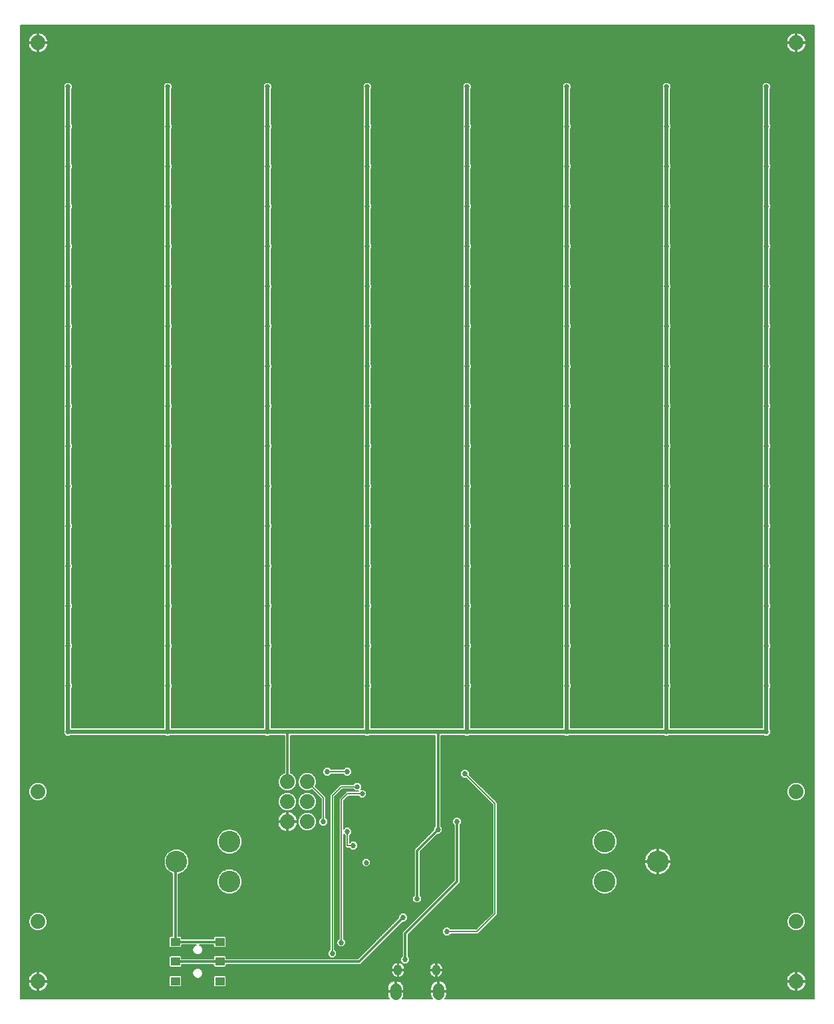
<source format=gbl>
G75*
%MOIN*%
%OFA0B0*%
%FSLAX25Y25*%
%IPPOS*%
%LPD*%
%AMOC8*
5,1,8,0,0,1.08239X$1,22.5*
%
%ADD10C,0.05512*%
%ADD11C,0.03937*%
%ADD12C,0.07400*%
%ADD13R,0.04528X0.03937*%
%ADD14C,0.10800*%
%ADD15C,0.02700*%
%ADD16C,0.00600*%
%ADD17C,0.02578*%
%ADD18C,0.02000*%
%ADD19C,0.01200*%
D10*
X0190546Y0012182D02*
X0190546Y0014938D01*
X0212042Y0014938D02*
X0212042Y0012182D01*
D11*
X0210867Y0023701D02*
X0210867Y0024883D01*
X0210867Y0023701D02*
X0210867Y0023701D01*
X0210867Y0024883D01*
X0210867Y0024883D01*
X0191733Y0024883D02*
X0191733Y0023701D01*
X0191733Y0023701D01*
X0191733Y0024883D01*
X0191733Y0024883D01*
D12*
X0146300Y0098524D03*
X0146300Y0108524D03*
X0146300Y0118524D03*
X0136300Y0118524D03*
X0136300Y0108524D03*
X0136300Y0098524D03*
X0011300Y0113524D03*
X0011300Y0048524D03*
X0011300Y0018524D03*
X0011300Y0488524D03*
X0391300Y0488524D03*
X0391300Y0113524D03*
X0391300Y0048524D03*
X0391300Y0018524D03*
D13*
X0102422Y0018682D03*
X0102422Y0028524D03*
X0102422Y0038367D03*
X0080178Y0038367D03*
X0080178Y0028524D03*
X0080178Y0018682D03*
D14*
X0107284Y0068485D03*
X0107284Y0088485D03*
X0080717Y0078485D03*
X0295316Y0068564D03*
X0295316Y0088564D03*
X0321883Y0078564D03*
D15*
X0225300Y0122524D03*
X0221300Y0098524D03*
X0211800Y0094524D03*
X0216300Y0088524D03*
X0206300Y0068524D03*
X0201300Y0059981D03*
X0199300Y0055024D03*
X0194300Y0050524D03*
X0211300Y0048524D03*
X0216300Y0043524D03*
X0195300Y0029524D03*
X0163300Y0038024D03*
X0158800Y0032524D03*
X0175800Y0078024D03*
X0169300Y0086524D03*
X0166300Y0093524D03*
X0154300Y0098524D03*
X0156300Y0123524D03*
X0166300Y0123524D03*
X0176800Y0124524D03*
X0191300Y0108524D03*
X0196300Y0128524D03*
D16*
X0002500Y0009724D02*
X0002500Y0497324D01*
X0400100Y0497324D01*
X0400100Y0009724D01*
X0215278Y0009724D01*
X0215637Y0010261D01*
X0215942Y0010999D01*
X0216098Y0011783D01*
X0216098Y0013260D01*
X0212342Y0013260D01*
X0212342Y0013860D01*
X0211742Y0013860D01*
X0211742Y0013260D01*
X0207987Y0013260D01*
X0207987Y0011783D01*
X0208142Y0010999D01*
X0208448Y0010261D01*
X0208807Y0009724D01*
X0193782Y0009724D01*
X0194141Y0010261D01*
X0194446Y0010999D01*
X0194602Y0011783D01*
X0194602Y0013260D01*
X0190846Y0013260D01*
X0190846Y0013860D01*
X0190246Y0013860D01*
X0190246Y0013260D01*
X0186490Y0013260D01*
X0186490Y0011783D01*
X0186646Y0010999D01*
X0186952Y0010261D01*
X0187311Y0009724D01*
X0002500Y0009724D01*
X0002500Y0010320D02*
X0186928Y0010320D01*
X0186680Y0010918D02*
X0002500Y0010918D01*
X0002500Y0011517D02*
X0186543Y0011517D01*
X0186490Y0012115D02*
X0002500Y0012115D01*
X0002500Y0012714D02*
X0186490Y0012714D01*
X0186490Y0013860D02*
X0186490Y0015338D01*
X0186646Y0016121D01*
X0186952Y0016859D01*
X0187396Y0017524D01*
X0187961Y0018089D01*
X0188625Y0018532D01*
X0189363Y0018838D01*
X0190147Y0018994D01*
X0190246Y0018994D01*
X0190246Y0013860D01*
X0186490Y0013860D01*
X0186490Y0013911D02*
X0013259Y0013911D01*
X0013219Y0013891D02*
X0013921Y0014248D01*
X0014557Y0014711D01*
X0015114Y0015267D01*
X0015576Y0015904D01*
X0015934Y0016605D01*
X0016177Y0017354D01*
X0016300Y0018131D01*
X0016300Y0018224D01*
X0011600Y0018224D01*
X0011600Y0013524D01*
X0011694Y0013524D01*
X0012471Y0013648D01*
X0013219Y0013891D01*
X0014280Y0014510D02*
X0186490Y0014510D01*
X0186490Y0015108D02*
X0014955Y0015108D01*
X0015433Y0015707D02*
X0186564Y0015707D01*
X0186723Y0016305D02*
X0105550Y0016305D01*
X0105586Y0016341D02*
X0105586Y0021023D01*
X0105059Y0021550D01*
X0099785Y0021550D01*
X0099258Y0021023D01*
X0099258Y0016341D01*
X0099785Y0015813D01*
X0105059Y0015813D01*
X0105586Y0016341D01*
X0105586Y0016904D02*
X0186982Y0016904D01*
X0187382Y0017502D02*
X0105586Y0017502D01*
X0105586Y0018101D02*
X0187979Y0018101D01*
X0189028Y0018699D02*
X0105586Y0018699D01*
X0105586Y0019298D02*
X0386360Y0019298D01*
X0386300Y0018918D02*
X0386300Y0018824D01*
X0391000Y0018824D01*
X0391000Y0018224D01*
X0391600Y0018224D01*
X0391600Y0013524D01*
X0391694Y0013524D01*
X0392471Y0013648D01*
X0393219Y0013891D01*
X0393921Y0014248D01*
X0394557Y0014711D01*
X0395114Y0015267D01*
X0395576Y0015904D01*
X0395934Y0016605D01*
X0396177Y0017354D01*
X0396300Y0018131D01*
X0396300Y0018224D01*
X0391600Y0018224D01*
X0391600Y0018824D01*
X0396300Y0018824D01*
X0396300Y0018918D01*
X0396177Y0019695D01*
X0395934Y0020444D01*
X0395576Y0021145D01*
X0395114Y0021782D01*
X0394557Y0022338D01*
X0393921Y0022801D01*
X0393219Y0023158D01*
X0392471Y0023401D01*
X0391694Y0023524D01*
X0391600Y0023524D01*
X0391600Y0018824D01*
X0391000Y0018824D01*
X0391000Y0023524D01*
X0390906Y0023524D01*
X0390129Y0023401D01*
X0389381Y0023158D01*
X0388679Y0022801D01*
X0388043Y0022338D01*
X0387486Y0021782D01*
X0387024Y0021145D01*
X0386666Y0020444D01*
X0386423Y0019695D01*
X0386300Y0018918D01*
X0386300Y0018224D02*
X0386300Y0018131D01*
X0386423Y0017354D01*
X0386666Y0016605D01*
X0387024Y0015904D01*
X0387486Y0015267D01*
X0388043Y0014711D01*
X0388679Y0014248D01*
X0389381Y0013891D01*
X0390129Y0013648D01*
X0390906Y0013524D01*
X0391000Y0013524D01*
X0391000Y0018224D01*
X0386300Y0018224D01*
X0386305Y0018101D02*
X0214610Y0018101D01*
X0214628Y0018089D02*
X0213964Y0018532D01*
X0213226Y0018838D01*
X0212442Y0018994D01*
X0212342Y0018994D01*
X0212342Y0013860D01*
X0216098Y0013860D01*
X0216098Y0015338D01*
X0215942Y0016121D01*
X0215637Y0016859D01*
X0215193Y0017524D01*
X0214628Y0018089D01*
X0215207Y0017502D02*
X0386400Y0017502D01*
X0386569Y0016904D02*
X0215607Y0016904D01*
X0215866Y0016305D02*
X0386819Y0016305D01*
X0387167Y0015707D02*
X0216025Y0015707D01*
X0216098Y0015108D02*
X0387645Y0015108D01*
X0388319Y0014510D02*
X0216098Y0014510D01*
X0216098Y0013911D02*
X0389341Y0013911D01*
X0391000Y0013911D02*
X0391600Y0013911D01*
X0391600Y0014510D02*
X0391000Y0014510D01*
X0391000Y0015108D02*
X0391600Y0015108D01*
X0391600Y0015707D02*
X0391000Y0015707D01*
X0391000Y0016305D02*
X0391600Y0016305D01*
X0391600Y0016904D02*
X0391000Y0016904D01*
X0391000Y0017502D02*
X0391600Y0017502D01*
X0391600Y0018101D02*
X0391000Y0018101D01*
X0391000Y0018699D02*
X0213561Y0018699D01*
X0212342Y0018699D02*
X0211742Y0018699D01*
X0211742Y0018994D02*
X0211643Y0018994D01*
X0210859Y0018838D01*
X0210121Y0018532D01*
X0209457Y0018089D01*
X0208892Y0017524D01*
X0208448Y0016859D01*
X0208142Y0016121D01*
X0207987Y0015338D01*
X0207987Y0013860D01*
X0211742Y0013860D01*
X0211742Y0018994D01*
X0211742Y0018101D02*
X0212342Y0018101D01*
X0212342Y0017502D02*
X0211742Y0017502D01*
X0211742Y0016904D02*
X0212342Y0016904D01*
X0212342Y0016305D02*
X0211742Y0016305D01*
X0211742Y0015707D02*
X0212342Y0015707D01*
X0212342Y0015108D02*
X0211742Y0015108D01*
X0211742Y0014510D02*
X0212342Y0014510D01*
X0212342Y0013911D02*
X0211742Y0013911D01*
X0211742Y0013312D02*
X0190846Y0013312D01*
X0190846Y0013860D02*
X0194602Y0013860D01*
X0194602Y0015338D01*
X0194446Y0016121D01*
X0194141Y0016859D01*
X0193697Y0017524D01*
X0193132Y0018089D01*
X0192468Y0018532D01*
X0191729Y0018838D01*
X0190946Y0018994D01*
X0190846Y0018994D01*
X0190846Y0013860D01*
X0190846Y0013911D02*
X0190246Y0013911D01*
X0190246Y0013312D02*
X0002500Y0013312D01*
X0002500Y0013911D02*
X0009341Y0013911D01*
X0009381Y0013891D02*
X0010129Y0013648D01*
X0010906Y0013524D01*
X0011000Y0013524D01*
X0011000Y0018224D01*
X0011600Y0018224D01*
X0011600Y0018824D01*
X0016300Y0018824D01*
X0016300Y0018918D01*
X0016177Y0019695D01*
X0015934Y0020444D01*
X0015576Y0021145D01*
X0015114Y0021782D01*
X0014557Y0022338D01*
X0013921Y0022801D01*
X0013219Y0023158D01*
X0012471Y0023401D01*
X0011694Y0023524D01*
X0011600Y0023524D01*
X0011600Y0018824D01*
X0011000Y0018824D01*
X0011000Y0018224D01*
X0006300Y0018224D01*
X0006300Y0018131D01*
X0006423Y0017354D01*
X0006666Y0016605D01*
X0007024Y0015904D01*
X0007486Y0015267D01*
X0008043Y0014711D01*
X0008679Y0014248D01*
X0009381Y0013891D01*
X0008319Y0014510D02*
X0002500Y0014510D01*
X0002500Y0015108D02*
X0007645Y0015108D01*
X0007167Y0015707D02*
X0002500Y0015707D01*
X0002500Y0016305D02*
X0006819Y0016305D01*
X0006569Y0016904D02*
X0002500Y0016904D01*
X0002500Y0017502D02*
X0006400Y0017502D01*
X0006305Y0018101D02*
X0002500Y0018101D01*
X0002500Y0018699D02*
X0011000Y0018699D01*
X0011000Y0018824D02*
X0006300Y0018824D01*
X0006300Y0018918D01*
X0006423Y0019695D01*
X0006666Y0020444D01*
X0007024Y0021145D01*
X0007486Y0021782D01*
X0008043Y0022338D01*
X0008679Y0022801D01*
X0009381Y0023158D01*
X0010129Y0023401D01*
X0010906Y0023524D01*
X0011000Y0023524D01*
X0011000Y0018824D01*
X0011000Y0019298D02*
X0011600Y0019298D01*
X0011600Y0019896D02*
X0011000Y0019896D01*
X0011000Y0020495D02*
X0011600Y0020495D01*
X0011600Y0021093D02*
X0011000Y0021093D01*
X0011000Y0021692D02*
X0011600Y0021692D01*
X0011600Y0022290D02*
X0011000Y0022290D01*
X0011000Y0022889D02*
X0011600Y0022889D01*
X0011600Y0023487D02*
X0011000Y0023487D01*
X0010672Y0023487D02*
X0002500Y0023487D01*
X0002500Y0022889D02*
X0008852Y0022889D01*
X0007995Y0022290D02*
X0002500Y0022290D01*
X0002500Y0021692D02*
X0007421Y0021692D01*
X0006997Y0021093D02*
X0002500Y0021093D01*
X0002500Y0020495D02*
X0006692Y0020495D01*
X0006488Y0019896D02*
X0002500Y0019896D01*
X0002500Y0019298D02*
X0006360Y0019298D01*
X0011000Y0018101D02*
X0011600Y0018101D01*
X0011600Y0018699D02*
X0077014Y0018699D01*
X0077014Y0018101D02*
X0016295Y0018101D01*
X0016200Y0017502D02*
X0077014Y0017502D01*
X0077014Y0016904D02*
X0016031Y0016904D01*
X0015781Y0016305D02*
X0077050Y0016305D01*
X0077014Y0016341D02*
X0077541Y0015813D01*
X0082815Y0015813D01*
X0083342Y0016341D01*
X0083342Y0021023D01*
X0082815Y0021550D01*
X0077541Y0021550D01*
X0077014Y0021023D01*
X0077014Y0016341D01*
X0077014Y0019298D02*
X0016240Y0019298D01*
X0016112Y0019896D02*
X0077014Y0019896D01*
X0077014Y0020495D02*
X0015908Y0020495D01*
X0015603Y0021093D02*
X0077084Y0021093D01*
X0077541Y0025656D02*
X0082815Y0025656D01*
X0083342Y0026183D01*
X0083342Y0027024D01*
X0099258Y0027024D01*
X0099258Y0026183D01*
X0099785Y0025656D01*
X0105059Y0025656D01*
X0105586Y0026183D01*
X0105586Y0027024D01*
X0172921Y0027024D01*
X0173800Y0027903D01*
X0194171Y0048274D01*
X0195232Y0048274D01*
X0196550Y0049592D01*
X0196550Y0051456D01*
X0195232Y0052774D01*
X0193368Y0052774D01*
X0192050Y0051456D01*
X0192050Y0050396D01*
X0171679Y0030024D01*
X0105586Y0030024D01*
X0105586Y0030866D01*
X0105059Y0031393D01*
X0099785Y0031393D01*
X0099258Y0030866D01*
X0099258Y0030024D01*
X0083342Y0030024D01*
X0083342Y0030866D01*
X0082815Y0031393D01*
X0077541Y0031393D01*
X0077014Y0030866D01*
X0077014Y0026183D01*
X0077541Y0025656D01*
X0077316Y0025881D02*
X0002500Y0025881D01*
X0002500Y0025283D02*
X0188480Y0025283D01*
X0188465Y0025205D02*
X0188465Y0024592D01*
X0191433Y0024592D01*
X0191433Y0023992D01*
X0192033Y0023992D01*
X0192033Y0020433D01*
X0192055Y0020433D01*
X0192686Y0020559D01*
X0193281Y0020805D01*
X0193817Y0021163D01*
X0194272Y0021618D01*
X0194630Y0022153D01*
X0194876Y0022748D01*
X0195002Y0023380D01*
X0195002Y0023992D01*
X0192033Y0023992D01*
X0192033Y0024592D01*
X0195002Y0024592D01*
X0195002Y0025205D01*
X0194876Y0025836D01*
X0194630Y0026431D01*
X0194272Y0026966D01*
X0193817Y0027421D01*
X0193281Y0027779D01*
X0192686Y0028026D01*
X0192055Y0028151D01*
X0192033Y0028151D01*
X0192033Y0024592D01*
X0191433Y0024592D01*
X0191433Y0028151D01*
X0191411Y0028151D01*
X0190780Y0028026D01*
X0190185Y0027779D01*
X0189650Y0027421D01*
X0189194Y0026966D01*
X0188837Y0026431D01*
X0188590Y0025836D01*
X0188465Y0025205D01*
X0188465Y0024684D02*
X0092874Y0024684D01*
X0092758Y0024800D02*
X0091812Y0025192D01*
X0090788Y0025192D01*
X0089842Y0024800D01*
X0089119Y0024077D01*
X0088727Y0023131D01*
X0088727Y0022107D01*
X0089119Y0021161D01*
X0089842Y0020437D01*
X0090788Y0020046D01*
X0091812Y0020046D01*
X0092758Y0020437D01*
X0093481Y0021161D01*
X0093873Y0022107D01*
X0093873Y0023131D01*
X0093481Y0024077D01*
X0092758Y0024800D01*
X0093472Y0024086D02*
X0191433Y0024086D01*
X0191433Y0023992D02*
X0188465Y0023992D01*
X0188465Y0023380D01*
X0188590Y0022748D01*
X0188837Y0022153D01*
X0189194Y0021618D01*
X0189650Y0021163D01*
X0190185Y0020805D01*
X0190780Y0020559D01*
X0191411Y0020433D01*
X0191433Y0020433D01*
X0191433Y0023992D01*
X0191433Y0023487D02*
X0192033Y0023487D01*
X0192033Y0022889D02*
X0191433Y0022889D01*
X0191433Y0022290D02*
X0192033Y0022290D01*
X0192033Y0021692D02*
X0191433Y0021692D01*
X0191433Y0021093D02*
X0192033Y0021093D01*
X0192033Y0020495D02*
X0191433Y0020495D01*
X0191102Y0020495D02*
X0105586Y0020495D01*
X0105586Y0019896D02*
X0386488Y0019896D01*
X0386692Y0020495D02*
X0211498Y0020495D01*
X0211189Y0020433D02*
X0211820Y0020559D01*
X0212415Y0020805D01*
X0212950Y0021163D01*
X0213406Y0021618D01*
X0213763Y0022153D01*
X0214010Y0022748D01*
X0214135Y0023380D01*
X0214135Y0023992D01*
X0211167Y0023992D01*
X0211167Y0020433D01*
X0211189Y0020433D01*
X0211167Y0020495D02*
X0210567Y0020495D01*
X0210567Y0020433D02*
X0210567Y0023992D01*
X0211167Y0023992D01*
X0211167Y0024592D01*
X0214135Y0024592D01*
X0214135Y0025205D01*
X0214010Y0025836D01*
X0213763Y0026431D01*
X0213406Y0026966D01*
X0212950Y0027421D01*
X0212415Y0027779D01*
X0211820Y0028026D01*
X0211189Y0028151D01*
X0211167Y0028151D01*
X0211167Y0024592D01*
X0210567Y0024592D01*
X0210567Y0023992D01*
X0207598Y0023992D01*
X0207598Y0023380D01*
X0207724Y0022748D01*
X0207970Y0022153D01*
X0208328Y0021618D01*
X0208783Y0021163D01*
X0209319Y0020805D01*
X0209914Y0020559D01*
X0210545Y0020433D01*
X0210567Y0020433D01*
X0210235Y0020495D02*
X0192365Y0020495D01*
X0193712Y0021093D02*
X0208888Y0021093D01*
X0208279Y0021692D02*
X0194321Y0021692D01*
X0194686Y0022290D02*
X0207914Y0022290D01*
X0207696Y0022889D02*
X0194904Y0022889D01*
X0195002Y0023487D02*
X0207598Y0023487D01*
X0207598Y0024592D02*
X0207598Y0025205D01*
X0207724Y0025836D01*
X0207970Y0026431D01*
X0208328Y0026966D01*
X0208783Y0027421D01*
X0209319Y0027779D01*
X0209914Y0028026D01*
X0210545Y0028151D01*
X0210567Y0028151D01*
X0210567Y0024592D01*
X0207598Y0024592D01*
X0207598Y0024684D02*
X0195002Y0024684D01*
X0194986Y0025283D02*
X0207614Y0025283D01*
X0207743Y0025881D02*
X0194857Y0025881D01*
X0194597Y0026480D02*
X0208003Y0026480D01*
X0208440Y0027078D02*
X0194160Y0027078D01*
X0194368Y0027274D02*
X0196232Y0027274D01*
X0197550Y0028592D01*
X0197550Y0030456D01*
X0196800Y0031206D01*
X0196800Y0041903D01*
X0222800Y0067903D01*
X0222800Y0096842D01*
X0223550Y0097592D01*
X0223550Y0099456D01*
X0222232Y0100774D01*
X0220368Y0100774D01*
X0219050Y0099456D01*
X0219050Y0097592D01*
X0219800Y0096842D01*
X0219800Y0069146D01*
X0193800Y0043146D01*
X0193800Y0031206D01*
X0193050Y0030456D01*
X0193050Y0028592D01*
X0194368Y0027274D01*
X0193966Y0027677D02*
X0193435Y0027677D01*
X0193367Y0028275D02*
X0174172Y0028275D01*
X0173574Y0027677D02*
X0190032Y0027677D01*
X0189306Y0027078D02*
X0172975Y0027078D01*
X0174771Y0028874D02*
X0193050Y0028874D01*
X0193050Y0029472D02*
X0175369Y0029472D01*
X0175968Y0030071D02*
X0193050Y0030071D01*
X0193263Y0030669D02*
X0176566Y0030669D01*
X0177165Y0031268D02*
X0193800Y0031268D01*
X0193800Y0031866D02*
X0177763Y0031866D01*
X0178362Y0032465D02*
X0193800Y0032465D01*
X0193800Y0033063D02*
X0178960Y0033063D01*
X0179559Y0033662D02*
X0193800Y0033662D01*
X0193800Y0034260D02*
X0180157Y0034260D01*
X0180756Y0034859D02*
X0193800Y0034859D01*
X0193800Y0035457D02*
X0181354Y0035457D01*
X0181953Y0036056D02*
X0193800Y0036056D01*
X0193800Y0036654D02*
X0182551Y0036654D01*
X0183150Y0037253D02*
X0193800Y0037253D01*
X0193800Y0037851D02*
X0183748Y0037851D01*
X0184347Y0038450D02*
X0193800Y0038450D01*
X0193800Y0039048D02*
X0184945Y0039048D01*
X0185544Y0039647D02*
X0193800Y0039647D01*
X0193800Y0040246D02*
X0186142Y0040246D01*
X0186741Y0040844D02*
X0193800Y0040844D01*
X0193800Y0041443D02*
X0187339Y0041443D01*
X0187938Y0042041D02*
X0193800Y0042041D01*
X0193800Y0042640D02*
X0188536Y0042640D01*
X0189135Y0043238D02*
X0193892Y0043238D01*
X0194491Y0043837D02*
X0189733Y0043837D01*
X0190332Y0044435D02*
X0195089Y0044435D01*
X0195688Y0045034D02*
X0190931Y0045034D01*
X0191529Y0045632D02*
X0196286Y0045632D01*
X0196885Y0046231D02*
X0192128Y0046231D01*
X0192726Y0046829D02*
X0197483Y0046829D01*
X0198082Y0047428D02*
X0193325Y0047428D01*
X0193923Y0048026D02*
X0198680Y0048026D01*
X0199279Y0048625D02*
X0195582Y0048625D01*
X0196181Y0049223D02*
X0199877Y0049223D01*
X0200476Y0049822D02*
X0196550Y0049822D01*
X0196550Y0050420D02*
X0201074Y0050420D01*
X0201673Y0051019D02*
X0196550Y0051019D01*
X0196389Y0051617D02*
X0202271Y0051617D01*
X0202870Y0052216D02*
X0195791Y0052216D01*
X0192809Y0052216D02*
X0164500Y0052216D01*
X0164500Y0052814D02*
X0203469Y0052814D01*
X0204067Y0053413D02*
X0164500Y0053413D01*
X0164500Y0054011D02*
X0204666Y0054011D01*
X0205264Y0054610D02*
X0164500Y0054610D01*
X0164500Y0055208D02*
X0205863Y0055208D01*
X0206461Y0055807D02*
X0164500Y0055807D01*
X0164500Y0056405D02*
X0207060Y0056405D01*
X0207658Y0057004D02*
X0164500Y0057004D01*
X0164500Y0057602D02*
X0208257Y0057602D01*
X0208855Y0058201D02*
X0202702Y0058201D01*
X0202232Y0057731D02*
X0203550Y0059049D01*
X0203550Y0060913D01*
X0202800Y0061663D01*
X0202800Y0083403D01*
X0211671Y0092274D01*
X0212732Y0092274D01*
X0214050Y0093592D01*
X0214050Y0095456D01*
X0213300Y0096206D01*
X0213300Y0141624D01*
X0225104Y0141624D01*
X0225393Y0141335D01*
X0227207Y0141335D01*
X0227496Y0141624D01*
X0275104Y0141624D01*
X0275393Y0141335D01*
X0277207Y0141335D01*
X0277496Y0141624D01*
X0325104Y0141624D01*
X0325393Y0141335D01*
X0327207Y0141335D01*
X0327496Y0141624D01*
X0375104Y0141624D01*
X0375393Y0141335D01*
X0377207Y0141335D01*
X0378489Y0142618D01*
X0378489Y0144431D01*
X0378200Y0144720D01*
X0378200Y0165329D01*
X0378489Y0165618D01*
X0378489Y0167431D01*
X0378200Y0167720D01*
X0378200Y0185329D01*
X0378489Y0185618D01*
X0378489Y0187431D01*
X0378200Y0187720D01*
X0378200Y0205329D01*
X0378489Y0205618D01*
X0378489Y0207431D01*
X0378200Y0207720D01*
X0378200Y0225329D01*
X0378489Y0225618D01*
X0378489Y0227431D01*
X0378200Y0227720D01*
X0378200Y0245329D01*
X0378489Y0245618D01*
X0378489Y0247431D01*
X0378200Y0247720D01*
X0378200Y0265329D01*
X0378489Y0265618D01*
X0378489Y0267431D01*
X0378200Y0267720D01*
X0378200Y0285329D01*
X0378489Y0285618D01*
X0378489Y0287431D01*
X0378200Y0287720D01*
X0378200Y0305329D01*
X0378489Y0305618D01*
X0378489Y0307431D01*
X0378200Y0307720D01*
X0378200Y0325329D01*
X0378489Y0325618D01*
X0378489Y0327431D01*
X0378200Y0327720D01*
X0378200Y0345329D01*
X0378489Y0345618D01*
X0378489Y0347431D01*
X0378200Y0347720D01*
X0378200Y0365329D01*
X0378489Y0365618D01*
X0378489Y0367431D01*
X0378200Y0367720D01*
X0378200Y0385329D01*
X0378489Y0385618D01*
X0378489Y0387431D01*
X0378200Y0387720D01*
X0378200Y0405329D01*
X0378489Y0405618D01*
X0378489Y0407431D01*
X0378200Y0407720D01*
X0378200Y0425329D01*
X0378489Y0425618D01*
X0378489Y0427431D01*
X0378200Y0427720D01*
X0378200Y0445329D01*
X0378489Y0445618D01*
X0378489Y0447431D01*
X0378200Y0447720D01*
X0378200Y0465329D01*
X0378489Y0465618D01*
X0378489Y0467431D01*
X0377207Y0468713D01*
X0375393Y0468713D01*
X0374111Y0467431D01*
X0374111Y0465618D01*
X0374400Y0465329D01*
X0374400Y0447720D01*
X0374111Y0447431D01*
X0374111Y0445618D01*
X0374400Y0445329D01*
X0374400Y0427720D01*
X0374111Y0427431D01*
X0374111Y0425618D01*
X0374400Y0425329D01*
X0374400Y0407720D01*
X0374111Y0407431D01*
X0374111Y0405618D01*
X0374400Y0405329D01*
X0374400Y0387720D01*
X0374111Y0387431D01*
X0374111Y0385618D01*
X0374400Y0385329D01*
X0374400Y0367720D01*
X0374111Y0367431D01*
X0374111Y0365618D01*
X0374400Y0365329D01*
X0374400Y0347720D01*
X0374111Y0347431D01*
X0374111Y0345618D01*
X0374400Y0345329D01*
X0374400Y0327720D01*
X0374111Y0327431D01*
X0374111Y0325618D01*
X0374400Y0325329D01*
X0374400Y0307720D01*
X0374111Y0307431D01*
X0374111Y0305618D01*
X0374400Y0305329D01*
X0374400Y0287720D01*
X0374111Y0287431D01*
X0374111Y0285618D01*
X0374400Y0285329D01*
X0374400Y0267720D01*
X0374111Y0267431D01*
X0374111Y0265618D01*
X0374400Y0265329D01*
X0374400Y0247720D01*
X0374111Y0247431D01*
X0374111Y0245618D01*
X0374400Y0245329D01*
X0374400Y0227720D01*
X0374111Y0227431D01*
X0374111Y0225618D01*
X0374400Y0225329D01*
X0374400Y0207720D01*
X0374111Y0207431D01*
X0374111Y0205618D01*
X0374400Y0205329D01*
X0374400Y0187720D01*
X0374111Y0187431D01*
X0374111Y0185618D01*
X0374400Y0185329D01*
X0374400Y0167720D01*
X0374111Y0167431D01*
X0374111Y0165618D01*
X0374400Y0165329D01*
X0374400Y0145424D01*
X0328200Y0145424D01*
X0328200Y0165329D01*
X0328489Y0165618D01*
X0328489Y0167431D01*
X0328200Y0167720D01*
X0328200Y0185329D01*
X0328489Y0185618D01*
X0328489Y0187431D01*
X0328200Y0187720D01*
X0328200Y0205329D01*
X0328489Y0205618D01*
X0328489Y0207431D01*
X0328200Y0207720D01*
X0328200Y0225329D01*
X0328489Y0225618D01*
X0328489Y0227431D01*
X0328200Y0227720D01*
X0328200Y0245329D01*
X0328489Y0245618D01*
X0328489Y0247431D01*
X0328200Y0247720D01*
X0328200Y0265329D01*
X0328489Y0265618D01*
X0328489Y0267431D01*
X0328200Y0267720D01*
X0328200Y0285329D01*
X0328489Y0285618D01*
X0328489Y0287431D01*
X0328200Y0287720D01*
X0328200Y0305329D01*
X0328489Y0305618D01*
X0328489Y0307431D01*
X0328200Y0307720D01*
X0328200Y0325329D01*
X0328489Y0325618D01*
X0328489Y0327431D01*
X0328200Y0327720D01*
X0328200Y0345329D01*
X0328489Y0345618D01*
X0328489Y0347431D01*
X0328200Y0347720D01*
X0328200Y0365329D01*
X0328489Y0365618D01*
X0328489Y0367431D01*
X0328200Y0367720D01*
X0328200Y0385329D01*
X0328489Y0385618D01*
X0328489Y0387431D01*
X0328200Y0387720D01*
X0328200Y0405329D01*
X0328489Y0405618D01*
X0328489Y0407431D01*
X0328200Y0407720D01*
X0328200Y0425329D01*
X0328489Y0425618D01*
X0328489Y0427431D01*
X0328200Y0427720D01*
X0328200Y0445329D01*
X0328489Y0445618D01*
X0328489Y0447431D01*
X0328200Y0447720D01*
X0328200Y0465329D01*
X0328489Y0465618D01*
X0328489Y0467431D01*
X0327207Y0468713D01*
X0325393Y0468713D01*
X0324111Y0467431D01*
X0324111Y0465618D01*
X0324400Y0465329D01*
X0324400Y0447720D01*
X0324111Y0447431D01*
X0324111Y0445618D01*
X0324400Y0445329D01*
X0324400Y0427720D01*
X0324111Y0427431D01*
X0324111Y0425618D01*
X0324400Y0425329D01*
X0324400Y0407720D01*
X0324111Y0407431D01*
X0324111Y0405618D01*
X0324400Y0405329D01*
X0324400Y0387720D01*
X0324111Y0387431D01*
X0324111Y0385618D01*
X0324400Y0385329D01*
X0324400Y0367720D01*
X0324111Y0367431D01*
X0324111Y0365618D01*
X0324400Y0365329D01*
X0324400Y0347720D01*
X0324111Y0347431D01*
X0324111Y0345618D01*
X0324400Y0345329D01*
X0324400Y0327720D01*
X0324111Y0327431D01*
X0324111Y0325618D01*
X0324400Y0325329D01*
X0324400Y0307720D01*
X0324111Y0307431D01*
X0324111Y0305618D01*
X0324400Y0305329D01*
X0324400Y0287720D01*
X0324111Y0287431D01*
X0324111Y0285618D01*
X0324400Y0285329D01*
X0324400Y0267720D01*
X0324111Y0267431D01*
X0324111Y0265618D01*
X0324400Y0265329D01*
X0324400Y0247720D01*
X0324111Y0247431D01*
X0324111Y0245618D01*
X0324400Y0245329D01*
X0324400Y0227720D01*
X0324111Y0227431D01*
X0324111Y0225618D01*
X0324400Y0225329D01*
X0324400Y0207720D01*
X0324111Y0207431D01*
X0324111Y0205618D01*
X0324400Y0205329D01*
X0324400Y0187720D01*
X0324111Y0187431D01*
X0324111Y0185618D01*
X0324400Y0185329D01*
X0324400Y0167720D01*
X0324111Y0167431D01*
X0324111Y0165618D01*
X0324400Y0165329D01*
X0324400Y0145424D01*
X0278200Y0145424D01*
X0278200Y0165329D01*
X0278489Y0165618D01*
X0278489Y0167431D01*
X0278200Y0167720D01*
X0278200Y0185329D01*
X0278489Y0185618D01*
X0278489Y0187431D01*
X0278200Y0187720D01*
X0278200Y0205329D01*
X0278489Y0205618D01*
X0278489Y0207431D01*
X0278200Y0207720D01*
X0278200Y0225329D01*
X0278489Y0225618D01*
X0278489Y0227431D01*
X0278200Y0227720D01*
X0278200Y0245329D01*
X0278489Y0245618D01*
X0278489Y0247431D01*
X0278200Y0247720D01*
X0278200Y0265329D01*
X0278489Y0265618D01*
X0278489Y0267431D01*
X0278200Y0267720D01*
X0278200Y0285329D01*
X0278489Y0285618D01*
X0278489Y0287431D01*
X0278200Y0287720D01*
X0278200Y0305329D01*
X0278489Y0305618D01*
X0278489Y0307431D01*
X0278200Y0307720D01*
X0278200Y0325329D01*
X0278489Y0325618D01*
X0278489Y0327431D01*
X0278200Y0327720D01*
X0278200Y0345329D01*
X0278489Y0345618D01*
X0278489Y0347431D01*
X0278200Y0347720D01*
X0278200Y0365329D01*
X0278489Y0365618D01*
X0278489Y0367431D01*
X0278200Y0367720D01*
X0278200Y0385329D01*
X0278489Y0385618D01*
X0278489Y0387431D01*
X0278200Y0387720D01*
X0278200Y0405329D01*
X0278489Y0405618D01*
X0278489Y0407431D01*
X0278200Y0407720D01*
X0278200Y0425329D01*
X0278489Y0425618D01*
X0278489Y0427431D01*
X0278200Y0427720D01*
X0278200Y0445329D01*
X0278489Y0445618D01*
X0278489Y0447431D01*
X0278200Y0447720D01*
X0278200Y0465329D01*
X0278489Y0465618D01*
X0278489Y0467431D01*
X0277207Y0468713D01*
X0275393Y0468713D01*
X0274111Y0467431D01*
X0274111Y0465618D01*
X0274400Y0465329D01*
X0274400Y0447720D01*
X0274111Y0447431D01*
X0274111Y0445618D01*
X0274400Y0445329D01*
X0274400Y0427720D01*
X0274111Y0427431D01*
X0274111Y0425618D01*
X0274400Y0425329D01*
X0274400Y0407720D01*
X0274111Y0407431D01*
X0274111Y0405618D01*
X0274400Y0405329D01*
X0274400Y0387720D01*
X0274111Y0387431D01*
X0274111Y0385618D01*
X0274400Y0385329D01*
X0274400Y0367720D01*
X0274111Y0367431D01*
X0274111Y0365618D01*
X0274400Y0365329D01*
X0274400Y0347720D01*
X0274111Y0347431D01*
X0274111Y0345618D01*
X0274400Y0345329D01*
X0274400Y0327720D01*
X0274111Y0327431D01*
X0274111Y0325618D01*
X0274400Y0325329D01*
X0274400Y0307720D01*
X0274111Y0307431D01*
X0274111Y0305618D01*
X0274400Y0305329D01*
X0274400Y0287720D01*
X0274111Y0287431D01*
X0274111Y0285618D01*
X0274400Y0285329D01*
X0274400Y0267720D01*
X0274111Y0267431D01*
X0274111Y0265618D01*
X0274400Y0265329D01*
X0274400Y0247720D01*
X0274111Y0247431D01*
X0274111Y0245618D01*
X0274400Y0245329D01*
X0274400Y0227720D01*
X0274111Y0227431D01*
X0274111Y0225618D01*
X0274400Y0225329D01*
X0274400Y0207720D01*
X0274111Y0207431D01*
X0274111Y0205618D01*
X0274400Y0205329D01*
X0274400Y0187720D01*
X0274111Y0187431D01*
X0274111Y0185618D01*
X0274400Y0185329D01*
X0274400Y0167720D01*
X0274111Y0167431D01*
X0274111Y0165618D01*
X0274400Y0165329D01*
X0274400Y0145424D01*
X0228200Y0145424D01*
X0228200Y0165329D01*
X0228489Y0165618D01*
X0228489Y0167431D01*
X0228200Y0167720D01*
X0228200Y0185329D01*
X0228489Y0185618D01*
X0228489Y0187431D01*
X0228200Y0187720D01*
X0228200Y0205329D01*
X0228489Y0205618D01*
X0228489Y0207431D01*
X0228200Y0207720D01*
X0228200Y0225329D01*
X0228489Y0225618D01*
X0228489Y0227431D01*
X0228200Y0227720D01*
X0228200Y0245329D01*
X0228489Y0245618D01*
X0228489Y0247431D01*
X0228200Y0247720D01*
X0228200Y0265329D01*
X0228489Y0265618D01*
X0228489Y0267431D01*
X0228200Y0267720D01*
X0228200Y0285329D01*
X0228489Y0285618D01*
X0228489Y0287431D01*
X0228200Y0287720D01*
X0228200Y0305329D01*
X0228489Y0305618D01*
X0228489Y0307431D01*
X0228200Y0307720D01*
X0228200Y0325329D01*
X0228489Y0325618D01*
X0228489Y0327431D01*
X0228200Y0327720D01*
X0228200Y0345329D01*
X0228489Y0345618D01*
X0228489Y0347431D01*
X0228200Y0347720D01*
X0228200Y0365329D01*
X0228489Y0365618D01*
X0228489Y0367431D01*
X0228200Y0367720D01*
X0228200Y0385329D01*
X0228489Y0385618D01*
X0228489Y0387431D01*
X0228200Y0387720D01*
X0228200Y0405329D01*
X0228489Y0405618D01*
X0228489Y0407431D01*
X0228200Y0407720D01*
X0228200Y0425329D01*
X0228489Y0425618D01*
X0228489Y0427431D01*
X0228200Y0427720D01*
X0228200Y0445329D01*
X0228489Y0445618D01*
X0228489Y0447431D01*
X0228200Y0447720D01*
X0228200Y0465329D01*
X0228489Y0465618D01*
X0228489Y0467431D01*
X0227207Y0468713D01*
X0225393Y0468713D01*
X0224111Y0467431D01*
X0224111Y0465618D01*
X0224400Y0465329D01*
X0224400Y0447720D01*
X0224111Y0447431D01*
X0224111Y0445618D01*
X0224400Y0445329D01*
X0224400Y0427720D01*
X0224111Y0427431D01*
X0224111Y0425618D01*
X0224400Y0425329D01*
X0224400Y0407720D01*
X0224111Y0407431D01*
X0224111Y0405618D01*
X0224400Y0405329D01*
X0224400Y0387720D01*
X0224111Y0387431D01*
X0224111Y0385618D01*
X0224400Y0385329D01*
X0224400Y0367720D01*
X0224111Y0367431D01*
X0224111Y0365618D01*
X0224400Y0365329D01*
X0224400Y0347720D01*
X0224111Y0347431D01*
X0224111Y0345618D01*
X0224400Y0345329D01*
X0224400Y0327720D01*
X0224111Y0327431D01*
X0224111Y0325618D01*
X0224400Y0325329D01*
X0224400Y0307720D01*
X0224111Y0307431D01*
X0224111Y0305618D01*
X0224400Y0305329D01*
X0224400Y0287720D01*
X0224111Y0287431D01*
X0224111Y0285618D01*
X0224400Y0285329D01*
X0224400Y0267720D01*
X0224111Y0267431D01*
X0224111Y0265618D01*
X0224400Y0265329D01*
X0224400Y0247720D01*
X0224111Y0247431D01*
X0224111Y0245618D01*
X0224400Y0245329D01*
X0224400Y0227720D01*
X0224111Y0227431D01*
X0224111Y0225618D01*
X0224400Y0225329D01*
X0224400Y0207720D01*
X0224111Y0207431D01*
X0224111Y0205618D01*
X0224400Y0205329D01*
X0224400Y0187720D01*
X0224111Y0187431D01*
X0224111Y0185618D01*
X0224400Y0185329D01*
X0224400Y0167720D01*
X0224111Y0167431D01*
X0224111Y0165618D01*
X0224400Y0165329D01*
X0224400Y0145424D01*
X0178200Y0145424D01*
X0178200Y0165329D01*
X0178489Y0165618D01*
X0178489Y0167431D01*
X0178200Y0167720D01*
X0178200Y0185329D01*
X0178489Y0185618D01*
X0178489Y0187431D01*
X0178200Y0187720D01*
X0178200Y0205329D01*
X0178489Y0205618D01*
X0178489Y0207431D01*
X0178200Y0207720D01*
X0178200Y0225329D01*
X0178489Y0225618D01*
X0178489Y0227431D01*
X0178200Y0227720D01*
X0178200Y0245329D01*
X0178489Y0245618D01*
X0178489Y0247431D01*
X0178200Y0247720D01*
X0178200Y0265329D01*
X0178489Y0265618D01*
X0178489Y0267431D01*
X0178200Y0267720D01*
X0178200Y0285329D01*
X0178489Y0285618D01*
X0178489Y0287431D01*
X0178200Y0287720D01*
X0178200Y0305329D01*
X0178489Y0305618D01*
X0178489Y0307431D01*
X0178200Y0307720D01*
X0178200Y0325329D01*
X0178489Y0325618D01*
X0178489Y0327431D01*
X0178200Y0327720D01*
X0178200Y0345329D01*
X0178489Y0345618D01*
X0178489Y0347431D01*
X0178200Y0347720D01*
X0178200Y0365329D01*
X0178489Y0365618D01*
X0178489Y0367431D01*
X0178200Y0367720D01*
X0178200Y0385329D01*
X0178489Y0385618D01*
X0178489Y0387431D01*
X0178200Y0387720D01*
X0178200Y0405329D01*
X0178489Y0405618D01*
X0178489Y0407431D01*
X0178200Y0407720D01*
X0178200Y0425329D01*
X0178489Y0425618D01*
X0178489Y0427431D01*
X0178200Y0427720D01*
X0178200Y0445329D01*
X0178489Y0445618D01*
X0178489Y0447431D01*
X0178200Y0447720D01*
X0178200Y0465329D01*
X0178489Y0465618D01*
X0178489Y0467431D01*
X0177207Y0468713D01*
X0175393Y0468713D01*
X0174111Y0467431D01*
X0174111Y0465618D01*
X0174400Y0465329D01*
X0174400Y0447720D01*
X0174111Y0447431D01*
X0174111Y0445618D01*
X0174400Y0445329D01*
X0174400Y0427720D01*
X0174111Y0427431D01*
X0174111Y0425618D01*
X0174400Y0425329D01*
X0174400Y0407720D01*
X0174111Y0407431D01*
X0174111Y0405618D01*
X0174400Y0405329D01*
X0174400Y0387720D01*
X0174111Y0387431D01*
X0174111Y0385618D01*
X0174400Y0385329D01*
X0174400Y0367720D01*
X0174111Y0367431D01*
X0174111Y0365618D01*
X0174400Y0365329D01*
X0174400Y0347720D01*
X0174111Y0347431D01*
X0174111Y0345618D01*
X0174400Y0345329D01*
X0174400Y0327720D01*
X0174111Y0327431D01*
X0174111Y0325618D01*
X0174400Y0325329D01*
X0174400Y0307720D01*
X0174111Y0307431D01*
X0174111Y0305618D01*
X0174400Y0305329D01*
X0174400Y0287720D01*
X0174111Y0287431D01*
X0174111Y0285618D01*
X0174400Y0285329D01*
X0174400Y0267720D01*
X0174111Y0267431D01*
X0174111Y0265618D01*
X0174400Y0265329D01*
X0174400Y0247720D01*
X0174111Y0247431D01*
X0174111Y0245618D01*
X0174400Y0245329D01*
X0174400Y0227720D01*
X0174111Y0227431D01*
X0174111Y0225618D01*
X0174400Y0225329D01*
X0174400Y0207720D01*
X0174111Y0207431D01*
X0174111Y0205618D01*
X0174400Y0205329D01*
X0174400Y0187720D01*
X0174111Y0187431D01*
X0174111Y0185618D01*
X0174400Y0185329D01*
X0174400Y0167720D01*
X0174111Y0167431D01*
X0174111Y0165618D01*
X0174400Y0165329D01*
X0174400Y0145424D01*
X0128200Y0145424D01*
X0128200Y0165329D01*
X0128489Y0165618D01*
X0128489Y0167431D01*
X0128200Y0167720D01*
X0128200Y0185329D01*
X0128489Y0185618D01*
X0128489Y0187431D01*
X0128200Y0187720D01*
X0128200Y0205329D01*
X0128489Y0205618D01*
X0128489Y0207431D01*
X0128200Y0207720D01*
X0128200Y0225329D01*
X0128489Y0225618D01*
X0128489Y0227431D01*
X0128200Y0227720D01*
X0128200Y0245329D01*
X0128489Y0245618D01*
X0128489Y0247431D01*
X0128200Y0247720D01*
X0128200Y0265329D01*
X0128489Y0265618D01*
X0128489Y0267431D01*
X0128200Y0267720D01*
X0128200Y0285329D01*
X0128489Y0285618D01*
X0128489Y0287431D01*
X0128200Y0287720D01*
X0128200Y0305329D01*
X0128489Y0305618D01*
X0128489Y0307431D01*
X0128200Y0307720D01*
X0128200Y0325329D01*
X0128489Y0325618D01*
X0128489Y0327431D01*
X0128200Y0327720D01*
X0128200Y0345329D01*
X0128489Y0345618D01*
X0128489Y0347431D01*
X0128200Y0347720D01*
X0128200Y0365329D01*
X0128489Y0365618D01*
X0128489Y0367431D01*
X0128200Y0367720D01*
X0128200Y0385329D01*
X0128489Y0385618D01*
X0128489Y0387431D01*
X0128200Y0387720D01*
X0128200Y0405329D01*
X0128489Y0405618D01*
X0128489Y0407431D01*
X0128200Y0407720D01*
X0128200Y0425329D01*
X0128489Y0425618D01*
X0128489Y0427431D01*
X0128200Y0427720D01*
X0128200Y0445329D01*
X0128489Y0445618D01*
X0128489Y0447431D01*
X0128200Y0447720D01*
X0128200Y0465329D01*
X0128489Y0465618D01*
X0128489Y0467431D01*
X0127207Y0468713D01*
X0125393Y0468713D01*
X0124111Y0467431D01*
X0124111Y0465618D01*
X0124400Y0465329D01*
X0124400Y0447720D01*
X0124111Y0447431D01*
X0124111Y0445618D01*
X0124400Y0445329D01*
X0124400Y0427720D01*
X0124111Y0427431D01*
X0124111Y0425618D01*
X0124400Y0425329D01*
X0124400Y0407720D01*
X0124111Y0407431D01*
X0124111Y0405618D01*
X0124400Y0405329D01*
X0124400Y0387720D01*
X0124111Y0387431D01*
X0124111Y0385618D01*
X0124400Y0385329D01*
X0124400Y0367720D01*
X0124111Y0367431D01*
X0124111Y0365618D01*
X0124400Y0365329D01*
X0124400Y0347720D01*
X0124111Y0347431D01*
X0124111Y0345618D01*
X0124400Y0345329D01*
X0124400Y0327720D01*
X0124111Y0327431D01*
X0124111Y0325618D01*
X0124400Y0325329D01*
X0124400Y0307720D01*
X0124111Y0307431D01*
X0124111Y0305618D01*
X0124400Y0305329D01*
X0124400Y0287720D01*
X0124111Y0287431D01*
X0124111Y0285618D01*
X0124400Y0285329D01*
X0124400Y0267720D01*
X0124111Y0267431D01*
X0124111Y0265618D01*
X0124400Y0265329D01*
X0124400Y0247720D01*
X0124111Y0247431D01*
X0124111Y0245618D01*
X0124400Y0245329D01*
X0124400Y0227720D01*
X0124111Y0227431D01*
X0124111Y0225618D01*
X0124400Y0225329D01*
X0124400Y0207720D01*
X0124111Y0207431D01*
X0124111Y0205618D01*
X0124400Y0205329D01*
X0124400Y0187720D01*
X0124111Y0187431D01*
X0124111Y0185618D01*
X0124400Y0185329D01*
X0124400Y0167720D01*
X0124111Y0167431D01*
X0124111Y0165618D01*
X0124400Y0165329D01*
X0124400Y0145424D01*
X0078200Y0145424D01*
X0078200Y0165329D01*
X0078489Y0165618D01*
X0078489Y0167431D01*
X0078200Y0167720D01*
X0078200Y0185329D01*
X0078489Y0185618D01*
X0078489Y0187431D01*
X0078200Y0187720D01*
X0078200Y0205329D01*
X0078489Y0205618D01*
X0078489Y0207431D01*
X0078200Y0207720D01*
X0078200Y0225329D01*
X0078489Y0225618D01*
X0078489Y0227431D01*
X0078200Y0227720D01*
X0078200Y0245329D01*
X0078489Y0245618D01*
X0078489Y0247431D01*
X0078200Y0247720D01*
X0078200Y0265329D01*
X0078489Y0265618D01*
X0078489Y0267431D01*
X0078200Y0267720D01*
X0078200Y0285329D01*
X0078489Y0285618D01*
X0078489Y0287431D01*
X0078200Y0287720D01*
X0078200Y0305329D01*
X0078489Y0305618D01*
X0078489Y0307431D01*
X0078200Y0307720D01*
X0078200Y0325329D01*
X0078489Y0325618D01*
X0078489Y0327431D01*
X0078200Y0327720D01*
X0078200Y0345329D01*
X0078489Y0345618D01*
X0078489Y0347431D01*
X0078200Y0347720D01*
X0078200Y0365329D01*
X0078489Y0365618D01*
X0078489Y0367431D01*
X0078200Y0367720D01*
X0078200Y0385329D01*
X0078489Y0385618D01*
X0078489Y0387431D01*
X0078200Y0387720D01*
X0078200Y0405329D01*
X0078489Y0405618D01*
X0078489Y0407431D01*
X0078200Y0407720D01*
X0078200Y0425329D01*
X0078489Y0425618D01*
X0078489Y0427431D01*
X0078200Y0427720D01*
X0078200Y0445329D01*
X0078489Y0445618D01*
X0078489Y0447431D01*
X0078200Y0447720D01*
X0078200Y0465329D01*
X0078489Y0465618D01*
X0078489Y0467431D01*
X0077207Y0468713D01*
X0075393Y0468713D01*
X0074111Y0467431D01*
X0074111Y0465618D01*
X0074400Y0465329D01*
X0074400Y0447720D01*
X0074111Y0447431D01*
X0074111Y0445618D01*
X0074400Y0445329D01*
X0074400Y0427720D01*
X0074111Y0427431D01*
X0074111Y0425618D01*
X0074400Y0425329D01*
X0074400Y0407720D01*
X0074111Y0407431D01*
X0074111Y0405618D01*
X0074400Y0405329D01*
X0074400Y0387720D01*
X0074111Y0387431D01*
X0074111Y0385618D01*
X0074400Y0385329D01*
X0074400Y0367720D01*
X0074111Y0367431D01*
X0074111Y0365618D01*
X0074400Y0365329D01*
X0074400Y0347720D01*
X0074111Y0347431D01*
X0074111Y0345618D01*
X0074400Y0345329D01*
X0074400Y0327720D01*
X0074111Y0327431D01*
X0074111Y0325618D01*
X0074400Y0325329D01*
X0074400Y0307720D01*
X0074111Y0307431D01*
X0074111Y0305618D01*
X0074400Y0305329D01*
X0074400Y0287720D01*
X0074111Y0287431D01*
X0074111Y0285618D01*
X0074400Y0285329D01*
X0074400Y0267720D01*
X0074111Y0267431D01*
X0074111Y0265618D01*
X0074400Y0265329D01*
X0074400Y0247720D01*
X0074111Y0247431D01*
X0074111Y0245618D01*
X0074400Y0245329D01*
X0074400Y0227720D01*
X0074111Y0227431D01*
X0074111Y0225618D01*
X0074400Y0225329D01*
X0074400Y0207720D01*
X0074111Y0207431D01*
X0074111Y0205618D01*
X0074400Y0205329D01*
X0074400Y0187720D01*
X0074111Y0187431D01*
X0074111Y0185618D01*
X0074400Y0185329D01*
X0074400Y0167720D01*
X0074111Y0167431D01*
X0074111Y0165618D01*
X0074400Y0165329D01*
X0074400Y0145424D01*
X0028200Y0145424D01*
X0028200Y0165329D01*
X0028489Y0165618D01*
X0028489Y0167431D01*
X0028200Y0167720D01*
X0028200Y0185329D01*
X0028489Y0185618D01*
X0028489Y0187431D01*
X0028200Y0187720D01*
X0028200Y0205329D01*
X0028489Y0205618D01*
X0028489Y0207431D01*
X0028200Y0207720D01*
X0028200Y0225329D01*
X0028489Y0225618D01*
X0028489Y0227431D01*
X0028200Y0227720D01*
X0028200Y0245329D01*
X0028489Y0245618D01*
X0028489Y0247431D01*
X0028200Y0247720D01*
X0028200Y0265329D01*
X0028489Y0265618D01*
X0028489Y0267431D01*
X0028200Y0267720D01*
X0028200Y0285329D01*
X0028489Y0285618D01*
X0028489Y0287431D01*
X0028200Y0287720D01*
X0028200Y0305329D01*
X0028489Y0305618D01*
X0028489Y0307431D01*
X0028200Y0307720D01*
X0028200Y0325329D01*
X0028489Y0325618D01*
X0028489Y0327431D01*
X0028200Y0327720D01*
X0028200Y0345329D01*
X0028489Y0345618D01*
X0028489Y0347431D01*
X0028200Y0347720D01*
X0028200Y0365329D01*
X0028489Y0365618D01*
X0028489Y0367431D01*
X0028200Y0367720D01*
X0028200Y0385329D01*
X0028489Y0385618D01*
X0028489Y0387431D01*
X0028200Y0387720D01*
X0028200Y0405329D01*
X0028489Y0405618D01*
X0028489Y0407431D01*
X0028200Y0407720D01*
X0028200Y0425329D01*
X0028489Y0425618D01*
X0028489Y0427431D01*
X0028200Y0427720D01*
X0028200Y0445329D01*
X0028489Y0445618D01*
X0028489Y0447431D01*
X0028200Y0447720D01*
X0028200Y0465329D01*
X0028489Y0465618D01*
X0028489Y0467431D01*
X0027207Y0468713D01*
X0025393Y0468713D01*
X0024111Y0467431D01*
X0024111Y0465618D01*
X0024400Y0465329D01*
X0024400Y0447720D01*
X0024111Y0447431D01*
X0024111Y0445618D01*
X0024400Y0445329D01*
X0024400Y0427720D01*
X0024111Y0427431D01*
X0024111Y0425618D01*
X0024400Y0425329D01*
X0024400Y0407720D01*
X0024111Y0407431D01*
X0024111Y0405618D01*
X0024400Y0405329D01*
X0024400Y0387720D01*
X0024111Y0387431D01*
X0024111Y0385618D01*
X0024400Y0385329D01*
X0024400Y0367720D01*
X0024111Y0367431D01*
X0024111Y0365618D01*
X0024400Y0365329D01*
X0024400Y0347720D01*
X0024111Y0347431D01*
X0024111Y0345618D01*
X0024400Y0345329D01*
X0024400Y0327720D01*
X0024111Y0327431D01*
X0024111Y0325618D01*
X0024400Y0325329D01*
X0024400Y0307720D01*
X0024111Y0307431D01*
X0024111Y0305618D01*
X0024400Y0305329D01*
X0024400Y0287720D01*
X0024111Y0287431D01*
X0024111Y0285618D01*
X0024400Y0285329D01*
X0024400Y0267720D01*
X0024111Y0267431D01*
X0024111Y0265618D01*
X0024400Y0265329D01*
X0024400Y0247720D01*
X0024111Y0247431D01*
X0024111Y0245618D01*
X0024400Y0245329D01*
X0024400Y0227720D01*
X0024111Y0227431D01*
X0024111Y0225618D01*
X0024400Y0225329D01*
X0024400Y0207720D01*
X0024111Y0207431D01*
X0024111Y0205618D01*
X0024400Y0205329D01*
X0024400Y0187720D01*
X0024111Y0187431D01*
X0024111Y0185618D01*
X0024400Y0185329D01*
X0024400Y0167720D01*
X0024111Y0167431D01*
X0024111Y0165618D01*
X0024400Y0165329D01*
X0024400Y0144720D01*
X0024111Y0144431D01*
X0024111Y0142618D01*
X0025393Y0141335D01*
X0027207Y0141335D01*
X0027496Y0141624D01*
X0075104Y0141624D01*
X0075393Y0141335D01*
X0077207Y0141335D01*
X0077496Y0141624D01*
X0125104Y0141624D01*
X0125393Y0141335D01*
X0127207Y0141335D01*
X0127496Y0141624D01*
X0134800Y0141624D01*
X0134800Y0122882D01*
X0133694Y0122424D01*
X0132400Y0121130D01*
X0131700Y0119439D01*
X0131700Y0117609D01*
X0132400Y0115919D01*
X0133694Y0114625D01*
X0135385Y0113924D01*
X0137215Y0113924D01*
X0138906Y0114625D01*
X0140200Y0115919D01*
X0140900Y0117609D01*
X0140900Y0119439D01*
X0140200Y0121130D01*
X0138906Y0122424D01*
X0137800Y0122882D01*
X0137800Y0141624D01*
X0175104Y0141624D01*
X0175393Y0141335D01*
X0177207Y0141335D01*
X0177496Y0141624D01*
X0210300Y0141624D01*
X0210300Y0096206D01*
X0209550Y0095456D01*
X0209550Y0094396D01*
X0200679Y0085524D01*
X0199800Y0084646D01*
X0199800Y0061663D01*
X0199050Y0060913D01*
X0199050Y0059049D01*
X0200368Y0057731D01*
X0202232Y0057731D01*
X0203300Y0058799D02*
X0209454Y0058799D01*
X0210052Y0059398D02*
X0203550Y0059398D01*
X0203550Y0059996D02*
X0210651Y0059996D01*
X0211249Y0060595D02*
X0203550Y0060595D01*
X0203270Y0061193D02*
X0211848Y0061193D01*
X0212446Y0061792D02*
X0202800Y0061792D01*
X0202800Y0062390D02*
X0213045Y0062390D01*
X0213643Y0062989D02*
X0202800Y0062989D01*
X0202800Y0063587D02*
X0214242Y0063587D01*
X0214840Y0064186D02*
X0202800Y0064186D01*
X0202800Y0064784D02*
X0215439Y0064784D01*
X0216037Y0065383D02*
X0202800Y0065383D01*
X0202800Y0065981D02*
X0216636Y0065981D01*
X0217234Y0066580D02*
X0202800Y0066580D01*
X0202800Y0067179D02*
X0217833Y0067179D01*
X0218431Y0067777D02*
X0202800Y0067777D01*
X0202800Y0068376D02*
X0219030Y0068376D01*
X0219628Y0068974D02*
X0202800Y0068974D01*
X0202800Y0069573D02*
X0219800Y0069573D01*
X0219800Y0070171D02*
X0202800Y0070171D01*
X0202800Y0070770D02*
X0219800Y0070770D01*
X0219800Y0071368D02*
X0202800Y0071368D01*
X0202800Y0071967D02*
X0219800Y0071967D01*
X0219800Y0072565D02*
X0202800Y0072565D01*
X0202800Y0073164D02*
X0219800Y0073164D01*
X0219800Y0073762D02*
X0202800Y0073762D01*
X0202800Y0074361D02*
X0219800Y0074361D01*
X0219800Y0074959D02*
X0202800Y0074959D01*
X0202800Y0075558D02*
X0219800Y0075558D01*
X0219800Y0076156D02*
X0202800Y0076156D01*
X0202800Y0076755D02*
X0219800Y0076755D01*
X0219800Y0077353D02*
X0202800Y0077353D01*
X0202800Y0077952D02*
X0219800Y0077952D01*
X0219800Y0078550D02*
X0202800Y0078550D01*
X0202800Y0079149D02*
X0219800Y0079149D01*
X0219800Y0079747D02*
X0202800Y0079747D01*
X0202800Y0080346D02*
X0219800Y0080346D01*
X0219800Y0080944D02*
X0202800Y0080944D01*
X0202800Y0081543D02*
X0219800Y0081543D01*
X0219800Y0082141D02*
X0202800Y0082141D01*
X0202800Y0082740D02*
X0219800Y0082740D01*
X0219800Y0083338D02*
X0202800Y0083338D01*
X0203334Y0083937D02*
X0219800Y0083937D01*
X0219800Y0084535D02*
X0203932Y0084535D01*
X0204531Y0085134D02*
X0219800Y0085134D01*
X0219800Y0085732D02*
X0205129Y0085732D01*
X0205728Y0086331D02*
X0219800Y0086331D01*
X0219800Y0086929D02*
X0206326Y0086929D01*
X0206925Y0087528D02*
X0219800Y0087528D01*
X0219800Y0088126D02*
X0207523Y0088126D01*
X0208122Y0088725D02*
X0219800Y0088725D01*
X0219800Y0089323D02*
X0208720Y0089323D01*
X0209319Y0089922D02*
X0219800Y0089922D01*
X0219800Y0090520D02*
X0209917Y0090520D01*
X0210516Y0091119D02*
X0219800Y0091119D01*
X0219800Y0091717D02*
X0211114Y0091717D01*
X0212774Y0092316D02*
X0219800Y0092316D01*
X0219800Y0092915D02*
X0213372Y0092915D01*
X0213971Y0093513D02*
X0219800Y0093513D01*
X0219800Y0094112D02*
X0214050Y0094112D01*
X0214050Y0094710D02*
X0219800Y0094710D01*
X0219800Y0095309D02*
X0214050Y0095309D01*
X0213599Y0095907D02*
X0219800Y0095907D01*
X0219800Y0096506D02*
X0213300Y0096506D01*
X0213300Y0097104D02*
X0219538Y0097104D01*
X0219050Y0097703D02*
X0213300Y0097703D01*
X0213300Y0098301D02*
X0219050Y0098301D01*
X0219050Y0098900D02*
X0213300Y0098900D01*
X0213300Y0099498D02*
X0219092Y0099498D01*
X0219690Y0100097D02*
X0213300Y0100097D01*
X0213300Y0100695D02*
X0220289Y0100695D01*
X0222311Y0100695D02*
X0239100Y0100695D01*
X0239100Y0100097D02*
X0222910Y0100097D01*
X0223508Y0099498D02*
X0239100Y0099498D01*
X0239100Y0098900D02*
X0223550Y0098900D01*
X0223550Y0098301D02*
X0239100Y0098301D01*
X0239100Y0097703D02*
X0223550Y0097703D01*
X0223062Y0097104D02*
X0239100Y0097104D01*
X0239100Y0096506D02*
X0222800Y0096506D01*
X0222800Y0095907D02*
X0239100Y0095907D01*
X0239100Y0095309D02*
X0222800Y0095309D01*
X0222800Y0094710D02*
X0239100Y0094710D01*
X0239100Y0094112D02*
X0222800Y0094112D01*
X0222800Y0093513D02*
X0239100Y0093513D01*
X0239100Y0092915D02*
X0222800Y0092915D01*
X0222800Y0092316D02*
X0239100Y0092316D01*
X0239100Y0091717D02*
X0222800Y0091717D01*
X0222800Y0091119D02*
X0239100Y0091119D01*
X0239100Y0090520D02*
X0222800Y0090520D01*
X0222800Y0089922D02*
X0239100Y0089922D01*
X0239100Y0089323D02*
X0222800Y0089323D01*
X0222800Y0088725D02*
X0239100Y0088725D01*
X0239100Y0088126D02*
X0222800Y0088126D01*
X0222800Y0087528D02*
X0239100Y0087528D01*
X0239100Y0086929D02*
X0222800Y0086929D01*
X0222800Y0086331D02*
X0239100Y0086331D01*
X0239100Y0085732D02*
X0222800Y0085732D01*
X0222800Y0085134D02*
X0239100Y0085134D01*
X0239100Y0084535D02*
X0222800Y0084535D01*
X0222800Y0083937D02*
X0239100Y0083937D01*
X0239100Y0083338D02*
X0222800Y0083338D01*
X0222800Y0082740D02*
X0239100Y0082740D01*
X0239100Y0082141D02*
X0222800Y0082141D01*
X0222800Y0081543D02*
X0239100Y0081543D01*
X0239100Y0080944D02*
X0222800Y0080944D01*
X0222800Y0080346D02*
X0239100Y0080346D01*
X0239100Y0079747D02*
X0222800Y0079747D01*
X0222800Y0079149D02*
X0239100Y0079149D01*
X0239100Y0078550D02*
X0222800Y0078550D01*
X0222800Y0077952D02*
X0239100Y0077952D01*
X0239100Y0077353D02*
X0222800Y0077353D01*
X0222800Y0076755D02*
X0239100Y0076755D01*
X0239100Y0076156D02*
X0222800Y0076156D01*
X0222800Y0075558D02*
X0239100Y0075558D01*
X0239100Y0074959D02*
X0222800Y0074959D01*
X0222800Y0074361D02*
X0239100Y0074361D01*
X0239100Y0073762D02*
X0222800Y0073762D01*
X0222800Y0073164D02*
X0239100Y0073164D01*
X0239100Y0072565D02*
X0222800Y0072565D01*
X0222800Y0071967D02*
X0239100Y0071967D01*
X0239100Y0071368D02*
X0222800Y0071368D01*
X0222800Y0070770D02*
X0239100Y0070770D01*
X0239100Y0070171D02*
X0222800Y0070171D01*
X0222800Y0069573D02*
X0239100Y0069573D01*
X0239100Y0068974D02*
X0222800Y0068974D01*
X0222800Y0068376D02*
X0239100Y0068376D01*
X0239100Y0067777D02*
X0222674Y0067777D01*
X0222075Y0067179D02*
X0239100Y0067179D01*
X0239100Y0066580D02*
X0221477Y0066580D01*
X0220878Y0065981D02*
X0239100Y0065981D01*
X0239100Y0065383D02*
X0220280Y0065383D01*
X0219681Y0064784D02*
X0239100Y0064784D01*
X0239100Y0064186D02*
X0219083Y0064186D01*
X0218484Y0063587D02*
X0239100Y0063587D01*
X0239100Y0062989D02*
X0217886Y0062989D01*
X0217287Y0062390D02*
X0239100Y0062390D01*
X0239100Y0061792D02*
X0216689Y0061792D01*
X0216090Y0061193D02*
X0239100Y0061193D01*
X0239100Y0060595D02*
X0215492Y0060595D01*
X0214893Y0059996D02*
X0239100Y0059996D01*
X0239100Y0059398D02*
X0214295Y0059398D01*
X0213696Y0058799D02*
X0239100Y0058799D01*
X0239100Y0058201D02*
X0213098Y0058201D01*
X0212499Y0057602D02*
X0239100Y0057602D01*
X0239100Y0057004D02*
X0211901Y0057004D01*
X0211302Y0056405D02*
X0239100Y0056405D01*
X0239100Y0055807D02*
X0210704Y0055807D01*
X0210105Y0055208D02*
X0239100Y0055208D01*
X0239100Y0054610D02*
X0209507Y0054610D01*
X0208908Y0054011D02*
X0239100Y0054011D01*
X0239100Y0053413D02*
X0208310Y0053413D01*
X0207711Y0052814D02*
X0238893Y0052814D01*
X0239100Y0053021D02*
X0230803Y0044724D01*
X0218282Y0044724D01*
X0217232Y0045774D01*
X0215368Y0045774D01*
X0214050Y0044456D01*
X0214050Y0042592D01*
X0215368Y0041274D01*
X0217232Y0041274D01*
X0218282Y0042324D01*
X0231797Y0042324D01*
X0232500Y0043027D01*
X0240797Y0051324D01*
X0241500Y0052027D01*
X0241500Y0108021D01*
X0240797Y0108724D01*
X0227550Y0121971D01*
X0227550Y0123456D01*
X0226232Y0124774D01*
X0224368Y0124774D01*
X0223050Y0123456D01*
X0223050Y0121592D01*
X0224368Y0120274D01*
X0225853Y0120274D01*
X0239100Y0107027D01*
X0239100Y0053021D01*
X0238294Y0052216D02*
X0207113Y0052216D01*
X0206514Y0051617D02*
X0237696Y0051617D01*
X0237097Y0051019D02*
X0205916Y0051019D01*
X0205317Y0050420D02*
X0236499Y0050420D01*
X0235900Y0049822D02*
X0204719Y0049822D01*
X0204120Y0049223D02*
X0235302Y0049223D01*
X0234703Y0048625D02*
X0203522Y0048625D01*
X0202923Y0048026D02*
X0234105Y0048026D01*
X0233506Y0047428D02*
X0202325Y0047428D01*
X0201726Y0046829D02*
X0232908Y0046829D01*
X0232309Y0046231D02*
X0201128Y0046231D01*
X0200529Y0045632D02*
X0215226Y0045632D01*
X0214627Y0045034D02*
X0199931Y0045034D01*
X0199332Y0044435D02*
X0214050Y0044435D01*
X0214050Y0043837D02*
X0198733Y0043837D01*
X0198135Y0043238D02*
X0214050Y0043238D01*
X0214050Y0042640D02*
X0197536Y0042640D01*
X0196938Y0042041D02*
X0214601Y0042041D01*
X0215200Y0041443D02*
X0196800Y0041443D01*
X0196800Y0040844D02*
X0400100Y0040844D01*
X0400100Y0040246D02*
X0196800Y0040246D01*
X0196800Y0039647D02*
X0400100Y0039647D01*
X0400100Y0039048D02*
X0196800Y0039048D01*
X0196800Y0038450D02*
X0400100Y0038450D01*
X0400100Y0037851D02*
X0196800Y0037851D01*
X0196800Y0037253D02*
X0400100Y0037253D01*
X0400100Y0036654D02*
X0196800Y0036654D01*
X0196800Y0036056D02*
X0400100Y0036056D01*
X0400100Y0035457D02*
X0196800Y0035457D01*
X0196800Y0034859D02*
X0400100Y0034859D01*
X0400100Y0034260D02*
X0196800Y0034260D01*
X0196800Y0033662D02*
X0400100Y0033662D01*
X0400100Y0033063D02*
X0196800Y0033063D01*
X0196800Y0032465D02*
X0400100Y0032465D01*
X0400100Y0031866D02*
X0196800Y0031866D01*
X0196800Y0031268D02*
X0400100Y0031268D01*
X0400100Y0030669D02*
X0197337Y0030669D01*
X0197550Y0030071D02*
X0400100Y0030071D01*
X0400100Y0029472D02*
X0197550Y0029472D01*
X0197550Y0028874D02*
X0400100Y0028874D01*
X0400100Y0028275D02*
X0197233Y0028275D01*
X0196634Y0027677D02*
X0209165Y0027677D01*
X0210567Y0027677D02*
X0211167Y0027677D01*
X0211167Y0027078D02*
X0210567Y0027078D01*
X0210567Y0026480D02*
X0211167Y0026480D01*
X0211167Y0025881D02*
X0210567Y0025881D01*
X0210567Y0025283D02*
X0211167Y0025283D01*
X0211167Y0024684D02*
X0210567Y0024684D01*
X0210567Y0024086D02*
X0192033Y0024086D01*
X0192033Y0024684D02*
X0191433Y0024684D01*
X0191433Y0025283D02*
X0192033Y0025283D01*
X0192033Y0025881D02*
X0191433Y0025881D01*
X0191433Y0026480D02*
X0192033Y0026480D01*
X0192033Y0027078D02*
X0191433Y0027078D01*
X0191433Y0027677D02*
X0192033Y0027677D01*
X0188869Y0026480D02*
X0105586Y0026480D01*
X0105284Y0025881D02*
X0188609Y0025881D01*
X0188465Y0023487D02*
X0093726Y0023487D01*
X0093873Y0022889D02*
X0188562Y0022889D01*
X0188780Y0022290D02*
X0093873Y0022290D01*
X0093701Y0021692D02*
X0189145Y0021692D01*
X0189754Y0021093D02*
X0105516Y0021093D01*
X0099328Y0021093D02*
X0093413Y0021093D01*
X0092815Y0020495D02*
X0099258Y0020495D01*
X0099258Y0019896D02*
X0083342Y0019896D01*
X0083342Y0019298D02*
X0099258Y0019298D01*
X0099258Y0018699D02*
X0083342Y0018699D01*
X0083342Y0018101D02*
X0099258Y0018101D01*
X0099258Y0017502D02*
X0083342Y0017502D01*
X0083342Y0016904D02*
X0099258Y0016904D01*
X0099294Y0016305D02*
X0083306Y0016305D01*
X0083342Y0020495D02*
X0089785Y0020495D01*
X0089187Y0021093D02*
X0083272Y0021093D01*
X0083040Y0025881D02*
X0099560Y0025881D01*
X0099258Y0026480D02*
X0083342Y0026480D01*
X0083342Y0030071D02*
X0099258Y0030071D01*
X0099258Y0030669D02*
X0083342Y0030669D01*
X0082940Y0031268D02*
X0099660Y0031268D01*
X0099785Y0035498D02*
X0105059Y0035498D01*
X0105586Y0036026D01*
X0105586Y0040708D01*
X0105059Y0041235D01*
X0099785Y0041235D01*
X0099258Y0040708D01*
X0099258Y0039867D01*
X0083342Y0039867D01*
X0083342Y0040708D01*
X0082815Y0041235D01*
X0081678Y0041235D01*
X0081678Y0072185D01*
X0081970Y0072185D01*
X0084286Y0073144D01*
X0086058Y0074916D01*
X0087017Y0077232D01*
X0087017Y0079738D01*
X0086058Y0082054D01*
X0084286Y0083826D01*
X0081970Y0084785D01*
X0079464Y0084785D01*
X0077149Y0083826D01*
X0075376Y0082054D01*
X0074417Y0079738D01*
X0074417Y0077232D01*
X0075376Y0074916D01*
X0077149Y0073144D01*
X0078678Y0072511D01*
X0078678Y0041235D01*
X0077541Y0041235D01*
X0077014Y0040708D01*
X0077014Y0036026D01*
X0077541Y0035498D01*
X0082815Y0035498D01*
X0083342Y0036026D01*
X0083342Y0036867D01*
X0090459Y0036867D01*
X0089842Y0036611D01*
X0089119Y0035888D01*
X0088727Y0034942D01*
X0088727Y0033918D01*
X0089119Y0032972D01*
X0089842Y0032248D01*
X0090788Y0031857D01*
X0091812Y0031857D01*
X0092758Y0032248D01*
X0093481Y0032972D01*
X0093873Y0033918D01*
X0093873Y0034942D01*
X0093481Y0035888D01*
X0092758Y0036611D01*
X0092141Y0036867D01*
X0099258Y0036867D01*
X0099258Y0036026D01*
X0099785Y0035498D01*
X0099258Y0036056D02*
X0093313Y0036056D01*
X0093660Y0035457D02*
X0157600Y0035457D01*
X0157600Y0034859D02*
X0093873Y0034859D01*
X0093873Y0034260D02*
X0157354Y0034260D01*
X0157600Y0034506D02*
X0156550Y0033456D01*
X0156550Y0031592D01*
X0157868Y0030274D01*
X0159732Y0030274D01*
X0161050Y0031592D01*
X0161050Y0033456D01*
X0160000Y0034506D01*
X0160000Y0111027D01*
X0163797Y0114824D01*
X0169404Y0114824D01*
X0170393Y0113835D01*
X0172015Y0113835D01*
X0171904Y0113724D01*
X0165803Y0113724D01*
X0165100Y0113021D01*
X0162100Y0110021D01*
X0162100Y0040006D01*
X0161050Y0038956D01*
X0161050Y0037092D01*
X0162368Y0035774D01*
X0164232Y0035774D01*
X0165550Y0037092D01*
X0165550Y0038956D01*
X0164500Y0040006D01*
X0164500Y0092142D01*
X0165100Y0091542D01*
X0165100Y0086027D01*
X0165803Y0085324D01*
X0167318Y0085324D01*
X0168368Y0084274D01*
X0170232Y0084274D01*
X0171550Y0085592D01*
X0171550Y0087456D01*
X0170232Y0088774D01*
X0168368Y0088774D01*
X0167500Y0087906D01*
X0167500Y0091542D01*
X0168550Y0092592D01*
X0168550Y0094456D01*
X0167232Y0095774D01*
X0165368Y0095774D01*
X0164500Y0094906D01*
X0164500Y0109027D01*
X0166797Y0111324D01*
X0171904Y0111324D01*
X0172893Y0110335D01*
X0174707Y0110335D01*
X0175989Y0111618D01*
X0175989Y0113431D01*
X0174707Y0114713D01*
X0173085Y0114713D01*
X0173489Y0115118D01*
X0173489Y0116931D01*
X0172207Y0118213D01*
X0170393Y0118213D01*
X0169404Y0117224D01*
X0162803Y0117224D01*
X0162100Y0116521D01*
X0157600Y0112021D01*
X0157600Y0034506D01*
X0156755Y0033662D02*
X0093767Y0033662D01*
X0093519Y0033063D02*
X0156550Y0033063D01*
X0156550Y0032465D02*
X0092974Y0032465D01*
X0091835Y0031866D02*
X0156550Y0031866D01*
X0156875Y0031268D02*
X0105184Y0031268D01*
X0105586Y0030669D02*
X0157473Y0030669D01*
X0158800Y0032524D02*
X0158800Y0111524D01*
X0163300Y0116024D01*
X0171300Y0116024D01*
X0169768Y0114461D02*
X0163434Y0114461D01*
X0162835Y0113862D02*
X0170366Y0113862D01*
X0173431Y0115059D02*
X0210300Y0115059D01*
X0210300Y0114461D02*
X0174959Y0114461D01*
X0175558Y0113862D02*
X0210300Y0113862D01*
X0210300Y0113264D02*
X0175989Y0113264D01*
X0175989Y0112665D02*
X0210300Y0112665D01*
X0210300Y0112067D02*
X0175989Y0112067D01*
X0175840Y0111468D02*
X0210300Y0111468D01*
X0210300Y0110870D02*
X0175241Y0110870D01*
X0173800Y0112524D02*
X0166300Y0112524D01*
X0163300Y0109524D01*
X0163300Y0038024D01*
X0164859Y0039647D02*
X0181301Y0039647D01*
X0180703Y0039048D02*
X0165458Y0039048D01*
X0165550Y0038450D02*
X0180104Y0038450D01*
X0179506Y0037851D02*
X0165550Y0037851D01*
X0165550Y0037253D02*
X0178907Y0037253D01*
X0178309Y0036654D02*
X0165112Y0036654D01*
X0164513Y0036056D02*
X0177710Y0036056D01*
X0177112Y0035457D02*
X0160000Y0035457D01*
X0160000Y0034859D02*
X0176513Y0034859D01*
X0175915Y0034260D02*
X0160246Y0034260D01*
X0160844Y0033662D02*
X0175316Y0033662D01*
X0174718Y0033063D02*
X0161050Y0033063D01*
X0161050Y0032465D02*
X0174119Y0032465D01*
X0173521Y0031866D02*
X0161050Y0031866D01*
X0160725Y0031268D02*
X0172922Y0031268D01*
X0172324Y0030669D02*
X0160127Y0030669D01*
X0160000Y0036056D02*
X0162086Y0036056D01*
X0161488Y0036654D02*
X0160000Y0036654D01*
X0160000Y0037253D02*
X0161050Y0037253D01*
X0161050Y0037851D02*
X0160000Y0037851D01*
X0160000Y0038450D02*
X0161050Y0038450D01*
X0161142Y0039048D02*
X0160000Y0039048D01*
X0160000Y0039647D02*
X0161741Y0039647D01*
X0162100Y0040246D02*
X0160000Y0040246D01*
X0160000Y0040844D02*
X0162100Y0040844D01*
X0162100Y0041443D02*
X0160000Y0041443D01*
X0160000Y0042041D02*
X0162100Y0042041D01*
X0162100Y0042640D02*
X0160000Y0042640D01*
X0160000Y0043238D02*
X0162100Y0043238D01*
X0162100Y0043837D02*
X0160000Y0043837D01*
X0160000Y0044435D02*
X0162100Y0044435D01*
X0162100Y0045034D02*
X0160000Y0045034D01*
X0160000Y0045632D02*
X0162100Y0045632D01*
X0162100Y0046231D02*
X0160000Y0046231D01*
X0160000Y0046829D02*
X0162100Y0046829D01*
X0162100Y0047428D02*
X0160000Y0047428D01*
X0160000Y0048026D02*
X0162100Y0048026D01*
X0162100Y0048625D02*
X0160000Y0048625D01*
X0160000Y0049223D02*
X0162100Y0049223D01*
X0162100Y0049822D02*
X0160000Y0049822D01*
X0160000Y0050420D02*
X0162100Y0050420D01*
X0162100Y0051019D02*
X0160000Y0051019D01*
X0160000Y0051617D02*
X0162100Y0051617D01*
X0162100Y0052216D02*
X0160000Y0052216D01*
X0160000Y0052814D02*
X0162100Y0052814D01*
X0162100Y0053413D02*
X0160000Y0053413D01*
X0160000Y0054011D02*
X0162100Y0054011D01*
X0162100Y0054610D02*
X0160000Y0054610D01*
X0160000Y0055208D02*
X0162100Y0055208D01*
X0162100Y0055807D02*
X0160000Y0055807D01*
X0160000Y0056405D02*
X0162100Y0056405D01*
X0162100Y0057004D02*
X0160000Y0057004D01*
X0160000Y0057602D02*
X0162100Y0057602D01*
X0162100Y0058201D02*
X0160000Y0058201D01*
X0160000Y0058799D02*
X0162100Y0058799D01*
X0162100Y0059398D02*
X0160000Y0059398D01*
X0160000Y0059996D02*
X0162100Y0059996D01*
X0162100Y0060595D02*
X0160000Y0060595D01*
X0160000Y0061193D02*
X0162100Y0061193D01*
X0162100Y0061792D02*
X0160000Y0061792D01*
X0160000Y0062390D02*
X0162100Y0062390D01*
X0162100Y0062989D02*
X0160000Y0062989D01*
X0160000Y0063587D02*
X0162100Y0063587D01*
X0162100Y0064186D02*
X0160000Y0064186D01*
X0160000Y0064784D02*
X0162100Y0064784D01*
X0162100Y0065383D02*
X0160000Y0065383D01*
X0160000Y0065981D02*
X0162100Y0065981D01*
X0162100Y0066580D02*
X0160000Y0066580D01*
X0160000Y0067179D02*
X0162100Y0067179D01*
X0162100Y0067777D02*
X0160000Y0067777D01*
X0160000Y0068376D02*
X0162100Y0068376D01*
X0162100Y0068974D02*
X0160000Y0068974D01*
X0160000Y0069573D02*
X0162100Y0069573D01*
X0162100Y0070171D02*
X0160000Y0070171D01*
X0160000Y0070770D02*
X0162100Y0070770D01*
X0162100Y0071368D02*
X0160000Y0071368D01*
X0160000Y0071967D02*
X0162100Y0071967D01*
X0162100Y0072565D02*
X0160000Y0072565D01*
X0160000Y0073164D02*
X0162100Y0073164D01*
X0162100Y0073762D02*
X0160000Y0073762D01*
X0160000Y0074361D02*
X0162100Y0074361D01*
X0162100Y0074959D02*
X0160000Y0074959D01*
X0160000Y0075558D02*
X0162100Y0075558D01*
X0162100Y0076156D02*
X0160000Y0076156D01*
X0160000Y0076755D02*
X0162100Y0076755D01*
X0162100Y0077353D02*
X0160000Y0077353D01*
X0160000Y0077952D02*
X0162100Y0077952D01*
X0162100Y0078550D02*
X0160000Y0078550D01*
X0160000Y0079149D02*
X0162100Y0079149D01*
X0162100Y0079747D02*
X0160000Y0079747D01*
X0160000Y0080346D02*
X0162100Y0080346D01*
X0162100Y0080944D02*
X0160000Y0080944D01*
X0160000Y0081543D02*
X0162100Y0081543D01*
X0162100Y0082141D02*
X0160000Y0082141D01*
X0160000Y0082740D02*
X0162100Y0082740D01*
X0162100Y0083338D02*
X0160000Y0083338D01*
X0160000Y0083937D02*
X0162100Y0083937D01*
X0162100Y0084535D02*
X0160000Y0084535D01*
X0160000Y0085134D02*
X0162100Y0085134D01*
X0162100Y0085732D02*
X0160000Y0085732D01*
X0160000Y0086331D02*
X0162100Y0086331D01*
X0162100Y0086929D02*
X0160000Y0086929D01*
X0160000Y0087528D02*
X0162100Y0087528D01*
X0162100Y0088126D02*
X0160000Y0088126D01*
X0160000Y0088725D02*
X0162100Y0088725D01*
X0162100Y0089323D02*
X0160000Y0089323D01*
X0160000Y0089922D02*
X0162100Y0089922D01*
X0162100Y0090520D02*
X0160000Y0090520D01*
X0160000Y0091119D02*
X0162100Y0091119D01*
X0162100Y0091717D02*
X0160000Y0091717D01*
X0160000Y0092316D02*
X0162100Y0092316D01*
X0162100Y0092915D02*
X0160000Y0092915D01*
X0160000Y0093513D02*
X0162100Y0093513D01*
X0162100Y0094112D02*
X0160000Y0094112D01*
X0160000Y0094710D02*
X0162100Y0094710D01*
X0162100Y0095309D02*
X0160000Y0095309D01*
X0160000Y0095907D02*
X0162100Y0095907D01*
X0162100Y0096506D02*
X0160000Y0096506D01*
X0160000Y0097104D02*
X0162100Y0097104D01*
X0162100Y0097703D02*
X0160000Y0097703D01*
X0160000Y0098301D02*
X0162100Y0098301D01*
X0162100Y0098900D02*
X0160000Y0098900D01*
X0160000Y0099498D02*
X0162100Y0099498D01*
X0162100Y0100097D02*
X0160000Y0100097D01*
X0160000Y0100695D02*
X0162100Y0100695D01*
X0162100Y0101294D02*
X0160000Y0101294D01*
X0160000Y0101892D02*
X0162100Y0101892D01*
X0162100Y0102491D02*
X0160000Y0102491D01*
X0160000Y0103089D02*
X0162100Y0103089D01*
X0162100Y0103688D02*
X0160000Y0103688D01*
X0160000Y0104286D02*
X0162100Y0104286D01*
X0162100Y0104885D02*
X0160000Y0104885D01*
X0160000Y0105483D02*
X0162100Y0105483D01*
X0162100Y0106082D02*
X0160000Y0106082D01*
X0160000Y0106680D02*
X0162100Y0106680D01*
X0162100Y0107279D02*
X0160000Y0107279D01*
X0160000Y0107877D02*
X0162100Y0107877D01*
X0162100Y0108476D02*
X0160000Y0108476D01*
X0160000Y0109074D02*
X0162100Y0109074D01*
X0162100Y0109673D02*
X0160000Y0109673D01*
X0160000Y0110271D02*
X0162350Y0110271D01*
X0162948Y0110870D02*
X0160000Y0110870D01*
X0160441Y0111468D02*
X0163547Y0111468D01*
X0164145Y0112067D02*
X0161040Y0112067D01*
X0161638Y0112665D02*
X0164744Y0112665D01*
X0165342Y0113264D02*
X0162237Y0113264D01*
X0160638Y0115059D02*
X0151462Y0115059D01*
X0152061Y0114461D02*
X0160039Y0114461D01*
X0159441Y0113862D02*
X0152659Y0113862D01*
X0153258Y0113264D02*
X0158842Y0113264D01*
X0158244Y0112665D02*
X0153856Y0112665D01*
X0154455Y0112067D02*
X0157645Y0112067D01*
X0157600Y0111468D02*
X0155053Y0111468D01*
X0155500Y0111021D02*
X0150318Y0116204D01*
X0150900Y0117609D01*
X0150900Y0119439D01*
X0150200Y0121130D01*
X0148906Y0122424D01*
X0147215Y0123124D01*
X0145385Y0123124D01*
X0143694Y0122424D01*
X0142400Y0121130D01*
X0141700Y0119439D01*
X0141700Y0117609D01*
X0142400Y0115919D01*
X0143694Y0114625D01*
X0145385Y0113924D01*
X0147215Y0113924D01*
X0148621Y0114507D01*
X0153100Y0110027D01*
X0153100Y0100506D01*
X0152050Y0099456D01*
X0152050Y0097592D01*
X0153368Y0096274D01*
X0155232Y0096274D01*
X0156550Y0097592D01*
X0156550Y0099456D01*
X0155500Y0100506D01*
X0155500Y0111021D01*
X0155500Y0110870D02*
X0157600Y0110870D01*
X0157600Y0110271D02*
X0155500Y0110271D01*
X0155500Y0109673D02*
X0157600Y0109673D01*
X0157600Y0109074D02*
X0155500Y0109074D01*
X0155500Y0108476D02*
X0157600Y0108476D01*
X0157600Y0107877D02*
X0155500Y0107877D01*
X0155500Y0107279D02*
X0157600Y0107279D01*
X0157600Y0106680D02*
X0155500Y0106680D01*
X0155500Y0106082D02*
X0157600Y0106082D01*
X0157600Y0105483D02*
X0155500Y0105483D01*
X0155500Y0104885D02*
X0157600Y0104885D01*
X0157600Y0104286D02*
X0155500Y0104286D01*
X0155500Y0103688D02*
X0157600Y0103688D01*
X0157600Y0103089D02*
X0155500Y0103089D01*
X0155500Y0102491D02*
X0157600Y0102491D01*
X0157600Y0101892D02*
X0155500Y0101892D01*
X0155500Y0101294D02*
X0157600Y0101294D01*
X0157600Y0100695D02*
X0155500Y0100695D01*
X0155910Y0100097D02*
X0157600Y0100097D01*
X0157600Y0099498D02*
X0156508Y0099498D01*
X0156550Y0098900D02*
X0157600Y0098900D01*
X0157600Y0098301D02*
X0156550Y0098301D01*
X0156550Y0097703D02*
X0157600Y0097703D01*
X0157600Y0097104D02*
X0156062Y0097104D01*
X0155463Y0096506D02*
X0157600Y0096506D01*
X0157600Y0095907D02*
X0150188Y0095907D01*
X0150200Y0095919D02*
X0150900Y0097609D01*
X0150900Y0099439D01*
X0150200Y0101130D01*
X0148906Y0102424D01*
X0147215Y0103124D01*
X0145385Y0103124D01*
X0143694Y0102424D01*
X0142400Y0101130D01*
X0141700Y0099439D01*
X0141700Y0097609D01*
X0142400Y0095919D01*
X0143694Y0094625D01*
X0145385Y0093924D01*
X0147215Y0093924D01*
X0148906Y0094625D01*
X0150200Y0095919D01*
X0150443Y0096506D02*
X0153137Y0096506D01*
X0152538Y0097104D02*
X0150691Y0097104D01*
X0150900Y0097703D02*
X0152050Y0097703D01*
X0152050Y0098301D02*
X0150900Y0098301D01*
X0150900Y0098900D02*
X0152050Y0098900D01*
X0152092Y0099498D02*
X0150876Y0099498D01*
X0150628Y0100097D02*
X0152690Y0100097D01*
X0153100Y0100695D02*
X0150380Y0100695D01*
X0150036Y0101294D02*
X0153100Y0101294D01*
X0153100Y0101892D02*
X0149438Y0101892D01*
X0148745Y0102491D02*
X0153100Y0102491D01*
X0153100Y0103089D02*
X0147300Y0103089D01*
X0147215Y0103924D02*
X0148906Y0104625D01*
X0150200Y0105919D01*
X0150900Y0107609D01*
X0150900Y0109439D01*
X0150200Y0111130D01*
X0148906Y0112424D01*
X0147215Y0113124D01*
X0145385Y0113124D01*
X0143694Y0112424D01*
X0142400Y0111130D01*
X0141700Y0109439D01*
X0141700Y0107609D01*
X0142400Y0105919D01*
X0143694Y0104625D01*
X0145385Y0103924D01*
X0147215Y0103924D01*
X0148088Y0104286D02*
X0153100Y0104286D01*
X0153100Y0103688D02*
X0002500Y0103688D01*
X0002500Y0104286D02*
X0134512Y0104286D01*
X0133694Y0104625D02*
X0135385Y0103924D01*
X0137215Y0103924D01*
X0138906Y0104625D01*
X0140200Y0105919D01*
X0140900Y0107609D01*
X0140900Y0109439D01*
X0140200Y0111130D01*
X0138906Y0112424D01*
X0137215Y0113124D01*
X0135385Y0113124D01*
X0133694Y0112424D01*
X0132400Y0111130D01*
X0131700Y0109439D01*
X0131700Y0107609D01*
X0132400Y0105919D01*
X0133694Y0104625D01*
X0133434Y0104885D02*
X0002500Y0104885D01*
X0002500Y0105483D02*
X0132836Y0105483D01*
X0132333Y0106082D02*
X0002500Y0106082D01*
X0002500Y0106680D02*
X0132085Y0106680D01*
X0131837Y0107279D02*
X0002500Y0107279D01*
X0002500Y0107877D02*
X0131700Y0107877D01*
X0131700Y0108476D02*
X0002500Y0108476D01*
X0002500Y0109074D02*
X0010023Y0109074D01*
X0010385Y0108924D02*
X0012215Y0108924D01*
X0013906Y0109625D01*
X0015200Y0110919D01*
X0015900Y0112609D01*
X0015900Y0114439D01*
X0015200Y0116130D01*
X0013906Y0117424D01*
X0012215Y0118124D01*
X0010385Y0118124D01*
X0008694Y0117424D01*
X0007400Y0116130D01*
X0006700Y0114439D01*
X0006700Y0112609D01*
X0007400Y0110919D01*
X0008694Y0109625D01*
X0010385Y0108924D01*
X0008646Y0109673D02*
X0002500Y0109673D01*
X0002500Y0110271D02*
X0008048Y0110271D01*
X0007449Y0110870D02*
X0002500Y0110870D01*
X0002500Y0111468D02*
X0007173Y0111468D01*
X0006925Y0112067D02*
X0002500Y0112067D01*
X0002500Y0112665D02*
X0006700Y0112665D01*
X0006700Y0113264D02*
X0002500Y0113264D01*
X0002500Y0113862D02*
X0006700Y0113862D01*
X0006709Y0114461D02*
X0002500Y0114461D01*
X0002500Y0115059D02*
X0006957Y0115059D01*
X0007205Y0115658D02*
X0002500Y0115658D01*
X0002500Y0116256D02*
X0007527Y0116256D01*
X0008125Y0116855D02*
X0002500Y0116855D01*
X0002500Y0117453D02*
X0008765Y0117453D01*
X0010210Y0118052D02*
X0002500Y0118052D01*
X0002500Y0118650D02*
X0131700Y0118650D01*
X0131700Y0118052D02*
X0012390Y0118052D01*
X0013835Y0117453D02*
X0131765Y0117453D01*
X0132013Y0116855D02*
X0014475Y0116855D01*
X0015073Y0116256D02*
X0132260Y0116256D01*
X0132661Y0115658D02*
X0015395Y0115658D01*
X0015643Y0115059D02*
X0133260Y0115059D01*
X0134090Y0114461D02*
X0015891Y0114461D01*
X0015900Y0113862D02*
X0149265Y0113862D01*
X0149863Y0113264D02*
X0015900Y0113264D01*
X0015900Y0112665D02*
X0134277Y0112665D01*
X0133337Y0112067D02*
X0015675Y0112067D01*
X0015427Y0111468D02*
X0132739Y0111468D01*
X0132293Y0110870D02*
X0015151Y0110870D01*
X0014552Y0110271D02*
X0132045Y0110271D01*
X0131797Y0109673D02*
X0013954Y0109673D01*
X0012577Y0109074D02*
X0131700Y0109074D01*
X0134381Y0103158D02*
X0133679Y0102801D01*
X0133043Y0102338D01*
X0132486Y0101782D01*
X0132024Y0101145D01*
X0131666Y0100444D01*
X0131423Y0099695D01*
X0131300Y0098918D01*
X0131300Y0098824D01*
X0136000Y0098824D01*
X0136000Y0098224D01*
X0136600Y0098224D01*
X0136600Y0093524D01*
X0136694Y0093524D01*
X0137471Y0093648D01*
X0138219Y0093891D01*
X0138921Y0094248D01*
X0139557Y0094711D01*
X0140114Y0095267D01*
X0140576Y0095904D01*
X0140934Y0096605D01*
X0141177Y0097354D01*
X0141300Y0098131D01*
X0141300Y0098224D01*
X0136600Y0098224D01*
X0136600Y0098824D01*
X0141300Y0098824D01*
X0141300Y0098918D01*
X0141177Y0099695D01*
X0140934Y0100444D01*
X0140576Y0101145D01*
X0140114Y0101782D01*
X0139557Y0102338D01*
X0138921Y0102801D01*
X0138219Y0103158D01*
X0137471Y0103401D01*
X0136694Y0103524D01*
X0136600Y0103524D01*
X0136600Y0098824D01*
X0136000Y0098824D01*
X0136000Y0103524D01*
X0135906Y0103524D01*
X0135129Y0103401D01*
X0134381Y0103158D01*
X0134245Y0103089D02*
X0002500Y0103089D01*
X0002500Y0102491D02*
X0133253Y0102491D01*
X0132597Y0101892D02*
X0002500Y0101892D01*
X0002500Y0101294D02*
X0132132Y0101294D01*
X0131794Y0100695D02*
X0002500Y0100695D01*
X0002500Y0100097D02*
X0131554Y0100097D01*
X0131392Y0099498D02*
X0002500Y0099498D01*
X0002500Y0098900D02*
X0131300Y0098900D01*
X0131300Y0098224D02*
X0131300Y0098131D01*
X0131423Y0097354D01*
X0131666Y0096605D01*
X0132024Y0095904D01*
X0132486Y0095267D01*
X0133043Y0094711D01*
X0133679Y0094248D01*
X0134381Y0093891D01*
X0135129Y0093648D01*
X0135906Y0093524D01*
X0136000Y0093524D01*
X0136000Y0098224D01*
X0131300Y0098224D01*
X0131368Y0097703D02*
X0002500Y0097703D01*
X0002500Y0098301D02*
X0136000Y0098301D01*
X0136000Y0097703D02*
X0136600Y0097703D01*
X0136600Y0098301D02*
X0141700Y0098301D01*
X0141700Y0097703D02*
X0141232Y0097703D01*
X0141096Y0097104D02*
X0141909Y0097104D01*
X0142157Y0096506D02*
X0140883Y0096506D01*
X0140578Y0095907D02*
X0142412Y0095907D01*
X0143010Y0095309D02*
X0140144Y0095309D01*
X0139556Y0094710D02*
X0143609Y0094710D01*
X0144933Y0094112D02*
X0138653Y0094112D01*
X0136600Y0094112D02*
X0136000Y0094112D01*
X0136000Y0094710D02*
X0136600Y0094710D01*
X0136600Y0095309D02*
X0136000Y0095309D01*
X0136000Y0095907D02*
X0136600Y0095907D01*
X0136600Y0096506D02*
X0136000Y0096506D01*
X0136000Y0097104D02*
X0136600Y0097104D01*
X0136600Y0098900D02*
X0136000Y0098900D01*
X0136000Y0099498D02*
X0136600Y0099498D01*
X0136600Y0100097D02*
X0136000Y0100097D01*
X0136000Y0100695D02*
X0136600Y0100695D01*
X0136600Y0101294D02*
X0136000Y0101294D01*
X0136000Y0101892D02*
X0136600Y0101892D01*
X0136600Y0102491D02*
X0136000Y0102491D01*
X0136000Y0103089D02*
X0136600Y0103089D01*
X0138355Y0103089D02*
X0145300Y0103089D01*
X0144512Y0104286D02*
X0138088Y0104286D01*
X0139166Y0104885D02*
X0143434Y0104885D01*
X0142836Y0105483D02*
X0139764Y0105483D01*
X0140267Y0106082D02*
X0142333Y0106082D01*
X0142085Y0106680D02*
X0140515Y0106680D01*
X0140763Y0107279D02*
X0141837Y0107279D01*
X0141700Y0107877D02*
X0140900Y0107877D01*
X0140900Y0108476D02*
X0141700Y0108476D01*
X0141700Y0109074D02*
X0140900Y0109074D01*
X0140803Y0109673D02*
X0141797Y0109673D01*
X0142045Y0110271D02*
X0140555Y0110271D01*
X0140307Y0110870D02*
X0142293Y0110870D01*
X0142739Y0111468D02*
X0139861Y0111468D01*
X0139263Y0112067D02*
X0143337Y0112067D01*
X0144277Y0112665D02*
X0138323Y0112665D01*
X0138510Y0114461D02*
X0144090Y0114461D01*
X0143260Y0115059D02*
X0139340Y0115059D01*
X0139939Y0115658D02*
X0142661Y0115658D01*
X0142260Y0116256D02*
X0140340Y0116256D01*
X0140587Y0116855D02*
X0142013Y0116855D01*
X0141765Y0117453D02*
X0140835Y0117453D01*
X0140900Y0118052D02*
X0141700Y0118052D01*
X0141700Y0118650D02*
X0140900Y0118650D01*
X0140900Y0119249D02*
X0141700Y0119249D01*
X0141869Y0119848D02*
X0140731Y0119848D01*
X0140483Y0120446D02*
X0142117Y0120446D01*
X0142365Y0121045D02*
X0140235Y0121045D01*
X0139687Y0121643D02*
X0142913Y0121643D01*
X0143512Y0122242D02*
X0139088Y0122242D01*
X0137901Y0122840D02*
X0144699Y0122840D01*
X0147901Y0122840D02*
X0154050Y0122840D01*
X0154050Y0122592D02*
X0155368Y0121274D01*
X0157232Y0121274D01*
X0158282Y0122324D01*
X0164318Y0122324D01*
X0165368Y0121274D01*
X0167232Y0121274D01*
X0168550Y0122592D01*
X0168550Y0124456D01*
X0167232Y0125774D01*
X0165368Y0125774D01*
X0164318Y0124724D01*
X0158282Y0124724D01*
X0157232Y0125774D01*
X0155368Y0125774D01*
X0154050Y0124456D01*
X0154050Y0122592D01*
X0154401Y0122242D02*
X0149088Y0122242D01*
X0149687Y0121643D02*
X0154999Y0121643D01*
X0154050Y0123439D02*
X0137800Y0123439D01*
X0137800Y0124037D02*
X0154050Y0124037D01*
X0154229Y0124636D02*
X0137800Y0124636D01*
X0137800Y0125234D02*
X0154828Y0125234D01*
X0156300Y0123524D02*
X0166300Y0123524D01*
X0168550Y0123439D02*
X0210300Y0123439D01*
X0210300Y0124037D02*
X0168550Y0124037D01*
X0168371Y0124636D02*
X0210300Y0124636D01*
X0210300Y0125234D02*
X0167772Y0125234D01*
X0168550Y0122840D02*
X0210300Y0122840D01*
X0210300Y0122242D02*
X0168199Y0122242D01*
X0167601Y0121643D02*
X0210300Y0121643D01*
X0210300Y0121045D02*
X0150235Y0121045D01*
X0150483Y0120446D02*
X0210300Y0120446D01*
X0210300Y0119848D02*
X0150731Y0119848D01*
X0150900Y0119249D02*
X0210300Y0119249D01*
X0210300Y0118650D02*
X0150900Y0118650D01*
X0150900Y0118052D02*
X0170232Y0118052D01*
X0169633Y0117453D02*
X0150835Y0117453D01*
X0150587Y0116855D02*
X0162434Y0116855D01*
X0161835Y0116256D02*
X0150340Y0116256D01*
X0150864Y0115658D02*
X0161236Y0115658D01*
X0166342Y0110870D02*
X0172359Y0110870D01*
X0173489Y0115658D02*
X0210300Y0115658D01*
X0210300Y0116256D02*
X0173489Y0116256D01*
X0173489Y0116855D02*
X0210300Y0116855D01*
X0210300Y0117453D02*
X0172967Y0117453D01*
X0172368Y0118052D02*
X0210300Y0118052D01*
X0213300Y0118052D02*
X0228075Y0118052D01*
X0227477Y0118650D02*
X0213300Y0118650D01*
X0213300Y0119249D02*
X0226878Y0119249D01*
X0226280Y0119848D02*
X0213300Y0119848D01*
X0213300Y0120446D02*
X0224196Y0120446D01*
X0223598Y0121045D02*
X0213300Y0121045D01*
X0213300Y0121643D02*
X0223050Y0121643D01*
X0223050Y0122242D02*
X0213300Y0122242D01*
X0213300Y0122840D02*
X0223050Y0122840D01*
X0223050Y0123439D02*
X0213300Y0123439D01*
X0213300Y0124037D02*
X0223631Y0124037D01*
X0224229Y0124636D02*
X0213300Y0124636D01*
X0213300Y0125234D02*
X0400100Y0125234D01*
X0400100Y0124636D02*
X0226371Y0124636D01*
X0226969Y0124037D02*
X0400100Y0124037D01*
X0400100Y0123439D02*
X0227550Y0123439D01*
X0227550Y0122840D02*
X0400100Y0122840D01*
X0400100Y0122242D02*
X0227550Y0122242D01*
X0227878Y0121643D02*
X0400100Y0121643D01*
X0400100Y0121045D02*
X0228477Y0121045D01*
X0229075Y0120446D02*
X0400100Y0120446D01*
X0400100Y0119848D02*
X0229674Y0119848D01*
X0230272Y0119249D02*
X0400100Y0119249D01*
X0400100Y0118650D02*
X0230871Y0118650D01*
X0231469Y0118052D02*
X0390210Y0118052D01*
X0390385Y0118124D02*
X0388694Y0117424D01*
X0387400Y0116130D01*
X0386700Y0114439D01*
X0386700Y0112609D01*
X0387400Y0110919D01*
X0388694Y0109625D01*
X0390385Y0108924D01*
X0392215Y0108924D01*
X0393906Y0109625D01*
X0395200Y0110919D01*
X0395900Y0112609D01*
X0395900Y0114439D01*
X0395200Y0116130D01*
X0393906Y0117424D01*
X0392215Y0118124D01*
X0390385Y0118124D01*
X0388765Y0117453D02*
X0232068Y0117453D01*
X0232666Y0116855D02*
X0388125Y0116855D01*
X0387527Y0116256D02*
X0233265Y0116256D01*
X0233864Y0115658D02*
X0387205Y0115658D01*
X0386957Y0115059D02*
X0234462Y0115059D01*
X0235061Y0114461D02*
X0386709Y0114461D01*
X0386700Y0113862D02*
X0235659Y0113862D01*
X0236258Y0113264D02*
X0386700Y0113264D01*
X0386700Y0112665D02*
X0236856Y0112665D01*
X0237455Y0112067D02*
X0386925Y0112067D01*
X0387173Y0111468D02*
X0238053Y0111468D01*
X0238652Y0110870D02*
X0387449Y0110870D01*
X0388048Y0110271D02*
X0239250Y0110271D01*
X0239849Y0109673D02*
X0388646Y0109673D01*
X0390023Y0109074D02*
X0240447Y0109074D01*
X0241046Y0108476D02*
X0400100Y0108476D01*
X0400100Y0109074D02*
X0392577Y0109074D01*
X0393954Y0109673D02*
X0400100Y0109673D01*
X0400100Y0110271D02*
X0394552Y0110271D01*
X0395151Y0110870D02*
X0400100Y0110870D01*
X0400100Y0111468D02*
X0395427Y0111468D01*
X0395675Y0112067D02*
X0400100Y0112067D01*
X0400100Y0112665D02*
X0395900Y0112665D01*
X0395900Y0113264D02*
X0400100Y0113264D01*
X0400100Y0113862D02*
X0395900Y0113862D01*
X0395891Y0114461D02*
X0400100Y0114461D01*
X0400100Y0115059D02*
X0395643Y0115059D01*
X0395395Y0115658D02*
X0400100Y0115658D01*
X0400100Y0116256D02*
X0395073Y0116256D01*
X0394475Y0116855D02*
X0400100Y0116855D01*
X0400100Y0117453D02*
X0393835Y0117453D01*
X0392390Y0118052D02*
X0400100Y0118052D01*
X0400100Y0125833D02*
X0213300Y0125833D01*
X0213300Y0126431D02*
X0400100Y0126431D01*
X0400100Y0127030D02*
X0213300Y0127030D01*
X0213300Y0127628D02*
X0400100Y0127628D01*
X0400100Y0128227D02*
X0213300Y0128227D01*
X0213300Y0128825D02*
X0400100Y0128825D01*
X0400100Y0129424D02*
X0213300Y0129424D01*
X0213300Y0130022D02*
X0400100Y0130022D01*
X0400100Y0130621D02*
X0213300Y0130621D01*
X0213300Y0131219D02*
X0400100Y0131219D01*
X0400100Y0131818D02*
X0213300Y0131818D01*
X0213300Y0132416D02*
X0400100Y0132416D01*
X0400100Y0133015D02*
X0213300Y0133015D01*
X0213300Y0133613D02*
X0400100Y0133613D01*
X0400100Y0134212D02*
X0213300Y0134212D01*
X0213300Y0134810D02*
X0400100Y0134810D01*
X0400100Y0135409D02*
X0213300Y0135409D01*
X0213300Y0136007D02*
X0400100Y0136007D01*
X0400100Y0136606D02*
X0213300Y0136606D01*
X0213300Y0137204D02*
X0400100Y0137204D01*
X0400100Y0137803D02*
X0213300Y0137803D01*
X0213300Y0138401D02*
X0400100Y0138401D01*
X0400100Y0139000D02*
X0213300Y0139000D01*
X0213300Y0139598D02*
X0400100Y0139598D01*
X0400100Y0140197D02*
X0213300Y0140197D01*
X0213300Y0140795D02*
X0400100Y0140795D01*
X0400100Y0141394D02*
X0377265Y0141394D01*
X0377864Y0141992D02*
X0400100Y0141992D01*
X0400100Y0142591D02*
X0378462Y0142591D01*
X0378489Y0143189D02*
X0400100Y0143189D01*
X0400100Y0143788D02*
X0378489Y0143788D01*
X0378489Y0144386D02*
X0400100Y0144386D01*
X0400100Y0144985D02*
X0378200Y0144985D01*
X0378200Y0145584D02*
X0400100Y0145584D01*
X0400100Y0146182D02*
X0378200Y0146182D01*
X0378200Y0146781D02*
X0400100Y0146781D01*
X0400100Y0147379D02*
X0378200Y0147379D01*
X0378200Y0147978D02*
X0400100Y0147978D01*
X0400100Y0148576D02*
X0378200Y0148576D01*
X0378200Y0149175D02*
X0400100Y0149175D01*
X0400100Y0149773D02*
X0378200Y0149773D01*
X0378200Y0150372D02*
X0400100Y0150372D01*
X0400100Y0150970D02*
X0378200Y0150970D01*
X0378200Y0151569D02*
X0400100Y0151569D01*
X0400100Y0152167D02*
X0378200Y0152167D01*
X0378200Y0152766D02*
X0400100Y0152766D01*
X0400100Y0153364D02*
X0378200Y0153364D01*
X0378200Y0153963D02*
X0400100Y0153963D01*
X0400100Y0154561D02*
X0378200Y0154561D01*
X0378200Y0155160D02*
X0400100Y0155160D01*
X0400100Y0155758D02*
X0378200Y0155758D01*
X0378200Y0156357D02*
X0400100Y0156357D01*
X0400100Y0156955D02*
X0378200Y0156955D01*
X0378200Y0157554D02*
X0400100Y0157554D01*
X0400100Y0158152D02*
X0378200Y0158152D01*
X0378200Y0158751D02*
X0400100Y0158751D01*
X0400100Y0159349D02*
X0378200Y0159349D01*
X0378200Y0159948D02*
X0400100Y0159948D01*
X0400100Y0160546D02*
X0378200Y0160546D01*
X0378200Y0161145D02*
X0400100Y0161145D01*
X0400100Y0161743D02*
X0378200Y0161743D01*
X0378200Y0162342D02*
X0400100Y0162342D01*
X0400100Y0162940D02*
X0378200Y0162940D01*
X0378200Y0163539D02*
X0400100Y0163539D01*
X0400100Y0164137D02*
X0378200Y0164137D01*
X0378200Y0164736D02*
X0400100Y0164736D01*
X0400100Y0165334D02*
X0378206Y0165334D01*
X0378489Y0165933D02*
X0400100Y0165933D01*
X0400100Y0166531D02*
X0378489Y0166531D01*
X0378489Y0167130D02*
X0400100Y0167130D01*
X0400100Y0167728D02*
X0378200Y0167728D01*
X0378200Y0168327D02*
X0400100Y0168327D01*
X0400100Y0168925D02*
X0378200Y0168925D01*
X0378200Y0169524D02*
X0400100Y0169524D01*
X0400100Y0170122D02*
X0378200Y0170122D01*
X0378200Y0170721D02*
X0400100Y0170721D01*
X0400100Y0171319D02*
X0378200Y0171319D01*
X0378200Y0171918D02*
X0400100Y0171918D01*
X0400100Y0172517D02*
X0378200Y0172517D01*
X0378200Y0173115D02*
X0400100Y0173115D01*
X0400100Y0173714D02*
X0378200Y0173714D01*
X0378200Y0174312D02*
X0400100Y0174312D01*
X0400100Y0174911D02*
X0378200Y0174911D01*
X0378200Y0175509D02*
X0400100Y0175509D01*
X0400100Y0176108D02*
X0378200Y0176108D01*
X0378200Y0176706D02*
X0400100Y0176706D01*
X0400100Y0177305D02*
X0378200Y0177305D01*
X0378200Y0177903D02*
X0400100Y0177903D01*
X0400100Y0178502D02*
X0378200Y0178502D01*
X0378200Y0179100D02*
X0400100Y0179100D01*
X0400100Y0179699D02*
X0378200Y0179699D01*
X0378200Y0180297D02*
X0400100Y0180297D01*
X0400100Y0180896D02*
X0378200Y0180896D01*
X0378200Y0181494D02*
X0400100Y0181494D01*
X0400100Y0182093D02*
X0378200Y0182093D01*
X0378200Y0182691D02*
X0400100Y0182691D01*
X0400100Y0183290D02*
X0378200Y0183290D01*
X0378200Y0183888D02*
X0400100Y0183888D01*
X0400100Y0184487D02*
X0378200Y0184487D01*
X0378200Y0185085D02*
X0400100Y0185085D01*
X0400100Y0185684D02*
X0378489Y0185684D01*
X0378489Y0186282D02*
X0400100Y0186282D01*
X0400100Y0186881D02*
X0378489Y0186881D01*
X0378441Y0187479D02*
X0400100Y0187479D01*
X0400100Y0188078D02*
X0378200Y0188078D01*
X0378200Y0188676D02*
X0400100Y0188676D01*
X0400100Y0189275D02*
X0378200Y0189275D01*
X0378200Y0189873D02*
X0400100Y0189873D01*
X0400100Y0190472D02*
X0378200Y0190472D01*
X0378200Y0191070D02*
X0400100Y0191070D01*
X0400100Y0191669D02*
X0378200Y0191669D01*
X0378200Y0192267D02*
X0400100Y0192267D01*
X0400100Y0192866D02*
X0378200Y0192866D01*
X0378200Y0193464D02*
X0400100Y0193464D01*
X0400100Y0194063D02*
X0378200Y0194063D01*
X0378200Y0194661D02*
X0400100Y0194661D01*
X0400100Y0195260D02*
X0378200Y0195260D01*
X0378200Y0195858D02*
X0400100Y0195858D01*
X0400100Y0196457D02*
X0378200Y0196457D01*
X0378200Y0197055D02*
X0400100Y0197055D01*
X0400100Y0197654D02*
X0378200Y0197654D01*
X0378200Y0198252D02*
X0400100Y0198252D01*
X0400100Y0198851D02*
X0378200Y0198851D01*
X0378200Y0199450D02*
X0400100Y0199450D01*
X0400100Y0200048D02*
X0378200Y0200048D01*
X0378200Y0200647D02*
X0400100Y0200647D01*
X0400100Y0201245D02*
X0378200Y0201245D01*
X0378200Y0201844D02*
X0400100Y0201844D01*
X0400100Y0202442D02*
X0378200Y0202442D01*
X0378200Y0203041D02*
X0400100Y0203041D01*
X0400100Y0203639D02*
X0378200Y0203639D01*
X0378200Y0204238D02*
X0400100Y0204238D01*
X0400100Y0204836D02*
X0378200Y0204836D01*
X0378306Y0205435D02*
X0400100Y0205435D01*
X0400100Y0206033D02*
X0378489Y0206033D01*
X0378489Y0206632D02*
X0400100Y0206632D01*
X0400100Y0207230D02*
X0378489Y0207230D01*
X0378200Y0207829D02*
X0400100Y0207829D01*
X0400100Y0208427D02*
X0378200Y0208427D01*
X0378200Y0209026D02*
X0400100Y0209026D01*
X0400100Y0209624D02*
X0378200Y0209624D01*
X0378200Y0210223D02*
X0400100Y0210223D01*
X0400100Y0210821D02*
X0378200Y0210821D01*
X0378200Y0211420D02*
X0400100Y0211420D01*
X0400100Y0212018D02*
X0378200Y0212018D01*
X0378200Y0212617D02*
X0400100Y0212617D01*
X0400100Y0213215D02*
X0378200Y0213215D01*
X0378200Y0213814D02*
X0400100Y0213814D01*
X0400100Y0214412D02*
X0378200Y0214412D01*
X0378200Y0215011D02*
X0400100Y0215011D01*
X0400100Y0215609D02*
X0378200Y0215609D01*
X0378200Y0216208D02*
X0400100Y0216208D01*
X0400100Y0216806D02*
X0378200Y0216806D01*
X0378200Y0217405D02*
X0400100Y0217405D01*
X0400100Y0218003D02*
X0378200Y0218003D01*
X0378200Y0218602D02*
X0400100Y0218602D01*
X0400100Y0219200D02*
X0378200Y0219200D01*
X0378200Y0219799D02*
X0400100Y0219799D01*
X0400100Y0220397D02*
X0378200Y0220397D01*
X0378200Y0220996D02*
X0400100Y0220996D01*
X0400100Y0221594D02*
X0378200Y0221594D01*
X0378200Y0222193D02*
X0400100Y0222193D01*
X0400100Y0222791D02*
X0378200Y0222791D01*
X0378200Y0223390D02*
X0400100Y0223390D01*
X0400100Y0223988D02*
X0378200Y0223988D01*
X0378200Y0224587D02*
X0400100Y0224587D01*
X0400100Y0225186D02*
X0378200Y0225186D01*
X0378489Y0225784D02*
X0400100Y0225784D01*
X0400100Y0226383D02*
X0378489Y0226383D01*
X0378489Y0226981D02*
X0400100Y0226981D01*
X0400100Y0227580D02*
X0378341Y0227580D01*
X0378200Y0228178D02*
X0400100Y0228178D01*
X0400100Y0228777D02*
X0378200Y0228777D01*
X0378200Y0229375D02*
X0400100Y0229375D01*
X0400100Y0229974D02*
X0378200Y0229974D01*
X0378200Y0230572D02*
X0400100Y0230572D01*
X0400100Y0231171D02*
X0378200Y0231171D01*
X0378200Y0231769D02*
X0400100Y0231769D01*
X0400100Y0232368D02*
X0378200Y0232368D01*
X0378200Y0232966D02*
X0400100Y0232966D01*
X0400100Y0233565D02*
X0378200Y0233565D01*
X0378200Y0234163D02*
X0400100Y0234163D01*
X0400100Y0234762D02*
X0378200Y0234762D01*
X0378200Y0235360D02*
X0400100Y0235360D01*
X0400100Y0235959D02*
X0378200Y0235959D01*
X0378200Y0236557D02*
X0400100Y0236557D01*
X0400100Y0237156D02*
X0378200Y0237156D01*
X0378200Y0237754D02*
X0400100Y0237754D01*
X0400100Y0238353D02*
X0378200Y0238353D01*
X0378200Y0238951D02*
X0400100Y0238951D01*
X0400100Y0239550D02*
X0378200Y0239550D01*
X0378200Y0240148D02*
X0400100Y0240148D01*
X0400100Y0240747D02*
X0378200Y0240747D01*
X0378200Y0241345D02*
X0400100Y0241345D01*
X0400100Y0241944D02*
X0378200Y0241944D01*
X0378200Y0242542D02*
X0400100Y0242542D01*
X0400100Y0243141D02*
X0378200Y0243141D01*
X0378200Y0243739D02*
X0400100Y0243739D01*
X0400100Y0244338D02*
X0378200Y0244338D01*
X0378200Y0244936D02*
X0400100Y0244936D01*
X0400100Y0245535D02*
X0378406Y0245535D01*
X0378489Y0246133D02*
X0400100Y0246133D01*
X0400100Y0246732D02*
X0378489Y0246732D01*
X0378489Y0247330D02*
X0400100Y0247330D01*
X0400100Y0247929D02*
X0378200Y0247929D01*
X0378200Y0248527D02*
X0400100Y0248527D01*
X0400100Y0249126D02*
X0378200Y0249126D01*
X0378200Y0249724D02*
X0400100Y0249724D01*
X0400100Y0250323D02*
X0378200Y0250323D01*
X0378200Y0250921D02*
X0400100Y0250921D01*
X0400100Y0251520D02*
X0378200Y0251520D01*
X0378200Y0252119D02*
X0400100Y0252119D01*
X0400100Y0252717D02*
X0378200Y0252717D01*
X0378200Y0253316D02*
X0400100Y0253316D01*
X0400100Y0253914D02*
X0378200Y0253914D01*
X0378200Y0254513D02*
X0400100Y0254513D01*
X0400100Y0255111D02*
X0378200Y0255111D01*
X0378200Y0255710D02*
X0400100Y0255710D01*
X0400100Y0256308D02*
X0378200Y0256308D01*
X0378200Y0256907D02*
X0400100Y0256907D01*
X0400100Y0257505D02*
X0378200Y0257505D01*
X0378200Y0258104D02*
X0400100Y0258104D01*
X0400100Y0258702D02*
X0378200Y0258702D01*
X0378200Y0259301D02*
X0400100Y0259301D01*
X0400100Y0259899D02*
X0378200Y0259899D01*
X0378200Y0260498D02*
X0400100Y0260498D01*
X0400100Y0261096D02*
X0378200Y0261096D01*
X0378200Y0261695D02*
X0400100Y0261695D01*
X0400100Y0262293D02*
X0378200Y0262293D01*
X0378200Y0262892D02*
X0400100Y0262892D01*
X0400100Y0263490D02*
X0378200Y0263490D01*
X0378200Y0264089D02*
X0400100Y0264089D01*
X0400100Y0264687D02*
X0378200Y0264687D01*
X0378200Y0265286D02*
X0400100Y0265286D01*
X0400100Y0265884D02*
X0378489Y0265884D01*
X0378489Y0266483D02*
X0400100Y0266483D01*
X0400100Y0267081D02*
X0378489Y0267081D01*
X0378240Y0267680D02*
X0400100Y0267680D01*
X0400100Y0268278D02*
X0378200Y0268278D01*
X0378200Y0268877D02*
X0400100Y0268877D01*
X0400100Y0269475D02*
X0378200Y0269475D01*
X0378200Y0270074D02*
X0400100Y0270074D01*
X0400100Y0270672D02*
X0378200Y0270672D01*
X0378200Y0271271D02*
X0400100Y0271271D01*
X0400100Y0271869D02*
X0378200Y0271869D01*
X0378200Y0272468D02*
X0400100Y0272468D01*
X0400100Y0273066D02*
X0378200Y0273066D01*
X0378200Y0273665D02*
X0400100Y0273665D01*
X0400100Y0274263D02*
X0378200Y0274263D01*
X0378200Y0274862D02*
X0400100Y0274862D01*
X0400100Y0275460D02*
X0378200Y0275460D01*
X0378200Y0276059D02*
X0400100Y0276059D01*
X0400100Y0276657D02*
X0378200Y0276657D01*
X0378200Y0277256D02*
X0400100Y0277256D01*
X0400100Y0277855D02*
X0378200Y0277855D01*
X0378200Y0278453D02*
X0400100Y0278453D01*
X0400100Y0279052D02*
X0378200Y0279052D01*
X0378200Y0279650D02*
X0400100Y0279650D01*
X0400100Y0280249D02*
X0378200Y0280249D01*
X0378200Y0280847D02*
X0400100Y0280847D01*
X0400100Y0281446D02*
X0378200Y0281446D01*
X0378200Y0282044D02*
X0400100Y0282044D01*
X0400100Y0282643D02*
X0378200Y0282643D01*
X0378200Y0283241D02*
X0400100Y0283241D01*
X0400100Y0283840D02*
X0378200Y0283840D01*
X0378200Y0284438D02*
X0400100Y0284438D01*
X0400100Y0285037D02*
X0378200Y0285037D01*
X0378489Y0285635D02*
X0400100Y0285635D01*
X0400100Y0286234D02*
X0378489Y0286234D01*
X0378489Y0286832D02*
X0400100Y0286832D01*
X0400100Y0287431D02*
X0378489Y0287431D01*
X0378200Y0288029D02*
X0400100Y0288029D01*
X0400100Y0288628D02*
X0378200Y0288628D01*
X0378200Y0289226D02*
X0400100Y0289226D01*
X0400100Y0289825D02*
X0378200Y0289825D01*
X0378200Y0290423D02*
X0400100Y0290423D01*
X0400100Y0291022D02*
X0378200Y0291022D01*
X0378200Y0291620D02*
X0400100Y0291620D01*
X0400100Y0292219D02*
X0378200Y0292219D01*
X0378200Y0292817D02*
X0400100Y0292817D01*
X0400100Y0293416D02*
X0378200Y0293416D01*
X0378200Y0294014D02*
X0400100Y0294014D01*
X0400100Y0294613D02*
X0378200Y0294613D01*
X0378200Y0295211D02*
X0400100Y0295211D01*
X0400100Y0295810D02*
X0378200Y0295810D01*
X0378200Y0296408D02*
X0400100Y0296408D01*
X0400100Y0297007D02*
X0378200Y0297007D01*
X0378200Y0297605D02*
X0400100Y0297605D01*
X0400100Y0298204D02*
X0378200Y0298204D01*
X0378200Y0298802D02*
X0400100Y0298802D01*
X0400100Y0299401D02*
X0378200Y0299401D01*
X0378200Y0299999D02*
X0400100Y0299999D01*
X0400100Y0300598D02*
X0378200Y0300598D01*
X0378200Y0301196D02*
X0400100Y0301196D01*
X0400100Y0301795D02*
X0378200Y0301795D01*
X0378200Y0302393D02*
X0400100Y0302393D01*
X0400100Y0302992D02*
X0378200Y0302992D01*
X0378200Y0303590D02*
X0400100Y0303590D01*
X0400100Y0304189D02*
X0378200Y0304189D01*
X0378200Y0304788D02*
X0400100Y0304788D01*
X0400100Y0305386D02*
X0378257Y0305386D01*
X0378489Y0305985D02*
X0400100Y0305985D01*
X0400100Y0306583D02*
X0378489Y0306583D01*
X0378489Y0307182D02*
X0400100Y0307182D01*
X0400100Y0307780D02*
X0378200Y0307780D01*
X0378200Y0308379D02*
X0400100Y0308379D01*
X0400100Y0308977D02*
X0378200Y0308977D01*
X0378200Y0309576D02*
X0400100Y0309576D01*
X0400100Y0310174D02*
X0378200Y0310174D01*
X0378200Y0310773D02*
X0400100Y0310773D01*
X0400100Y0311371D02*
X0378200Y0311371D01*
X0378200Y0311970D02*
X0400100Y0311970D01*
X0400100Y0312568D02*
X0378200Y0312568D01*
X0378200Y0313167D02*
X0400100Y0313167D01*
X0400100Y0313765D02*
X0378200Y0313765D01*
X0378200Y0314364D02*
X0400100Y0314364D01*
X0400100Y0314962D02*
X0378200Y0314962D01*
X0378200Y0315561D02*
X0400100Y0315561D01*
X0400100Y0316159D02*
X0378200Y0316159D01*
X0378200Y0316758D02*
X0400100Y0316758D01*
X0400100Y0317356D02*
X0378200Y0317356D01*
X0378200Y0317955D02*
X0400100Y0317955D01*
X0400100Y0318553D02*
X0378200Y0318553D01*
X0378200Y0319152D02*
X0400100Y0319152D01*
X0400100Y0319750D02*
X0378200Y0319750D01*
X0378200Y0320349D02*
X0400100Y0320349D01*
X0400100Y0320947D02*
X0378200Y0320947D01*
X0378200Y0321546D02*
X0400100Y0321546D01*
X0400100Y0322144D02*
X0378200Y0322144D01*
X0378200Y0322743D02*
X0400100Y0322743D01*
X0400100Y0323341D02*
X0378200Y0323341D01*
X0378200Y0323940D02*
X0400100Y0323940D01*
X0400100Y0324538D02*
X0378200Y0324538D01*
X0378200Y0325137D02*
X0400100Y0325137D01*
X0400100Y0325735D02*
X0378489Y0325735D01*
X0378489Y0326334D02*
X0400100Y0326334D01*
X0400100Y0326932D02*
X0378489Y0326932D01*
X0378389Y0327531D02*
X0400100Y0327531D01*
X0400100Y0328129D02*
X0378200Y0328129D01*
X0378200Y0328728D02*
X0400100Y0328728D01*
X0400100Y0329326D02*
X0378200Y0329326D01*
X0378200Y0329925D02*
X0400100Y0329925D01*
X0400100Y0330523D02*
X0378200Y0330523D01*
X0378200Y0331122D02*
X0400100Y0331122D01*
X0400100Y0331721D02*
X0378200Y0331721D01*
X0378200Y0332319D02*
X0400100Y0332319D01*
X0400100Y0332918D02*
X0378200Y0332918D01*
X0378200Y0333516D02*
X0400100Y0333516D01*
X0400100Y0334115D02*
X0378200Y0334115D01*
X0378200Y0334713D02*
X0400100Y0334713D01*
X0400100Y0335312D02*
X0378200Y0335312D01*
X0378200Y0335910D02*
X0400100Y0335910D01*
X0400100Y0336509D02*
X0378200Y0336509D01*
X0378200Y0337107D02*
X0400100Y0337107D01*
X0400100Y0337706D02*
X0378200Y0337706D01*
X0378200Y0338304D02*
X0400100Y0338304D01*
X0400100Y0338903D02*
X0378200Y0338903D01*
X0378200Y0339501D02*
X0400100Y0339501D01*
X0400100Y0340100D02*
X0378200Y0340100D01*
X0378200Y0340698D02*
X0400100Y0340698D01*
X0400100Y0341297D02*
X0378200Y0341297D01*
X0378200Y0341895D02*
X0400100Y0341895D01*
X0400100Y0342494D02*
X0378200Y0342494D01*
X0378200Y0343092D02*
X0400100Y0343092D01*
X0400100Y0343691D02*
X0378200Y0343691D01*
X0378200Y0344289D02*
X0400100Y0344289D01*
X0400100Y0344888D02*
X0378200Y0344888D01*
X0378358Y0345486D02*
X0400100Y0345486D01*
X0400100Y0346085D02*
X0378489Y0346085D01*
X0378489Y0346683D02*
X0400100Y0346683D01*
X0400100Y0347282D02*
X0378489Y0347282D01*
X0378200Y0347880D02*
X0400100Y0347880D01*
X0400100Y0348479D02*
X0378200Y0348479D01*
X0378200Y0349077D02*
X0400100Y0349077D01*
X0400100Y0349676D02*
X0378200Y0349676D01*
X0378200Y0350274D02*
X0400100Y0350274D01*
X0400100Y0350873D02*
X0378200Y0350873D01*
X0378200Y0351471D02*
X0400100Y0351471D01*
X0400100Y0352070D02*
X0378200Y0352070D01*
X0378200Y0352668D02*
X0400100Y0352668D01*
X0400100Y0353267D02*
X0378200Y0353267D01*
X0378200Y0353865D02*
X0400100Y0353865D01*
X0400100Y0354464D02*
X0378200Y0354464D01*
X0378200Y0355062D02*
X0400100Y0355062D01*
X0400100Y0355661D02*
X0378200Y0355661D01*
X0378200Y0356259D02*
X0400100Y0356259D01*
X0400100Y0356858D02*
X0378200Y0356858D01*
X0378200Y0357457D02*
X0400100Y0357457D01*
X0400100Y0358055D02*
X0378200Y0358055D01*
X0378200Y0358654D02*
X0400100Y0358654D01*
X0400100Y0359252D02*
X0378200Y0359252D01*
X0378200Y0359851D02*
X0400100Y0359851D01*
X0400100Y0360449D02*
X0378200Y0360449D01*
X0378200Y0361048D02*
X0400100Y0361048D01*
X0400100Y0361646D02*
X0378200Y0361646D01*
X0378200Y0362245D02*
X0400100Y0362245D01*
X0400100Y0362843D02*
X0378200Y0362843D01*
X0378200Y0363442D02*
X0400100Y0363442D01*
X0400100Y0364040D02*
X0378200Y0364040D01*
X0378200Y0364639D02*
X0400100Y0364639D01*
X0400100Y0365237D02*
X0378200Y0365237D01*
X0378489Y0365836D02*
X0400100Y0365836D01*
X0400100Y0366434D02*
X0378489Y0366434D01*
X0378489Y0367033D02*
X0400100Y0367033D01*
X0400100Y0367631D02*
X0378289Y0367631D01*
X0378200Y0368230D02*
X0400100Y0368230D01*
X0400100Y0368828D02*
X0378200Y0368828D01*
X0378200Y0369427D02*
X0400100Y0369427D01*
X0400100Y0370025D02*
X0378200Y0370025D01*
X0378200Y0370624D02*
X0400100Y0370624D01*
X0400100Y0371222D02*
X0378200Y0371222D01*
X0378200Y0371821D02*
X0400100Y0371821D01*
X0400100Y0372419D02*
X0378200Y0372419D01*
X0378200Y0373018D02*
X0400100Y0373018D01*
X0400100Y0373616D02*
X0378200Y0373616D01*
X0378200Y0374215D02*
X0400100Y0374215D01*
X0400100Y0374813D02*
X0378200Y0374813D01*
X0378200Y0375412D02*
X0400100Y0375412D01*
X0400100Y0376010D02*
X0378200Y0376010D01*
X0378200Y0376609D02*
X0400100Y0376609D01*
X0400100Y0377207D02*
X0378200Y0377207D01*
X0378200Y0377806D02*
X0400100Y0377806D01*
X0400100Y0378404D02*
X0378200Y0378404D01*
X0378200Y0379003D02*
X0400100Y0379003D01*
X0400100Y0379601D02*
X0378200Y0379601D01*
X0378200Y0380200D02*
X0400100Y0380200D01*
X0400100Y0380798D02*
X0378200Y0380798D01*
X0378200Y0381397D02*
X0400100Y0381397D01*
X0400100Y0381995D02*
X0378200Y0381995D01*
X0378200Y0382594D02*
X0400100Y0382594D01*
X0400100Y0383192D02*
X0378200Y0383192D01*
X0378200Y0383791D02*
X0400100Y0383791D01*
X0400100Y0384390D02*
X0378200Y0384390D01*
X0378200Y0384988D02*
X0400100Y0384988D01*
X0400100Y0385587D02*
X0378458Y0385587D01*
X0378489Y0386185D02*
X0400100Y0386185D01*
X0400100Y0386784D02*
X0378489Y0386784D01*
X0378489Y0387382D02*
X0400100Y0387382D01*
X0400100Y0387981D02*
X0378200Y0387981D01*
X0378200Y0388579D02*
X0400100Y0388579D01*
X0400100Y0389178D02*
X0378200Y0389178D01*
X0378200Y0389776D02*
X0400100Y0389776D01*
X0400100Y0390375D02*
X0378200Y0390375D01*
X0378200Y0390973D02*
X0400100Y0390973D01*
X0400100Y0391572D02*
X0378200Y0391572D01*
X0378200Y0392170D02*
X0400100Y0392170D01*
X0400100Y0392769D02*
X0378200Y0392769D01*
X0378200Y0393367D02*
X0400100Y0393367D01*
X0400100Y0393966D02*
X0378200Y0393966D01*
X0378200Y0394564D02*
X0400100Y0394564D01*
X0400100Y0395163D02*
X0378200Y0395163D01*
X0378200Y0395761D02*
X0400100Y0395761D01*
X0400100Y0396360D02*
X0378200Y0396360D01*
X0378200Y0396958D02*
X0400100Y0396958D01*
X0400100Y0397557D02*
X0378200Y0397557D01*
X0378200Y0398155D02*
X0400100Y0398155D01*
X0400100Y0398754D02*
X0378200Y0398754D01*
X0378200Y0399352D02*
X0400100Y0399352D01*
X0400100Y0399951D02*
X0378200Y0399951D01*
X0378200Y0400549D02*
X0400100Y0400549D01*
X0400100Y0401148D02*
X0378200Y0401148D01*
X0378200Y0401746D02*
X0400100Y0401746D01*
X0400100Y0402345D02*
X0378200Y0402345D01*
X0378200Y0402943D02*
X0400100Y0402943D01*
X0400100Y0403542D02*
X0378200Y0403542D01*
X0378200Y0404140D02*
X0400100Y0404140D01*
X0400100Y0404739D02*
X0378200Y0404739D01*
X0378209Y0405337D02*
X0400100Y0405337D01*
X0400100Y0405936D02*
X0378489Y0405936D01*
X0378489Y0406534D02*
X0400100Y0406534D01*
X0400100Y0407133D02*
X0378489Y0407133D01*
X0378200Y0407731D02*
X0400100Y0407731D01*
X0400100Y0408330D02*
X0378200Y0408330D01*
X0378200Y0408928D02*
X0400100Y0408928D01*
X0400100Y0409527D02*
X0378200Y0409527D01*
X0378200Y0410126D02*
X0400100Y0410126D01*
X0400100Y0410724D02*
X0378200Y0410724D01*
X0378200Y0411323D02*
X0400100Y0411323D01*
X0400100Y0411921D02*
X0378200Y0411921D01*
X0378200Y0412520D02*
X0400100Y0412520D01*
X0400100Y0413118D02*
X0378200Y0413118D01*
X0378200Y0413717D02*
X0400100Y0413717D01*
X0400100Y0414315D02*
X0378200Y0414315D01*
X0378200Y0414914D02*
X0400100Y0414914D01*
X0400100Y0415512D02*
X0378200Y0415512D01*
X0378200Y0416111D02*
X0400100Y0416111D01*
X0400100Y0416709D02*
X0378200Y0416709D01*
X0378200Y0417308D02*
X0400100Y0417308D01*
X0400100Y0417906D02*
X0378200Y0417906D01*
X0378200Y0418505D02*
X0400100Y0418505D01*
X0400100Y0419103D02*
X0378200Y0419103D01*
X0378200Y0419702D02*
X0400100Y0419702D01*
X0400100Y0420300D02*
X0378200Y0420300D01*
X0378200Y0420899D02*
X0400100Y0420899D01*
X0400100Y0421497D02*
X0378200Y0421497D01*
X0378200Y0422096D02*
X0400100Y0422096D01*
X0400100Y0422694D02*
X0378200Y0422694D01*
X0378200Y0423293D02*
X0400100Y0423293D01*
X0400100Y0423891D02*
X0378200Y0423891D01*
X0378200Y0424490D02*
X0400100Y0424490D01*
X0400100Y0425088D02*
X0378200Y0425088D01*
X0378489Y0425687D02*
X0400100Y0425687D01*
X0400100Y0426285D02*
X0378489Y0426285D01*
X0378489Y0426884D02*
X0400100Y0426884D01*
X0400100Y0427482D02*
X0378438Y0427482D01*
X0378200Y0428081D02*
X0400100Y0428081D01*
X0400100Y0428679D02*
X0378200Y0428679D01*
X0378200Y0429278D02*
X0400100Y0429278D01*
X0400100Y0429876D02*
X0378200Y0429876D01*
X0378200Y0430475D02*
X0400100Y0430475D01*
X0400100Y0431073D02*
X0378200Y0431073D01*
X0378200Y0431672D02*
X0400100Y0431672D01*
X0400100Y0432270D02*
X0378200Y0432270D01*
X0378200Y0432869D02*
X0400100Y0432869D01*
X0400100Y0433467D02*
X0378200Y0433467D01*
X0378200Y0434066D02*
X0400100Y0434066D01*
X0400100Y0434664D02*
X0378200Y0434664D01*
X0378200Y0435263D02*
X0400100Y0435263D01*
X0400100Y0435861D02*
X0378200Y0435861D01*
X0378200Y0436460D02*
X0400100Y0436460D01*
X0400100Y0437059D02*
X0378200Y0437059D01*
X0378200Y0437657D02*
X0400100Y0437657D01*
X0400100Y0438256D02*
X0378200Y0438256D01*
X0378200Y0438854D02*
X0400100Y0438854D01*
X0400100Y0439453D02*
X0378200Y0439453D01*
X0378200Y0440051D02*
X0400100Y0440051D01*
X0400100Y0440650D02*
X0378200Y0440650D01*
X0378200Y0441248D02*
X0400100Y0441248D01*
X0400100Y0441847D02*
X0378200Y0441847D01*
X0378200Y0442445D02*
X0400100Y0442445D01*
X0400100Y0443044D02*
X0378200Y0443044D01*
X0378200Y0443642D02*
X0400100Y0443642D01*
X0400100Y0444241D02*
X0378200Y0444241D01*
X0378200Y0444839D02*
X0400100Y0444839D01*
X0400100Y0445438D02*
X0378309Y0445438D01*
X0378489Y0446036D02*
X0400100Y0446036D01*
X0400100Y0446635D02*
X0378489Y0446635D01*
X0378489Y0447233D02*
X0400100Y0447233D01*
X0400100Y0447832D02*
X0378200Y0447832D01*
X0378200Y0448430D02*
X0400100Y0448430D01*
X0400100Y0449029D02*
X0378200Y0449029D01*
X0378200Y0449627D02*
X0400100Y0449627D01*
X0400100Y0450226D02*
X0378200Y0450226D01*
X0378200Y0450824D02*
X0400100Y0450824D01*
X0400100Y0451423D02*
X0378200Y0451423D01*
X0378200Y0452021D02*
X0400100Y0452021D01*
X0400100Y0452620D02*
X0378200Y0452620D01*
X0378200Y0453218D02*
X0400100Y0453218D01*
X0400100Y0453817D02*
X0378200Y0453817D01*
X0378200Y0454415D02*
X0400100Y0454415D01*
X0400100Y0455014D02*
X0378200Y0455014D01*
X0378200Y0455612D02*
X0400100Y0455612D01*
X0400100Y0456211D02*
X0378200Y0456211D01*
X0378200Y0456809D02*
X0400100Y0456809D01*
X0400100Y0457408D02*
X0378200Y0457408D01*
X0378200Y0458006D02*
X0400100Y0458006D01*
X0400100Y0458605D02*
X0378200Y0458605D01*
X0378200Y0459203D02*
X0400100Y0459203D01*
X0400100Y0459802D02*
X0378200Y0459802D01*
X0378200Y0460400D02*
X0400100Y0460400D01*
X0400100Y0460999D02*
X0378200Y0460999D01*
X0378200Y0461597D02*
X0400100Y0461597D01*
X0400100Y0462196D02*
X0378200Y0462196D01*
X0378200Y0462795D02*
X0400100Y0462795D01*
X0400100Y0463393D02*
X0378200Y0463393D01*
X0378200Y0463992D02*
X0400100Y0463992D01*
X0400100Y0464590D02*
X0378200Y0464590D01*
X0378200Y0465189D02*
X0400100Y0465189D01*
X0400100Y0465787D02*
X0378489Y0465787D01*
X0378489Y0466386D02*
X0400100Y0466386D01*
X0400100Y0466984D02*
X0378489Y0466984D01*
X0378337Y0467583D02*
X0400100Y0467583D01*
X0400100Y0468181D02*
X0377739Y0468181D01*
X0374861Y0468181D02*
X0327739Y0468181D01*
X0328337Y0467583D02*
X0374263Y0467583D01*
X0374111Y0466984D02*
X0328489Y0466984D01*
X0328489Y0466386D02*
X0374111Y0466386D01*
X0374111Y0465787D02*
X0328489Y0465787D01*
X0328200Y0465189D02*
X0374400Y0465189D01*
X0374400Y0464590D02*
X0328200Y0464590D01*
X0328200Y0463992D02*
X0374400Y0463992D01*
X0374400Y0463393D02*
X0328200Y0463393D01*
X0328200Y0462795D02*
X0374400Y0462795D01*
X0374400Y0462196D02*
X0328200Y0462196D01*
X0328200Y0461597D02*
X0374400Y0461597D01*
X0374400Y0460999D02*
X0328200Y0460999D01*
X0328200Y0460400D02*
X0374400Y0460400D01*
X0374400Y0459802D02*
X0328200Y0459802D01*
X0328200Y0459203D02*
X0374400Y0459203D01*
X0374400Y0458605D02*
X0328200Y0458605D01*
X0328200Y0458006D02*
X0374400Y0458006D01*
X0374400Y0457408D02*
X0328200Y0457408D01*
X0328200Y0456809D02*
X0374400Y0456809D01*
X0374400Y0456211D02*
X0328200Y0456211D01*
X0328200Y0455612D02*
X0374400Y0455612D01*
X0374400Y0455014D02*
X0328200Y0455014D01*
X0328200Y0454415D02*
X0374400Y0454415D01*
X0374400Y0453817D02*
X0328200Y0453817D01*
X0328200Y0453218D02*
X0374400Y0453218D01*
X0374400Y0452620D02*
X0328200Y0452620D01*
X0328200Y0452021D02*
X0374400Y0452021D01*
X0374400Y0451423D02*
X0328200Y0451423D01*
X0328200Y0450824D02*
X0374400Y0450824D01*
X0374400Y0450226D02*
X0328200Y0450226D01*
X0328200Y0449627D02*
X0374400Y0449627D01*
X0374400Y0449029D02*
X0328200Y0449029D01*
X0328200Y0448430D02*
X0374400Y0448430D01*
X0374400Y0447832D02*
X0328200Y0447832D01*
X0328489Y0447233D02*
X0374111Y0447233D01*
X0374111Y0446635D02*
X0328489Y0446635D01*
X0328489Y0446036D02*
X0374111Y0446036D01*
X0374291Y0445438D02*
X0328309Y0445438D01*
X0328200Y0444839D02*
X0374400Y0444839D01*
X0374400Y0444241D02*
X0328200Y0444241D01*
X0328200Y0443642D02*
X0374400Y0443642D01*
X0374400Y0443044D02*
X0328200Y0443044D01*
X0328200Y0442445D02*
X0374400Y0442445D01*
X0374400Y0441847D02*
X0328200Y0441847D01*
X0328200Y0441248D02*
X0374400Y0441248D01*
X0374400Y0440650D02*
X0328200Y0440650D01*
X0328200Y0440051D02*
X0374400Y0440051D01*
X0374400Y0439453D02*
X0328200Y0439453D01*
X0328200Y0438854D02*
X0374400Y0438854D01*
X0374400Y0438256D02*
X0328200Y0438256D01*
X0328200Y0437657D02*
X0374400Y0437657D01*
X0374400Y0437059D02*
X0328200Y0437059D01*
X0328200Y0436460D02*
X0374400Y0436460D01*
X0374400Y0435861D02*
X0328200Y0435861D01*
X0328200Y0435263D02*
X0374400Y0435263D01*
X0374400Y0434664D02*
X0328200Y0434664D01*
X0328200Y0434066D02*
X0374400Y0434066D01*
X0374400Y0433467D02*
X0328200Y0433467D01*
X0328200Y0432869D02*
X0374400Y0432869D01*
X0374400Y0432270D02*
X0328200Y0432270D01*
X0328200Y0431672D02*
X0374400Y0431672D01*
X0374400Y0431073D02*
X0328200Y0431073D01*
X0328200Y0430475D02*
X0374400Y0430475D01*
X0374400Y0429876D02*
X0328200Y0429876D01*
X0328200Y0429278D02*
X0374400Y0429278D01*
X0374400Y0428679D02*
X0328200Y0428679D01*
X0328200Y0428081D02*
X0374400Y0428081D01*
X0374162Y0427482D02*
X0328438Y0427482D01*
X0328489Y0426884D02*
X0374111Y0426884D01*
X0374111Y0426285D02*
X0328489Y0426285D01*
X0328489Y0425687D02*
X0374111Y0425687D01*
X0374400Y0425088D02*
X0328200Y0425088D01*
X0328200Y0424490D02*
X0374400Y0424490D01*
X0374400Y0423891D02*
X0328200Y0423891D01*
X0328200Y0423293D02*
X0374400Y0423293D01*
X0374400Y0422694D02*
X0328200Y0422694D01*
X0328200Y0422096D02*
X0374400Y0422096D01*
X0374400Y0421497D02*
X0328200Y0421497D01*
X0328200Y0420899D02*
X0374400Y0420899D01*
X0374400Y0420300D02*
X0328200Y0420300D01*
X0328200Y0419702D02*
X0374400Y0419702D01*
X0374400Y0419103D02*
X0328200Y0419103D01*
X0328200Y0418505D02*
X0374400Y0418505D01*
X0374400Y0417906D02*
X0328200Y0417906D01*
X0328200Y0417308D02*
X0374400Y0417308D01*
X0374400Y0416709D02*
X0328200Y0416709D01*
X0328200Y0416111D02*
X0374400Y0416111D01*
X0374400Y0415512D02*
X0328200Y0415512D01*
X0328200Y0414914D02*
X0374400Y0414914D01*
X0374400Y0414315D02*
X0328200Y0414315D01*
X0328200Y0413717D02*
X0374400Y0413717D01*
X0374400Y0413118D02*
X0328200Y0413118D01*
X0328200Y0412520D02*
X0374400Y0412520D01*
X0374400Y0411921D02*
X0328200Y0411921D01*
X0328200Y0411323D02*
X0374400Y0411323D01*
X0374400Y0410724D02*
X0328200Y0410724D01*
X0328200Y0410126D02*
X0374400Y0410126D01*
X0374400Y0409527D02*
X0328200Y0409527D01*
X0328200Y0408928D02*
X0374400Y0408928D01*
X0374400Y0408330D02*
X0328200Y0408330D01*
X0328200Y0407731D02*
X0374400Y0407731D01*
X0374111Y0407133D02*
X0328489Y0407133D01*
X0328489Y0406534D02*
X0374111Y0406534D01*
X0374111Y0405936D02*
X0328489Y0405936D01*
X0328209Y0405337D02*
X0374391Y0405337D01*
X0374400Y0404739D02*
X0328200Y0404739D01*
X0328200Y0404140D02*
X0374400Y0404140D01*
X0374400Y0403542D02*
X0328200Y0403542D01*
X0328200Y0402943D02*
X0374400Y0402943D01*
X0374400Y0402345D02*
X0328200Y0402345D01*
X0328200Y0401746D02*
X0374400Y0401746D01*
X0374400Y0401148D02*
X0328200Y0401148D01*
X0328200Y0400549D02*
X0374400Y0400549D01*
X0374400Y0399951D02*
X0328200Y0399951D01*
X0328200Y0399352D02*
X0374400Y0399352D01*
X0374400Y0398754D02*
X0328200Y0398754D01*
X0328200Y0398155D02*
X0374400Y0398155D01*
X0374400Y0397557D02*
X0328200Y0397557D01*
X0328200Y0396958D02*
X0374400Y0396958D01*
X0374400Y0396360D02*
X0328200Y0396360D01*
X0328200Y0395761D02*
X0374400Y0395761D01*
X0374400Y0395163D02*
X0328200Y0395163D01*
X0328200Y0394564D02*
X0374400Y0394564D01*
X0374400Y0393966D02*
X0328200Y0393966D01*
X0328200Y0393367D02*
X0374400Y0393367D01*
X0374400Y0392769D02*
X0328200Y0392769D01*
X0328200Y0392170D02*
X0374400Y0392170D01*
X0374400Y0391572D02*
X0328200Y0391572D01*
X0328200Y0390973D02*
X0374400Y0390973D01*
X0374400Y0390375D02*
X0328200Y0390375D01*
X0328200Y0389776D02*
X0374400Y0389776D01*
X0374400Y0389178D02*
X0328200Y0389178D01*
X0328200Y0388579D02*
X0374400Y0388579D01*
X0374400Y0387981D02*
X0328200Y0387981D01*
X0328489Y0387382D02*
X0374111Y0387382D01*
X0374111Y0386784D02*
X0328489Y0386784D01*
X0328489Y0386185D02*
X0374111Y0386185D01*
X0374142Y0385587D02*
X0328458Y0385587D01*
X0328200Y0384988D02*
X0374400Y0384988D01*
X0374400Y0384390D02*
X0328200Y0384390D01*
X0328200Y0383791D02*
X0374400Y0383791D01*
X0374400Y0383192D02*
X0328200Y0383192D01*
X0328200Y0382594D02*
X0374400Y0382594D01*
X0374400Y0381995D02*
X0328200Y0381995D01*
X0328200Y0381397D02*
X0374400Y0381397D01*
X0374400Y0380798D02*
X0328200Y0380798D01*
X0328200Y0380200D02*
X0374400Y0380200D01*
X0374400Y0379601D02*
X0328200Y0379601D01*
X0328200Y0379003D02*
X0374400Y0379003D01*
X0374400Y0378404D02*
X0328200Y0378404D01*
X0328200Y0377806D02*
X0374400Y0377806D01*
X0374400Y0377207D02*
X0328200Y0377207D01*
X0328200Y0376609D02*
X0374400Y0376609D01*
X0374400Y0376010D02*
X0328200Y0376010D01*
X0328200Y0375412D02*
X0374400Y0375412D01*
X0374400Y0374813D02*
X0328200Y0374813D01*
X0328200Y0374215D02*
X0374400Y0374215D01*
X0374400Y0373616D02*
X0328200Y0373616D01*
X0328200Y0373018D02*
X0374400Y0373018D01*
X0374400Y0372419D02*
X0328200Y0372419D01*
X0328200Y0371821D02*
X0374400Y0371821D01*
X0374400Y0371222D02*
X0328200Y0371222D01*
X0328200Y0370624D02*
X0374400Y0370624D01*
X0374400Y0370025D02*
X0328200Y0370025D01*
X0328200Y0369427D02*
X0374400Y0369427D01*
X0374400Y0368828D02*
X0328200Y0368828D01*
X0328200Y0368230D02*
X0374400Y0368230D01*
X0374311Y0367631D02*
X0328289Y0367631D01*
X0328489Y0367033D02*
X0374111Y0367033D01*
X0374111Y0366434D02*
X0328489Y0366434D01*
X0328489Y0365836D02*
X0374111Y0365836D01*
X0374400Y0365237D02*
X0328200Y0365237D01*
X0328200Y0364639D02*
X0374400Y0364639D01*
X0374400Y0364040D02*
X0328200Y0364040D01*
X0328200Y0363442D02*
X0374400Y0363442D01*
X0374400Y0362843D02*
X0328200Y0362843D01*
X0328200Y0362245D02*
X0374400Y0362245D01*
X0374400Y0361646D02*
X0328200Y0361646D01*
X0328200Y0361048D02*
X0374400Y0361048D01*
X0374400Y0360449D02*
X0328200Y0360449D01*
X0328200Y0359851D02*
X0374400Y0359851D01*
X0374400Y0359252D02*
X0328200Y0359252D01*
X0328200Y0358654D02*
X0374400Y0358654D01*
X0374400Y0358055D02*
X0328200Y0358055D01*
X0328200Y0357457D02*
X0374400Y0357457D01*
X0374400Y0356858D02*
X0328200Y0356858D01*
X0328200Y0356259D02*
X0374400Y0356259D01*
X0374400Y0355661D02*
X0328200Y0355661D01*
X0328200Y0355062D02*
X0374400Y0355062D01*
X0374400Y0354464D02*
X0328200Y0354464D01*
X0328200Y0353865D02*
X0374400Y0353865D01*
X0374400Y0353267D02*
X0328200Y0353267D01*
X0328200Y0352668D02*
X0374400Y0352668D01*
X0374400Y0352070D02*
X0328200Y0352070D01*
X0328200Y0351471D02*
X0374400Y0351471D01*
X0374400Y0350873D02*
X0328200Y0350873D01*
X0328200Y0350274D02*
X0374400Y0350274D01*
X0374400Y0349676D02*
X0328200Y0349676D01*
X0328200Y0349077D02*
X0374400Y0349077D01*
X0374400Y0348479D02*
X0328200Y0348479D01*
X0328200Y0347880D02*
X0374400Y0347880D01*
X0374111Y0347282D02*
X0328489Y0347282D01*
X0328489Y0346683D02*
X0374111Y0346683D01*
X0374111Y0346085D02*
X0328489Y0346085D01*
X0328358Y0345486D02*
X0374242Y0345486D01*
X0374400Y0344888D02*
X0328200Y0344888D01*
X0328200Y0344289D02*
X0374400Y0344289D01*
X0374400Y0343691D02*
X0328200Y0343691D01*
X0328200Y0343092D02*
X0374400Y0343092D01*
X0374400Y0342494D02*
X0328200Y0342494D01*
X0328200Y0341895D02*
X0374400Y0341895D01*
X0374400Y0341297D02*
X0328200Y0341297D01*
X0328200Y0340698D02*
X0374400Y0340698D01*
X0374400Y0340100D02*
X0328200Y0340100D01*
X0328200Y0339501D02*
X0374400Y0339501D01*
X0374400Y0338903D02*
X0328200Y0338903D01*
X0328200Y0338304D02*
X0374400Y0338304D01*
X0374400Y0337706D02*
X0328200Y0337706D01*
X0328200Y0337107D02*
X0374400Y0337107D01*
X0374400Y0336509D02*
X0328200Y0336509D01*
X0328200Y0335910D02*
X0374400Y0335910D01*
X0374400Y0335312D02*
X0328200Y0335312D01*
X0328200Y0334713D02*
X0374400Y0334713D01*
X0374400Y0334115D02*
X0328200Y0334115D01*
X0328200Y0333516D02*
X0374400Y0333516D01*
X0374400Y0332918D02*
X0328200Y0332918D01*
X0328200Y0332319D02*
X0374400Y0332319D01*
X0374400Y0331721D02*
X0328200Y0331721D01*
X0328200Y0331122D02*
X0374400Y0331122D01*
X0374400Y0330523D02*
X0328200Y0330523D01*
X0328200Y0329925D02*
X0374400Y0329925D01*
X0374400Y0329326D02*
X0328200Y0329326D01*
X0328200Y0328728D02*
X0374400Y0328728D01*
X0374400Y0328129D02*
X0328200Y0328129D01*
X0328389Y0327531D02*
X0374211Y0327531D01*
X0374111Y0326932D02*
X0328489Y0326932D01*
X0328489Y0326334D02*
X0374111Y0326334D01*
X0374111Y0325735D02*
X0328489Y0325735D01*
X0328200Y0325137D02*
X0374400Y0325137D01*
X0374400Y0324538D02*
X0328200Y0324538D01*
X0328200Y0323940D02*
X0374400Y0323940D01*
X0374400Y0323341D02*
X0328200Y0323341D01*
X0328200Y0322743D02*
X0374400Y0322743D01*
X0374400Y0322144D02*
X0328200Y0322144D01*
X0328200Y0321546D02*
X0374400Y0321546D01*
X0374400Y0320947D02*
X0328200Y0320947D01*
X0328200Y0320349D02*
X0374400Y0320349D01*
X0374400Y0319750D02*
X0328200Y0319750D01*
X0328200Y0319152D02*
X0374400Y0319152D01*
X0374400Y0318553D02*
X0328200Y0318553D01*
X0328200Y0317955D02*
X0374400Y0317955D01*
X0374400Y0317356D02*
X0328200Y0317356D01*
X0328200Y0316758D02*
X0374400Y0316758D01*
X0374400Y0316159D02*
X0328200Y0316159D01*
X0328200Y0315561D02*
X0374400Y0315561D01*
X0374400Y0314962D02*
X0328200Y0314962D01*
X0328200Y0314364D02*
X0374400Y0314364D01*
X0374400Y0313765D02*
X0328200Y0313765D01*
X0328200Y0313167D02*
X0374400Y0313167D01*
X0374400Y0312568D02*
X0328200Y0312568D01*
X0328200Y0311970D02*
X0374400Y0311970D01*
X0374400Y0311371D02*
X0328200Y0311371D01*
X0328200Y0310773D02*
X0374400Y0310773D01*
X0374400Y0310174D02*
X0328200Y0310174D01*
X0328200Y0309576D02*
X0374400Y0309576D01*
X0374400Y0308977D02*
X0328200Y0308977D01*
X0328200Y0308379D02*
X0374400Y0308379D01*
X0374400Y0307780D02*
X0328200Y0307780D01*
X0328489Y0307182D02*
X0374111Y0307182D01*
X0374111Y0306583D02*
X0328489Y0306583D01*
X0328489Y0305985D02*
X0374111Y0305985D01*
X0374343Y0305386D02*
X0328257Y0305386D01*
X0328200Y0304788D02*
X0374400Y0304788D01*
X0374400Y0304189D02*
X0328200Y0304189D01*
X0328200Y0303590D02*
X0374400Y0303590D01*
X0374400Y0302992D02*
X0328200Y0302992D01*
X0328200Y0302393D02*
X0374400Y0302393D01*
X0374400Y0301795D02*
X0328200Y0301795D01*
X0328200Y0301196D02*
X0374400Y0301196D01*
X0374400Y0300598D02*
X0328200Y0300598D01*
X0328200Y0299999D02*
X0374400Y0299999D01*
X0374400Y0299401D02*
X0328200Y0299401D01*
X0328200Y0298802D02*
X0374400Y0298802D01*
X0374400Y0298204D02*
X0328200Y0298204D01*
X0328200Y0297605D02*
X0374400Y0297605D01*
X0374400Y0297007D02*
X0328200Y0297007D01*
X0328200Y0296408D02*
X0374400Y0296408D01*
X0374400Y0295810D02*
X0328200Y0295810D01*
X0328200Y0295211D02*
X0374400Y0295211D01*
X0374400Y0294613D02*
X0328200Y0294613D01*
X0328200Y0294014D02*
X0374400Y0294014D01*
X0374400Y0293416D02*
X0328200Y0293416D01*
X0328200Y0292817D02*
X0374400Y0292817D01*
X0374400Y0292219D02*
X0328200Y0292219D01*
X0328200Y0291620D02*
X0374400Y0291620D01*
X0374400Y0291022D02*
X0328200Y0291022D01*
X0328200Y0290423D02*
X0374400Y0290423D01*
X0374400Y0289825D02*
X0328200Y0289825D01*
X0328200Y0289226D02*
X0374400Y0289226D01*
X0374400Y0288628D02*
X0328200Y0288628D01*
X0328200Y0288029D02*
X0374400Y0288029D01*
X0374111Y0287431D02*
X0328489Y0287431D01*
X0328489Y0286832D02*
X0374111Y0286832D01*
X0374111Y0286234D02*
X0328489Y0286234D01*
X0328489Y0285635D02*
X0374111Y0285635D01*
X0374400Y0285037D02*
X0328200Y0285037D01*
X0328200Y0284438D02*
X0374400Y0284438D01*
X0374400Y0283840D02*
X0328200Y0283840D01*
X0328200Y0283241D02*
X0374400Y0283241D01*
X0374400Y0282643D02*
X0328200Y0282643D01*
X0328200Y0282044D02*
X0374400Y0282044D01*
X0374400Y0281446D02*
X0328200Y0281446D01*
X0328200Y0280847D02*
X0374400Y0280847D01*
X0374400Y0280249D02*
X0328200Y0280249D01*
X0328200Y0279650D02*
X0374400Y0279650D01*
X0374400Y0279052D02*
X0328200Y0279052D01*
X0328200Y0278453D02*
X0374400Y0278453D01*
X0374400Y0277855D02*
X0328200Y0277855D01*
X0328200Y0277256D02*
X0374400Y0277256D01*
X0374400Y0276657D02*
X0328200Y0276657D01*
X0328200Y0276059D02*
X0374400Y0276059D01*
X0374400Y0275460D02*
X0328200Y0275460D01*
X0328200Y0274862D02*
X0374400Y0274862D01*
X0374400Y0274263D02*
X0328200Y0274263D01*
X0328200Y0273665D02*
X0374400Y0273665D01*
X0374400Y0273066D02*
X0328200Y0273066D01*
X0328200Y0272468D02*
X0374400Y0272468D01*
X0374400Y0271869D02*
X0328200Y0271869D01*
X0328200Y0271271D02*
X0374400Y0271271D01*
X0374400Y0270672D02*
X0328200Y0270672D01*
X0328200Y0270074D02*
X0374400Y0270074D01*
X0374400Y0269475D02*
X0328200Y0269475D01*
X0328200Y0268877D02*
X0374400Y0268877D01*
X0374400Y0268278D02*
X0328200Y0268278D01*
X0328240Y0267680D02*
X0374360Y0267680D01*
X0374111Y0267081D02*
X0328489Y0267081D01*
X0328489Y0266483D02*
X0374111Y0266483D01*
X0374111Y0265884D02*
X0328489Y0265884D01*
X0328200Y0265286D02*
X0374400Y0265286D01*
X0374400Y0264687D02*
X0328200Y0264687D01*
X0328200Y0264089D02*
X0374400Y0264089D01*
X0374400Y0263490D02*
X0328200Y0263490D01*
X0328200Y0262892D02*
X0374400Y0262892D01*
X0374400Y0262293D02*
X0328200Y0262293D01*
X0328200Y0261695D02*
X0374400Y0261695D01*
X0374400Y0261096D02*
X0328200Y0261096D01*
X0328200Y0260498D02*
X0374400Y0260498D01*
X0374400Y0259899D02*
X0328200Y0259899D01*
X0328200Y0259301D02*
X0374400Y0259301D01*
X0374400Y0258702D02*
X0328200Y0258702D01*
X0328200Y0258104D02*
X0374400Y0258104D01*
X0374400Y0257505D02*
X0328200Y0257505D01*
X0328200Y0256907D02*
X0374400Y0256907D01*
X0374400Y0256308D02*
X0328200Y0256308D01*
X0328200Y0255710D02*
X0374400Y0255710D01*
X0374400Y0255111D02*
X0328200Y0255111D01*
X0328200Y0254513D02*
X0374400Y0254513D01*
X0374400Y0253914D02*
X0328200Y0253914D01*
X0328200Y0253316D02*
X0374400Y0253316D01*
X0374400Y0252717D02*
X0328200Y0252717D01*
X0328200Y0252119D02*
X0374400Y0252119D01*
X0374400Y0251520D02*
X0328200Y0251520D01*
X0328200Y0250921D02*
X0374400Y0250921D01*
X0374400Y0250323D02*
X0328200Y0250323D01*
X0328200Y0249724D02*
X0374400Y0249724D01*
X0374400Y0249126D02*
X0328200Y0249126D01*
X0328200Y0248527D02*
X0374400Y0248527D01*
X0374400Y0247929D02*
X0328200Y0247929D01*
X0328489Y0247330D02*
X0374111Y0247330D01*
X0374111Y0246732D02*
X0328489Y0246732D01*
X0328489Y0246133D02*
X0374111Y0246133D01*
X0374194Y0245535D02*
X0328406Y0245535D01*
X0328200Y0244936D02*
X0374400Y0244936D01*
X0374400Y0244338D02*
X0328200Y0244338D01*
X0328200Y0243739D02*
X0374400Y0243739D01*
X0374400Y0243141D02*
X0328200Y0243141D01*
X0328200Y0242542D02*
X0374400Y0242542D01*
X0374400Y0241944D02*
X0328200Y0241944D01*
X0328200Y0241345D02*
X0374400Y0241345D01*
X0374400Y0240747D02*
X0328200Y0240747D01*
X0328200Y0240148D02*
X0374400Y0240148D01*
X0374400Y0239550D02*
X0328200Y0239550D01*
X0328200Y0238951D02*
X0374400Y0238951D01*
X0374400Y0238353D02*
X0328200Y0238353D01*
X0328200Y0237754D02*
X0374400Y0237754D01*
X0374400Y0237156D02*
X0328200Y0237156D01*
X0328200Y0236557D02*
X0374400Y0236557D01*
X0374400Y0235959D02*
X0328200Y0235959D01*
X0328200Y0235360D02*
X0374400Y0235360D01*
X0374400Y0234762D02*
X0328200Y0234762D01*
X0328200Y0234163D02*
X0374400Y0234163D01*
X0374400Y0233565D02*
X0328200Y0233565D01*
X0328200Y0232966D02*
X0374400Y0232966D01*
X0374400Y0232368D02*
X0328200Y0232368D01*
X0328200Y0231769D02*
X0374400Y0231769D01*
X0374400Y0231171D02*
X0328200Y0231171D01*
X0328200Y0230572D02*
X0374400Y0230572D01*
X0374400Y0229974D02*
X0328200Y0229974D01*
X0328200Y0229375D02*
X0374400Y0229375D01*
X0374400Y0228777D02*
X0328200Y0228777D01*
X0328200Y0228178D02*
X0374400Y0228178D01*
X0374259Y0227580D02*
X0328341Y0227580D01*
X0328489Y0226981D02*
X0374111Y0226981D01*
X0374111Y0226383D02*
X0328489Y0226383D01*
X0328489Y0225784D02*
X0374111Y0225784D01*
X0374400Y0225186D02*
X0328200Y0225186D01*
X0328200Y0224587D02*
X0374400Y0224587D01*
X0374400Y0223988D02*
X0328200Y0223988D01*
X0328200Y0223390D02*
X0374400Y0223390D01*
X0374400Y0222791D02*
X0328200Y0222791D01*
X0328200Y0222193D02*
X0374400Y0222193D01*
X0374400Y0221594D02*
X0328200Y0221594D01*
X0328200Y0220996D02*
X0374400Y0220996D01*
X0374400Y0220397D02*
X0328200Y0220397D01*
X0328200Y0219799D02*
X0374400Y0219799D01*
X0374400Y0219200D02*
X0328200Y0219200D01*
X0328200Y0218602D02*
X0374400Y0218602D01*
X0374400Y0218003D02*
X0328200Y0218003D01*
X0328200Y0217405D02*
X0374400Y0217405D01*
X0374400Y0216806D02*
X0328200Y0216806D01*
X0328200Y0216208D02*
X0374400Y0216208D01*
X0374400Y0215609D02*
X0328200Y0215609D01*
X0328200Y0215011D02*
X0374400Y0215011D01*
X0374400Y0214412D02*
X0328200Y0214412D01*
X0328200Y0213814D02*
X0374400Y0213814D01*
X0374400Y0213215D02*
X0328200Y0213215D01*
X0328200Y0212617D02*
X0374400Y0212617D01*
X0374400Y0212018D02*
X0328200Y0212018D01*
X0328200Y0211420D02*
X0374400Y0211420D01*
X0374400Y0210821D02*
X0328200Y0210821D01*
X0328200Y0210223D02*
X0374400Y0210223D01*
X0374400Y0209624D02*
X0328200Y0209624D01*
X0328200Y0209026D02*
X0374400Y0209026D01*
X0374400Y0208427D02*
X0328200Y0208427D01*
X0328200Y0207829D02*
X0374400Y0207829D01*
X0374111Y0207230D02*
X0328489Y0207230D01*
X0328489Y0206632D02*
X0374111Y0206632D01*
X0374111Y0206033D02*
X0328489Y0206033D01*
X0328306Y0205435D02*
X0374294Y0205435D01*
X0374400Y0204836D02*
X0328200Y0204836D01*
X0328200Y0204238D02*
X0374400Y0204238D01*
X0374400Y0203639D02*
X0328200Y0203639D01*
X0328200Y0203041D02*
X0374400Y0203041D01*
X0374400Y0202442D02*
X0328200Y0202442D01*
X0328200Y0201844D02*
X0374400Y0201844D01*
X0374400Y0201245D02*
X0328200Y0201245D01*
X0328200Y0200647D02*
X0374400Y0200647D01*
X0374400Y0200048D02*
X0328200Y0200048D01*
X0328200Y0199450D02*
X0374400Y0199450D01*
X0374400Y0198851D02*
X0328200Y0198851D01*
X0328200Y0198252D02*
X0374400Y0198252D01*
X0374400Y0197654D02*
X0328200Y0197654D01*
X0328200Y0197055D02*
X0374400Y0197055D01*
X0374400Y0196457D02*
X0328200Y0196457D01*
X0328200Y0195858D02*
X0374400Y0195858D01*
X0374400Y0195260D02*
X0328200Y0195260D01*
X0328200Y0194661D02*
X0374400Y0194661D01*
X0374400Y0194063D02*
X0328200Y0194063D01*
X0328200Y0193464D02*
X0374400Y0193464D01*
X0374400Y0192866D02*
X0328200Y0192866D01*
X0328200Y0192267D02*
X0374400Y0192267D01*
X0374400Y0191669D02*
X0328200Y0191669D01*
X0328200Y0191070D02*
X0374400Y0191070D01*
X0374400Y0190472D02*
X0328200Y0190472D01*
X0328200Y0189873D02*
X0374400Y0189873D01*
X0374400Y0189275D02*
X0328200Y0189275D01*
X0328200Y0188676D02*
X0374400Y0188676D01*
X0374400Y0188078D02*
X0328200Y0188078D01*
X0328441Y0187479D02*
X0374159Y0187479D01*
X0374111Y0186881D02*
X0328489Y0186881D01*
X0328489Y0186282D02*
X0374111Y0186282D01*
X0374111Y0185684D02*
X0328489Y0185684D01*
X0328200Y0185085D02*
X0374400Y0185085D01*
X0374400Y0184487D02*
X0328200Y0184487D01*
X0328200Y0183888D02*
X0374400Y0183888D01*
X0374400Y0183290D02*
X0328200Y0183290D01*
X0328200Y0182691D02*
X0374400Y0182691D01*
X0374400Y0182093D02*
X0328200Y0182093D01*
X0328200Y0181494D02*
X0374400Y0181494D01*
X0374400Y0180896D02*
X0328200Y0180896D01*
X0328200Y0180297D02*
X0374400Y0180297D01*
X0374400Y0179699D02*
X0328200Y0179699D01*
X0328200Y0179100D02*
X0374400Y0179100D01*
X0374400Y0178502D02*
X0328200Y0178502D01*
X0328200Y0177903D02*
X0374400Y0177903D01*
X0374400Y0177305D02*
X0328200Y0177305D01*
X0328200Y0176706D02*
X0374400Y0176706D01*
X0374400Y0176108D02*
X0328200Y0176108D01*
X0328200Y0175509D02*
X0374400Y0175509D01*
X0374400Y0174911D02*
X0328200Y0174911D01*
X0328200Y0174312D02*
X0374400Y0174312D01*
X0374400Y0173714D02*
X0328200Y0173714D01*
X0328200Y0173115D02*
X0374400Y0173115D01*
X0374400Y0172517D02*
X0328200Y0172517D01*
X0328200Y0171918D02*
X0374400Y0171918D01*
X0374400Y0171319D02*
X0328200Y0171319D01*
X0328200Y0170721D02*
X0374400Y0170721D01*
X0374400Y0170122D02*
X0328200Y0170122D01*
X0328200Y0169524D02*
X0374400Y0169524D01*
X0374400Y0168925D02*
X0328200Y0168925D01*
X0328200Y0168327D02*
X0374400Y0168327D01*
X0374400Y0167728D02*
X0328200Y0167728D01*
X0328489Y0167130D02*
X0374111Y0167130D01*
X0374111Y0166531D02*
X0328489Y0166531D01*
X0328489Y0165933D02*
X0374111Y0165933D01*
X0374394Y0165334D02*
X0328206Y0165334D01*
X0328200Y0164736D02*
X0374400Y0164736D01*
X0374400Y0164137D02*
X0328200Y0164137D01*
X0328200Y0163539D02*
X0374400Y0163539D01*
X0374400Y0162940D02*
X0328200Y0162940D01*
X0328200Y0162342D02*
X0374400Y0162342D01*
X0374400Y0161743D02*
X0328200Y0161743D01*
X0328200Y0161145D02*
X0374400Y0161145D01*
X0374400Y0160546D02*
X0328200Y0160546D01*
X0328200Y0159948D02*
X0374400Y0159948D01*
X0374400Y0159349D02*
X0328200Y0159349D01*
X0328200Y0158751D02*
X0374400Y0158751D01*
X0374400Y0158152D02*
X0328200Y0158152D01*
X0328200Y0157554D02*
X0374400Y0157554D01*
X0374400Y0156955D02*
X0328200Y0156955D01*
X0328200Y0156357D02*
X0374400Y0156357D01*
X0374400Y0155758D02*
X0328200Y0155758D01*
X0328200Y0155160D02*
X0374400Y0155160D01*
X0374400Y0154561D02*
X0328200Y0154561D01*
X0328200Y0153963D02*
X0374400Y0153963D01*
X0374400Y0153364D02*
X0328200Y0153364D01*
X0328200Y0152766D02*
X0374400Y0152766D01*
X0374400Y0152167D02*
X0328200Y0152167D01*
X0328200Y0151569D02*
X0374400Y0151569D01*
X0374400Y0150970D02*
X0328200Y0150970D01*
X0328200Y0150372D02*
X0374400Y0150372D01*
X0374400Y0149773D02*
X0328200Y0149773D01*
X0328200Y0149175D02*
X0374400Y0149175D01*
X0374400Y0148576D02*
X0328200Y0148576D01*
X0328200Y0147978D02*
X0374400Y0147978D01*
X0374400Y0147379D02*
X0328200Y0147379D01*
X0328200Y0146781D02*
X0374400Y0146781D01*
X0374400Y0146182D02*
X0328200Y0146182D01*
X0328200Y0145584D02*
X0374400Y0145584D01*
X0375335Y0141394D02*
X0327265Y0141394D01*
X0325335Y0141394D02*
X0277265Y0141394D01*
X0275335Y0141394D02*
X0227265Y0141394D01*
X0225335Y0141394D02*
X0213300Y0141394D01*
X0210300Y0141394D02*
X0177265Y0141394D01*
X0175335Y0141394D02*
X0137800Y0141394D01*
X0137800Y0140795D02*
X0210300Y0140795D01*
X0210300Y0140197D02*
X0137800Y0140197D01*
X0137800Y0139598D02*
X0210300Y0139598D01*
X0210300Y0139000D02*
X0137800Y0139000D01*
X0137800Y0138401D02*
X0210300Y0138401D01*
X0210300Y0137803D02*
X0137800Y0137803D01*
X0137800Y0137204D02*
X0210300Y0137204D01*
X0210300Y0136606D02*
X0137800Y0136606D01*
X0137800Y0136007D02*
X0210300Y0136007D01*
X0210300Y0135409D02*
X0137800Y0135409D01*
X0137800Y0134810D02*
X0210300Y0134810D01*
X0210300Y0134212D02*
X0137800Y0134212D01*
X0137800Y0133613D02*
X0210300Y0133613D01*
X0210300Y0133015D02*
X0137800Y0133015D01*
X0137800Y0132416D02*
X0210300Y0132416D01*
X0210300Y0131818D02*
X0137800Y0131818D01*
X0137800Y0131219D02*
X0210300Y0131219D01*
X0210300Y0130621D02*
X0137800Y0130621D01*
X0137800Y0130022D02*
X0210300Y0130022D01*
X0210300Y0129424D02*
X0137800Y0129424D01*
X0137800Y0128825D02*
X0210300Y0128825D01*
X0210300Y0128227D02*
X0137800Y0128227D01*
X0137800Y0127628D02*
X0210300Y0127628D01*
X0210300Y0127030D02*
X0137800Y0127030D01*
X0137800Y0126431D02*
X0210300Y0126431D01*
X0210300Y0125833D02*
X0137800Y0125833D01*
X0134800Y0125833D02*
X0002500Y0125833D01*
X0002500Y0126431D02*
X0134800Y0126431D01*
X0134800Y0127030D02*
X0002500Y0127030D01*
X0002500Y0127628D02*
X0134800Y0127628D01*
X0134800Y0128227D02*
X0002500Y0128227D01*
X0002500Y0128825D02*
X0134800Y0128825D01*
X0134800Y0129424D02*
X0002500Y0129424D01*
X0002500Y0130022D02*
X0134800Y0130022D01*
X0134800Y0130621D02*
X0002500Y0130621D01*
X0002500Y0131219D02*
X0134800Y0131219D01*
X0134800Y0131818D02*
X0002500Y0131818D01*
X0002500Y0132416D02*
X0134800Y0132416D01*
X0134800Y0133015D02*
X0002500Y0133015D01*
X0002500Y0133613D02*
X0134800Y0133613D01*
X0134800Y0134212D02*
X0002500Y0134212D01*
X0002500Y0134810D02*
X0134800Y0134810D01*
X0134800Y0135409D02*
X0002500Y0135409D01*
X0002500Y0136007D02*
X0134800Y0136007D01*
X0134800Y0136606D02*
X0002500Y0136606D01*
X0002500Y0137204D02*
X0134800Y0137204D01*
X0134800Y0137803D02*
X0002500Y0137803D01*
X0002500Y0138401D02*
X0134800Y0138401D01*
X0134800Y0139000D02*
X0002500Y0139000D01*
X0002500Y0139598D02*
X0134800Y0139598D01*
X0134800Y0140197D02*
X0002500Y0140197D01*
X0002500Y0140795D02*
X0134800Y0140795D01*
X0134800Y0141394D02*
X0127265Y0141394D01*
X0125335Y0141394D02*
X0077265Y0141394D01*
X0075335Y0141394D02*
X0027265Y0141394D01*
X0025335Y0141394D02*
X0002500Y0141394D01*
X0002500Y0141992D02*
X0024736Y0141992D01*
X0024138Y0142591D02*
X0002500Y0142591D01*
X0002500Y0143189D02*
X0024111Y0143189D01*
X0024111Y0143788D02*
X0002500Y0143788D01*
X0002500Y0144386D02*
X0024111Y0144386D01*
X0024400Y0144985D02*
X0002500Y0144985D01*
X0002500Y0145584D02*
X0024400Y0145584D01*
X0024400Y0146182D02*
X0002500Y0146182D01*
X0002500Y0146781D02*
X0024400Y0146781D01*
X0024400Y0147379D02*
X0002500Y0147379D01*
X0002500Y0147978D02*
X0024400Y0147978D01*
X0024400Y0148576D02*
X0002500Y0148576D01*
X0002500Y0149175D02*
X0024400Y0149175D01*
X0024400Y0149773D02*
X0002500Y0149773D01*
X0002500Y0150372D02*
X0024400Y0150372D01*
X0024400Y0150970D02*
X0002500Y0150970D01*
X0002500Y0151569D02*
X0024400Y0151569D01*
X0024400Y0152167D02*
X0002500Y0152167D01*
X0002500Y0152766D02*
X0024400Y0152766D01*
X0024400Y0153364D02*
X0002500Y0153364D01*
X0002500Y0153963D02*
X0024400Y0153963D01*
X0024400Y0154561D02*
X0002500Y0154561D01*
X0002500Y0155160D02*
X0024400Y0155160D01*
X0024400Y0155758D02*
X0002500Y0155758D01*
X0002500Y0156357D02*
X0024400Y0156357D01*
X0024400Y0156955D02*
X0002500Y0156955D01*
X0002500Y0157554D02*
X0024400Y0157554D01*
X0024400Y0158152D02*
X0002500Y0158152D01*
X0002500Y0158751D02*
X0024400Y0158751D01*
X0024400Y0159349D02*
X0002500Y0159349D01*
X0002500Y0159948D02*
X0024400Y0159948D01*
X0024400Y0160546D02*
X0002500Y0160546D01*
X0002500Y0161145D02*
X0024400Y0161145D01*
X0024400Y0161743D02*
X0002500Y0161743D01*
X0002500Y0162342D02*
X0024400Y0162342D01*
X0024400Y0162940D02*
X0002500Y0162940D01*
X0002500Y0163539D02*
X0024400Y0163539D01*
X0024400Y0164137D02*
X0002500Y0164137D01*
X0002500Y0164736D02*
X0024400Y0164736D01*
X0024394Y0165334D02*
X0002500Y0165334D01*
X0002500Y0165933D02*
X0024111Y0165933D01*
X0024111Y0166531D02*
X0002500Y0166531D01*
X0002500Y0167130D02*
X0024111Y0167130D01*
X0024400Y0167728D02*
X0002500Y0167728D01*
X0002500Y0168327D02*
X0024400Y0168327D01*
X0024400Y0168925D02*
X0002500Y0168925D01*
X0002500Y0169524D02*
X0024400Y0169524D01*
X0024400Y0170122D02*
X0002500Y0170122D01*
X0002500Y0170721D02*
X0024400Y0170721D01*
X0024400Y0171319D02*
X0002500Y0171319D01*
X0002500Y0171918D02*
X0024400Y0171918D01*
X0024400Y0172517D02*
X0002500Y0172517D01*
X0002500Y0173115D02*
X0024400Y0173115D01*
X0024400Y0173714D02*
X0002500Y0173714D01*
X0002500Y0174312D02*
X0024400Y0174312D01*
X0024400Y0174911D02*
X0002500Y0174911D01*
X0002500Y0175509D02*
X0024400Y0175509D01*
X0024400Y0176108D02*
X0002500Y0176108D01*
X0002500Y0176706D02*
X0024400Y0176706D01*
X0024400Y0177305D02*
X0002500Y0177305D01*
X0002500Y0177903D02*
X0024400Y0177903D01*
X0024400Y0178502D02*
X0002500Y0178502D01*
X0002500Y0179100D02*
X0024400Y0179100D01*
X0024400Y0179699D02*
X0002500Y0179699D01*
X0002500Y0180297D02*
X0024400Y0180297D01*
X0024400Y0180896D02*
X0002500Y0180896D01*
X0002500Y0181494D02*
X0024400Y0181494D01*
X0024400Y0182093D02*
X0002500Y0182093D01*
X0002500Y0182691D02*
X0024400Y0182691D01*
X0024400Y0183290D02*
X0002500Y0183290D01*
X0002500Y0183888D02*
X0024400Y0183888D01*
X0024400Y0184487D02*
X0002500Y0184487D01*
X0002500Y0185085D02*
X0024400Y0185085D01*
X0024111Y0185684D02*
X0002500Y0185684D01*
X0002500Y0186282D02*
X0024111Y0186282D01*
X0024111Y0186881D02*
X0002500Y0186881D01*
X0002500Y0187479D02*
X0024159Y0187479D01*
X0024400Y0188078D02*
X0002500Y0188078D01*
X0002500Y0188676D02*
X0024400Y0188676D01*
X0024400Y0189275D02*
X0002500Y0189275D01*
X0002500Y0189873D02*
X0024400Y0189873D01*
X0024400Y0190472D02*
X0002500Y0190472D01*
X0002500Y0191070D02*
X0024400Y0191070D01*
X0024400Y0191669D02*
X0002500Y0191669D01*
X0002500Y0192267D02*
X0024400Y0192267D01*
X0024400Y0192866D02*
X0002500Y0192866D01*
X0002500Y0193464D02*
X0024400Y0193464D01*
X0024400Y0194063D02*
X0002500Y0194063D01*
X0002500Y0194661D02*
X0024400Y0194661D01*
X0024400Y0195260D02*
X0002500Y0195260D01*
X0002500Y0195858D02*
X0024400Y0195858D01*
X0024400Y0196457D02*
X0002500Y0196457D01*
X0002500Y0197055D02*
X0024400Y0197055D01*
X0024400Y0197654D02*
X0002500Y0197654D01*
X0002500Y0198252D02*
X0024400Y0198252D01*
X0024400Y0198851D02*
X0002500Y0198851D01*
X0002500Y0199450D02*
X0024400Y0199450D01*
X0024400Y0200048D02*
X0002500Y0200048D01*
X0002500Y0200647D02*
X0024400Y0200647D01*
X0024400Y0201245D02*
X0002500Y0201245D01*
X0002500Y0201844D02*
X0024400Y0201844D01*
X0024400Y0202442D02*
X0002500Y0202442D01*
X0002500Y0203041D02*
X0024400Y0203041D01*
X0024400Y0203639D02*
X0002500Y0203639D01*
X0002500Y0204238D02*
X0024400Y0204238D01*
X0024400Y0204836D02*
X0002500Y0204836D01*
X0002500Y0205435D02*
X0024294Y0205435D01*
X0024111Y0206033D02*
X0002500Y0206033D01*
X0002500Y0206632D02*
X0024111Y0206632D01*
X0024111Y0207230D02*
X0002500Y0207230D01*
X0002500Y0207829D02*
X0024400Y0207829D01*
X0024400Y0208427D02*
X0002500Y0208427D01*
X0002500Y0209026D02*
X0024400Y0209026D01*
X0024400Y0209624D02*
X0002500Y0209624D01*
X0002500Y0210223D02*
X0024400Y0210223D01*
X0024400Y0210821D02*
X0002500Y0210821D01*
X0002500Y0211420D02*
X0024400Y0211420D01*
X0024400Y0212018D02*
X0002500Y0212018D01*
X0002500Y0212617D02*
X0024400Y0212617D01*
X0024400Y0213215D02*
X0002500Y0213215D01*
X0002500Y0213814D02*
X0024400Y0213814D01*
X0024400Y0214412D02*
X0002500Y0214412D01*
X0002500Y0215011D02*
X0024400Y0215011D01*
X0024400Y0215609D02*
X0002500Y0215609D01*
X0002500Y0216208D02*
X0024400Y0216208D01*
X0024400Y0216806D02*
X0002500Y0216806D01*
X0002500Y0217405D02*
X0024400Y0217405D01*
X0024400Y0218003D02*
X0002500Y0218003D01*
X0002500Y0218602D02*
X0024400Y0218602D01*
X0024400Y0219200D02*
X0002500Y0219200D01*
X0002500Y0219799D02*
X0024400Y0219799D01*
X0024400Y0220397D02*
X0002500Y0220397D01*
X0002500Y0220996D02*
X0024400Y0220996D01*
X0024400Y0221594D02*
X0002500Y0221594D01*
X0002500Y0222193D02*
X0024400Y0222193D01*
X0024400Y0222791D02*
X0002500Y0222791D01*
X0002500Y0223390D02*
X0024400Y0223390D01*
X0024400Y0223988D02*
X0002500Y0223988D01*
X0002500Y0224587D02*
X0024400Y0224587D01*
X0024400Y0225186D02*
X0002500Y0225186D01*
X0002500Y0225784D02*
X0024111Y0225784D01*
X0024111Y0226383D02*
X0002500Y0226383D01*
X0002500Y0226981D02*
X0024111Y0226981D01*
X0024259Y0227580D02*
X0002500Y0227580D01*
X0002500Y0228178D02*
X0024400Y0228178D01*
X0024400Y0228777D02*
X0002500Y0228777D01*
X0002500Y0229375D02*
X0024400Y0229375D01*
X0024400Y0229974D02*
X0002500Y0229974D01*
X0002500Y0230572D02*
X0024400Y0230572D01*
X0024400Y0231171D02*
X0002500Y0231171D01*
X0002500Y0231769D02*
X0024400Y0231769D01*
X0024400Y0232368D02*
X0002500Y0232368D01*
X0002500Y0232966D02*
X0024400Y0232966D01*
X0024400Y0233565D02*
X0002500Y0233565D01*
X0002500Y0234163D02*
X0024400Y0234163D01*
X0024400Y0234762D02*
X0002500Y0234762D01*
X0002500Y0235360D02*
X0024400Y0235360D01*
X0024400Y0235959D02*
X0002500Y0235959D01*
X0002500Y0236557D02*
X0024400Y0236557D01*
X0024400Y0237156D02*
X0002500Y0237156D01*
X0002500Y0237754D02*
X0024400Y0237754D01*
X0024400Y0238353D02*
X0002500Y0238353D01*
X0002500Y0238951D02*
X0024400Y0238951D01*
X0024400Y0239550D02*
X0002500Y0239550D01*
X0002500Y0240148D02*
X0024400Y0240148D01*
X0024400Y0240747D02*
X0002500Y0240747D01*
X0002500Y0241345D02*
X0024400Y0241345D01*
X0024400Y0241944D02*
X0002500Y0241944D01*
X0002500Y0242542D02*
X0024400Y0242542D01*
X0024400Y0243141D02*
X0002500Y0243141D01*
X0002500Y0243739D02*
X0024400Y0243739D01*
X0024400Y0244338D02*
X0002500Y0244338D01*
X0002500Y0244936D02*
X0024400Y0244936D01*
X0024194Y0245535D02*
X0002500Y0245535D01*
X0002500Y0246133D02*
X0024111Y0246133D01*
X0024111Y0246732D02*
X0002500Y0246732D01*
X0002500Y0247330D02*
X0024111Y0247330D01*
X0024400Y0247929D02*
X0002500Y0247929D01*
X0002500Y0248527D02*
X0024400Y0248527D01*
X0024400Y0249126D02*
X0002500Y0249126D01*
X0002500Y0249724D02*
X0024400Y0249724D01*
X0024400Y0250323D02*
X0002500Y0250323D01*
X0002500Y0250921D02*
X0024400Y0250921D01*
X0024400Y0251520D02*
X0002500Y0251520D01*
X0002500Y0252119D02*
X0024400Y0252119D01*
X0024400Y0252717D02*
X0002500Y0252717D01*
X0002500Y0253316D02*
X0024400Y0253316D01*
X0024400Y0253914D02*
X0002500Y0253914D01*
X0002500Y0254513D02*
X0024400Y0254513D01*
X0024400Y0255111D02*
X0002500Y0255111D01*
X0002500Y0255710D02*
X0024400Y0255710D01*
X0024400Y0256308D02*
X0002500Y0256308D01*
X0002500Y0256907D02*
X0024400Y0256907D01*
X0024400Y0257505D02*
X0002500Y0257505D01*
X0002500Y0258104D02*
X0024400Y0258104D01*
X0024400Y0258702D02*
X0002500Y0258702D01*
X0002500Y0259301D02*
X0024400Y0259301D01*
X0024400Y0259899D02*
X0002500Y0259899D01*
X0002500Y0260498D02*
X0024400Y0260498D01*
X0024400Y0261096D02*
X0002500Y0261096D01*
X0002500Y0261695D02*
X0024400Y0261695D01*
X0024400Y0262293D02*
X0002500Y0262293D01*
X0002500Y0262892D02*
X0024400Y0262892D01*
X0024400Y0263490D02*
X0002500Y0263490D01*
X0002500Y0264089D02*
X0024400Y0264089D01*
X0024400Y0264687D02*
X0002500Y0264687D01*
X0002500Y0265286D02*
X0024400Y0265286D01*
X0024111Y0265884D02*
X0002500Y0265884D01*
X0002500Y0266483D02*
X0024111Y0266483D01*
X0024111Y0267081D02*
X0002500Y0267081D01*
X0002500Y0267680D02*
X0024360Y0267680D01*
X0024400Y0268278D02*
X0002500Y0268278D01*
X0002500Y0268877D02*
X0024400Y0268877D01*
X0024400Y0269475D02*
X0002500Y0269475D01*
X0002500Y0270074D02*
X0024400Y0270074D01*
X0024400Y0270672D02*
X0002500Y0270672D01*
X0002500Y0271271D02*
X0024400Y0271271D01*
X0024400Y0271869D02*
X0002500Y0271869D01*
X0002500Y0272468D02*
X0024400Y0272468D01*
X0024400Y0273066D02*
X0002500Y0273066D01*
X0002500Y0273665D02*
X0024400Y0273665D01*
X0024400Y0274263D02*
X0002500Y0274263D01*
X0002500Y0274862D02*
X0024400Y0274862D01*
X0024400Y0275460D02*
X0002500Y0275460D01*
X0002500Y0276059D02*
X0024400Y0276059D01*
X0024400Y0276657D02*
X0002500Y0276657D01*
X0002500Y0277256D02*
X0024400Y0277256D01*
X0024400Y0277855D02*
X0002500Y0277855D01*
X0002500Y0278453D02*
X0024400Y0278453D01*
X0024400Y0279052D02*
X0002500Y0279052D01*
X0002500Y0279650D02*
X0024400Y0279650D01*
X0024400Y0280249D02*
X0002500Y0280249D01*
X0002500Y0280847D02*
X0024400Y0280847D01*
X0024400Y0281446D02*
X0002500Y0281446D01*
X0002500Y0282044D02*
X0024400Y0282044D01*
X0024400Y0282643D02*
X0002500Y0282643D01*
X0002500Y0283241D02*
X0024400Y0283241D01*
X0024400Y0283840D02*
X0002500Y0283840D01*
X0002500Y0284438D02*
X0024400Y0284438D01*
X0024400Y0285037D02*
X0002500Y0285037D01*
X0002500Y0285635D02*
X0024111Y0285635D01*
X0024111Y0286234D02*
X0002500Y0286234D01*
X0002500Y0286832D02*
X0024111Y0286832D01*
X0024111Y0287431D02*
X0002500Y0287431D01*
X0002500Y0288029D02*
X0024400Y0288029D01*
X0024400Y0288628D02*
X0002500Y0288628D01*
X0002500Y0289226D02*
X0024400Y0289226D01*
X0024400Y0289825D02*
X0002500Y0289825D01*
X0002500Y0290423D02*
X0024400Y0290423D01*
X0024400Y0291022D02*
X0002500Y0291022D01*
X0002500Y0291620D02*
X0024400Y0291620D01*
X0024400Y0292219D02*
X0002500Y0292219D01*
X0002500Y0292817D02*
X0024400Y0292817D01*
X0024400Y0293416D02*
X0002500Y0293416D01*
X0002500Y0294014D02*
X0024400Y0294014D01*
X0024400Y0294613D02*
X0002500Y0294613D01*
X0002500Y0295211D02*
X0024400Y0295211D01*
X0024400Y0295810D02*
X0002500Y0295810D01*
X0002500Y0296408D02*
X0024400Y0296408D01*
X0024400Y0297007D02*
X0002500Y0297007D01*
X0002500Y0297605D02*
X0024400Y0297605D01*
X0024400Y0298204D02*
X0002500Y0298204D01*
X0002500Y0298802D02*
X0024400Y0298802D01*
X0024400Y0299401D02*
X0002500Y0299401D01*
X0002500Y0299999D02*
X0024400Y0299999D01*
X0024400Y0300598D02*
X0002500Y0300598D01*
X0002500Y0301196D02*
X0024400Y0301196D01*
X0024400Y0301795D02*
X0002500Y0301795D01*
X0002500Y0302393D02*
X0024400Y0302393D01*
X0024400Y0302992D02*
X0002500Y0302992D01*
X0002500Y0303590D02*
X0024400Y0303590D01*
X0024400Y0304189D02*
X0002500Y0304189D01*
X0002500Y0304788D02*
X0024400Y0304788D01*
X0024343Y0305386D02*
X0002500Y0305386D01*
X0002500Y0305985D02*
X0024111Y0305985D01*
X0024111Y0306583D02*
X0002500Y0306583D01*
X0002500Y0307182D02*
X0024111Y0307182D01*
X0024400Y0307780D02*
X0002500Y0307780D01*
X0002500Y0308379D02*
X0024400Y0308379D01*
X0024400Y0308977D02*
X0002500Y0308977D01*
X0002500Y0309576D02*
X0024400Y0309576D01*
X0024400Y0310174D02*
X0002500Y0310174D01*
X0002500Y0310773D02*
X0024400Y0310773D01*
X0024400Y0311371D02*
X0002500Y0311371D01*
X0002500Y0311970D02*
X0024400Y0311970D01*
X0024400Y0312568D02*
X0002500Y0312568D01*
X0002500Y0313167D02*
X0024400Y0313167D01*
X0024400Y0313765D02*
X0002500Y0313765D01*
X0002500Y0314364D02*
X0024400Y0314364D01*
X0024400Y0314962D02*
X0002500Y0314962D01*
X0002500Y0315561D02*
X0024400Y0315561D01*
X0024400Y0316159D02*
X0002500Y0316159D01*
X0002500Y0316758D02*
X0024400Y0316758D01*
X0024400Y0317356D02*
X0002500Y0317356D01*
X0002500Y0317955D02*
X0024400Y0317955D01*
X0024400Y0318553D02*
X0002500Y0318553D01*
X0002500Y0319152D02*
X0024400Y0319152D01*
X0024400Y0319750D02*
X0002500Y0319750D01*
X0002500Y0320349D02*
X0024400Y0320349D01*
X0024400Y0320947D02*
X0002500Y0320947D01*
X0002500Y0321546D02*
X0024400Y0321546D01*
X0024400Y0322144D02*
X0002500Y0322144D01*
X0002500Y0322743D02*
X0024400Y0322743D01*
X0024400Y0323341D02*
X0002500Y0323341D01*
X0002500Y0323940D02*
X0024400Y0323940D01*
X0024400Y0324538D02*
X0002500Y0324538D01*
X0002500Y0325137D02*
X0024400Y0325137D01*
X0024111Y0325735D02*
X0002500Y0325735D01*
X0002500Y0326334D02*
X0024111Y0326334D01*
X0024111Y0326932D02*
X0002500Y0326932D01*
X0002500Y0327531D02*
X0024211Y0327531D01*
X0024400Y0328129D02*
X0002500Y0328129D01*
X0002500Y0328728D02*
X0024400Y0328728D01*
X0024400Y0329326D02*
X0002500Y0329326D01*
X0002500Y0329925D02*
X0024400Y0329925D01*
X0024400Y0330523D02*
X0002500Y0330523D01*
X0002500Y0331122D02*
X0024400Y0331122D01*
X0024400Y0331721D02*
X0002500Y0331721D01*
X0002500Y0332319D02*
X0024400Y0332319D01*
X0024400Y0332918D02*
X0002500Y0332918D01*
X0002500Y0333516D02*
X0024400Y0333516D01*
X0024400Y0334115D02*
X0002500Y0334115D01*
X0002500Y0334713D02*
X0024400Y0334713D01*
X0024400Y0335312D02*
X0002500Y0335312D01*
X0002500Y0335910D02*
X0024400Y0335910D01*
X0024400Y0336509D02*
X0002500Y0336509D01*
X0002500Y0337107D02*
X0024400Y0337107D01*
X0024400Y0337706D02*
X0002500Y0337706D01*
X0002500Y0338304D02*
X0024400Y0338304D01*
X0024400Y0338903D02*
X0002500Y0338903D01*
X0002500Y0339501D02*
X0024400Y0339501D01*
X0024400Y0340100D02*
X0002500Y0340100D01*
X0002500Y0340698D02*
X0024400Y0340698D01*
X0024400Y0341297D02*
X0002500Y0341297D01*
X0002500Y0341895D02*
X0024400Y0341895D01*
X0024400Y0342494D02*
X0002500Y0342494D01*
X0002500Y0343092D02*
X0024400Y0343092D01*
X0024400Y0343691D02*
X0002500Y0343691D01*
X0002500Y0344289D02*
X0024400Y0344289D01*
X0024400Y0344888D02*
X0002500Y0344888D01*
X0002500Y0345486D02*
X0024242Y0345486D01*
X0024111Y0346085D02*
X0002500Y0346085D01*
X0002500Y0346683D02*
X0024111Y0346683D01*
X0024111Y0347282D02*
X0002500Y0347282D01*
X0002500Y0347880D02*
X0024400Y0347880D01*
X0024400Y0348479D02*
X0002500Y0348479D01*
X0002500Y0349077D02*
X0024400Y0349077D01*
X0024400Y0349676D02*
X0002500Y0349676D01*
X0002500Y0350274D02*
X0024400Y0350274D01*
X0024400Y0350873D02*
X0002500Y0350873D01*
X0002500Y0351471D02*
X0024400Y0351471D01*
X0024400Y0352070D02*
X0002500Y0352070D01*
X0002500Y0352668D02*
X0024400Y0352668D01*
X0024400Y0353267D02*
X0002500Y0353267D01*
X0002500Y0353865D02*
X0024400Y0353865D01*
X0024400Y0354464D02*
X0002500Y0354464D01*
X0002500Y0355062D02*
X0024400Y0355062D01*
X0024400Y0355661D02*
X0002500Y0355661D01*
X0002500Y0356259D02*
X0024400Y0356259D01*
X0024400Y0356858D02*
X0002500Y0356858D01*
X0002500Y0357457D02*
X0024400Y0357457D01*
X0024400Y0358055D02*
X0002500Y0358055D01*
X0002500Y0358654D02*
X0024400Y0358654D01*
X0024400Y0359252D02*
X0002500Y0359252D01*
X0002500Y0359851D02*
X0024400Y0359851D01*
X0024400Y0360449D02*
X0002500Y0360449D01*
X0002500Y0361048D02*
X0024400Y0361048D01*
X0024400Y0361646D02*
X0002500Y0361646D01*
X0002500Y0362245D02*
X0024400Y0362245D01*
X0024400Y0362843D02*
X0002500Y0362843D01*
X0002500Y0363442D02*
X0024400Y0363442D01*
X0024400Y0364040D02*
X0002500Y0364040D01*
X0002500Y0364639D02*
X0024400Y0364639D01*
X0024400Y0365237D02*
X0002500Y0365237D01*
X0002500Y0365836D02*
X0024111Y0365836D01*
X0024111Y0366434D02*
X0002500Y0366434D01*
X0002500Y0367033D02*
X0024111Y0367033D01*
X0024311Y0367631D02*
X0002500Y0367631D01*
X0002500Y0368230D02*
X0024400Y0368230D01*
X0024400Y0368828D02*
X0002500Y0368828D01*
X0002500Y0369427D02*
X0024400Y0369427D01*
X0024400Y0370025D02*
X0002500Y0370025D01*
X0002500Y0370624D02*
X0024400Y0370624D01*
X0024400Y0371222D02*
X0002500Y0371222D01*
X0002500Y0371821D02*
X0024400Y0371821D01*
X0024400Y0372419D02*
X0002500Y0372419D01*
X0002500Y0373018D02*
X0024400Y0373018D01*
X0024400Y0373616D02*
X0002500Y0373616D01*
X0002500Y0374215D02*
X0024400Y0374215D01*
X0024400Y0374813D02*
X0002500Y0374813D01*
X0002500Y0375412D02*
X0024400Y0375412D01*
X0024400Y0376010D02*
X0002500Y0376010D01*
X0002500Y0376609D02*
X0024400Y0376609D01*
X0024400Y0377207D02*
X0002500Y0377207D01*
X0002500Y0377806D02*
X0024400Y0377806D01*
X0024400Y0378404D02*
X0002500Y0378404D01*
X0002500Y0379003D02*
X0024400Y0379003D01*
X0024400Y0379601D02*
X0002500Y0379601D01*
X0002500Y0380200D02*
X0024400Y0380200D01*
X0024400Y0380798D02*
X0002500Y0380798D01*
X0002500Y0381397D02*
X0024400Y0381397D01*
X0024400Y0381995D02*
X0002500Y0381995D01*
X0002500Y0382594D02*
X0024400Y0382594D01*
X0024400Y0383192D02*
X0002500Y0383192D01*
X0002500Y0383791D02*
X0024400Y0383791D01*
X0024400Y0384390D02*
X0002500Y0384390D01*
X0002500Y0384988D02*
X0024400Y0384988D01*
X0024142Y0385587D02*
X0002500Y0385587D01*
X0002500Y0386185D02*
X0024111Y0386185D01*
X0024111Y0386784D02*
X0002500Y0386784D01*
X0002500Y0387382D02*
X0024111Y0387382D01*
X0024400Y0387981D02*
X0002500Y0387981D01*
X0002500Y0388579D02*
X0024400Y0388579D01*
X0024400Y0389178D02*
X0002500Y0389178D01*
X0002500Y0389776D02*
X0024400Y0389776D01*
X0024400Y0390375D02*
X0002500Y0390375D01*
X0002500Y0390973D02*
X0024400Y0390973D01*
X0024400Y0391572D02*
X0002500Y0391572D01*
X0002500Y0392170D02*
X0024400Y0392170D01*
X0024400Y0392769D02*
X0002500Y0392769D01*
X0002500Y0393367D02*
X0024400Y0393367D01*
X0024400Y0393966D02*
X0002500Y0393966D01*
X0002500Y0394564D02*
X0024400Y0394564D01*
X0024400Y0395163D02*
X0002500Y0395163D01*
X0002500Y0395761D02*
X0024400Y0395761D01*
X0024400Y0396360D02*
X0002500Y0396360D01*
X0002500Y0396958D02*
X0024400Y0396958D01*
X0024400Y0397557D02*
X0002500Y0397557D01*
X0002500Y0398155D02*
X0024400Y0398155D01*
X0024400Y0398754D02*
X0002500Y0398754D01*
X0002500Y0399352D02*
X0024400Y0399352D01*
X0024400Y0399951D02*
X0002500Y0399951D01*
X0002500Y0400549D02*
X0024400Y0400549D01*
X0024400Y0401148D02*
X0002500Y0401148D01*
X0002500Y0401746D02*
X0024400Y0401746D01*
X0024400Y0402345D02*
X0002500Y0402345D01*
X0002500Y0402943D02*
X0024400Y0402943D01*
X0024400Y0403542D02*
X0002500Y0403542D01*
X0002500Y0404140D02*
X0024400Y0404140D01*
X0024400Y0404739D02*
X0002500Y0404739D01*
X0002500Y0405337D02*
X0024391Y0405337D01*
X0024111Y0405936D02*
X0002500Y0405936D01*
X0002500Y0406534D02*
X0024111Y0406534D01*
X0024111Y0407133D02*
X0002500Y0407133D01*
X0002500Y0407731D02*
X0024400Y0407731D01*
X0024400Y0408330D02*
X0002500Y0408330D01*
X0002500Y0408928D02*
X0024400Y0408928D01*
X0024400Y0409527D02*
X0002500Y0409527D01*
X0002500Y0410126D02*
X0024400Y0410126D01*
X0024400Y0410724D02*
X0002500Y0410724D01*
X0002500Y0411323D02*
X0024400Y0411323D01*
X0024400Y0411921D02*
X0002500Y0411921D01*
X0002500Y0412520D02*
X0024400Y0412520D01*
X0024400Y0413118D02*
X0002500Y0413118D01*
X0002500Y0413717D02*
X0024400Y0413717D01*
X0024400Y0414315D02*
X0002500Y0414315D01*
X0002500Y0414914D02*
X0024400Y0414914D01*
X0024400Y0415512D02*
X0002500Y0415512D01*
X0002500Y0416111D02*
X0024400Y0416111D01*
X0024400Y0416709D02*
X0002500Y0416709D01*
X0002500Y0417308D02*
X0024400Y0417308D01*
X0024400Y0417906D02*
X0002500Y0417906D01*
X0002500Y0418505D02*
X0024400Y0418505D01*
X0024400Y0419103D02*
X0002500Y0419103D01*
X0002500Y0419702D02*
X0024400Y0419702D01*
X0024400Y0420300D02*
X0002500Y0420300D01*
X0002500Y0420899D02*
X0024400Y0420899D01*
X0024400Y0421497D02*
X0002500Y0421497D01*
X0002500Y0422096D02*
X0024400Y0422096D01*
X0024400Y0422694D02*
X0002500Y0422694D01*
X0002500Y0423293D02*
X0024400Y0423293D01*
X0024400Y0423891D02*
X0002500Y0423891D01*
X0002500Y0424490D02*
X0024400Y0424490D01*
X0024400Y0425088D02*
X0002500Y0425088D01*
X0002500Y0425687D02*
X0024111Y0425687D01*
X0024111Y0426285D02*
X0002500Y0426285D01*
X0002500Y0426884D02*
X0024111Y0426884D01*
X0024162Y0427482D02*
X0002500Y0427482D01*
X0002500Y0428081D02*
X0024400Y0428081D01*
X0024400Y0428679D02*
X0002500Y0428679D01*
X0002500Y0429278D02*
X0024400Y0429278D01*
X0024400Y0429876D02*
X0002500Y0429876D01*
X0002500Y0430475D02*
X0024400Y0430475D01*
X0024400Y0431073D02*
X0002500Y0431073D01*
X0002500Y0431672D02*
X0024400Y0431672D01*
X0024400Y0432270D02*
X0002500Y0432270D01*
X0002500Y0432869D02*
X0024400Y0432869D01*
X0024400Y0433467D02*
X0002500Y0433467D01*
X0002500Y0434066D02*
X0024400Y0434066D01*
X0024400Y0434664D02*
X0002500Y0434664D01*
X0002500Y0435263D02*
X0024400Y0435263D01*
X0024400Y0435861D02*
X0002500Y0435861D01*
X0002500Y0436460D02*
X0024400Y0436460D01*
X0024400Y0437059D02*
X0002500Y0437059D01*
X0002500Y0437657D02*
X0024400Y0437657D01*
X0024400Y0438256D02*
X0002500Y0438256D01*
X0002500Y0438854D02*
X0024400Y0438854D01*
X0024400Y0439453D02*
X0002500Y0439453D01*
X0002500Y0440051D02*
X0024400Y0440051D01*
X0024400Y0440650D02*
X0002500Y0440650D01*
X0002500Y0441248D02*
X0024400Y0441248D01*
X0024400Y0441847D02*
X0002500Y0441847D01*
X0002500Y0442445D02*
X0024400Y0442445D01*
X0024400Y0443044D02*
X0002500Y0443044D01*
X0002500Y0443642D02*
X0024400Y0443642D01*
X0024400Y0444241D02*
X0002500Y0444241D01*
X0002500Y0444839D02*
X0024400Y0444839D01*
X0024291Y0445438D02*
X0002500Y0445438D01*
X0002500Y0446036D02*
X0024111Y0446036D01*
X0024111Y0446635D02*
X0002500Y0446635D01*
X0002500Y0447233D02*
X0024111Y0447233D01*
X0024400Y0447832D02*
X0002500Y0447832D01*
X0002500Y0448430D02*
X0024400Y0448430D01*
X0024400Y0449029D02*
X0002500Y0449029D01*
X0002500Y0449627D02*
X0024400Y0449627D01*
X0024400Y0450226D02*
X0002500Y0450226D01*
X0002500Y0450824D02*
X0024400Y0450824D01*
X0024400Y0451423D02*
X0002500Y0451423D01*
X0002500Y0452021D02*
X0024400Y0452021D01*
X0024400Y0452620D02*
X0002500Y0452620D01*
X0002500Y0453218D02*
X0024400Y0453218D01*
X0024400Y0453817D02*
X0002500Y0453817D01*
X0002500Y0454415D02*
X0024400Y0454415D01*
X0024400Y0455014D02*
X0002500Y0455014D01*
X0002500Y0455612D02*
X0024400Y0455612D01*
X0024400Y0456211D02*
X0002500Y0456211D01*
X0002500Y0456809D02*
X0024400Y0456809D01*
X0024400Y0457408D02*
X0002500Y0457408D01*
X0002500Y0458006D02*
X0024400Y0458006D01*
X0024400Y0458605D02*
X0002500Y0458605D01*
X0002500Y0459203D02*
X0024400Y0459203D01*
X0024400Y0459802D02*
X0002500Y0459802D01*
X0002500Y0460400D02*
X0024400Y0460400D01*
X0024400Y0460999D02*
X0002500Y0460999D01*
X0002500Y0461597D02*
X0024400Y0461597D01*
X0024400Y0462196D02*
X0002500Y0462196D01*
X0002500Y0462795D02*
X0024400Y0462795D01*
X0024400Y0463393D02*
X0002500Y0463393D01*
X0002500Y0463992D02*
X0024400Y0463992D01*
X0024400Y0464590D02*
X0002500Y0464590D01*
X0002500Y0465189D02*
X0024400Y0465189D01*
X0024111Y0465787D02*
X0002500Y0465787D01*
X0002500Y0466386D02*
X0024111Y0466386D01*
X0024111Y0466984D02*
X0002500Y0466984D01*
X0002500Y0467583D02*
X0024263Y0467583D01*
X0024861Y0468181D02*
X0002500Y0468181D01*
X0002500Y0468780D02*
X0400100Y0468780D01*
X0400100Y0469378D02*
X0002500Y0469378D01*
X0002500Y0469977D02*
X0400100Y0469977D01*
X0400100Y0470575D02*
X0002500Y0470575D01*
X0002500Y0471174D02*
X0400100Y0471174D01*
X0400100Y0471772D02*
X0002500Y0471772D01*
X0002500Y0472371D02*
X0400100Y0472371D01*
X0400100Y0472969D02*
X0002500Y0472969D01*
X0002500Y0473568D02*
X0400100Y0473568D01*
X0400100Y0474166D02*
X0002500Y0474166D01*
X0002500Y0474765D02*
X0400100Y0474765D01*
X0400100Y0475363D02*
X0002500Y0475363D01*
X0002500Y0475962D02*
X0400100Y0475962D01*
X0400100Y0476560D02*
X0002500Y0476560D01*
X0002500Y0477159D02*
X0400100Y0477159D01*
X0400100Y0477757D02*
X0002500Y0477757D01*
X0002500Y0478356D02*
X0400100Y0478356D01*
X0400100Y0478954D02*
X0002500Y0478954D01*
X0002500Y0479553D02*
X0400100Y0479553D01*
X0400100Y0480151D02*
X0002500Y0480151D01*
X0002500Y0480750D02*
X0400100Y0480750D01*
X0400100Y0481348D02*
X0002500Y0481348D01*
X0002500Y0481947D02*
X0400100Y0481947D01*
X0400100Y0482545D02*
X0002500Y0482545D01*
X0002500Y0483144D02*
X0400100Y0483144D01*
X0400100Y0483742D02*
X0392763Y0483742D01*
X0392471Y0483648D02*
X0393219Y0483891D01*
X0393921Y0484248D01*
X0394557Y0484711D01*
X0395114Y0485267D01*
X0395576Y0485904D01*
X0395934Y0486605D01*
X0396177Y0487354D01*
X0396300Y0488131D01*
X0396300Y0488224D01*
X0391600Y0488224D01*
X0391600Y0483524D01*
X0391694Y0483524D01*
X0392471Y0483648D01*
X0391600Y0483742D02*
X0391000Y0483742D01*
X0391000Y0483524D02*
X0391000Y0488224D01*
X0391600Y0488224D01*
X0391600Y0488824D01*
X0396300Y0488824D01*
X0396300Y0488918D01*
X0396177Y0489695D01*
X0395934Y0490444D01*
X0395576Y0491145D01*
X0395114Y0491782D01*
X0394557Y0492338D01*
X0393921Y0492801D01*
X0393219Y0493158D01*
X0392471Y0493401D01*
X0391694Y0493524D01*
X0391600Y0493524D01*
X0391600Y0488824D01*
X0391000Y0488824D01*
X0391000Y0488224D01*
X0386300Y0488224D01*
X0386300Y0488131D01*
X0386423Y0487354D01*
X0386666Y0486605D01*
X0387024Y0485904D01*
X0387486Y0485267D01*
X0388043Y0484711D01*
X0388679Y0484248D01*
X0389381Y0483891D01*
X0390129Y0483648D01*
X0390906Y0483524D01*
X0391000Y0483524D01*
X0391000Y0484341D02*
X0391600Y0484341D01*
X0391600Y0484939D02*
X0391000Y0484939D01*
X0391000Y0485538D02*
X0391600Y0485538D01*
X0391600Y0486136D02*
X0391000Y0486136D01*
X0391000Y0486735D02*
X0391600Y0486735D01*
X0391600Y0487333D02*
X0391000Y0487333D01*
X0391000Y0487932D02*
X0391600Y0487932D01*
X0391600Y0488530D02*
X0400100Y0488530D01*
X0400100Y0487932D02*
X0396268Y0487932D01*
X0396170Y0487333D02*
X0400100Y0487333D01*
X0400100Y0486735D02*
X0395976Y0486735D01*
X0395695Y0486136D02*
X0400100Y0486136D01*
X0400100Y0485538D02*
X0395311Y0485538D01*
X0394786Y0484939D02*
X0400100Y0484939D01*
X0400100Y0484341D02*
X0394048Y0484341D01*
X0389837Y0483742D02*
X0012763Y0483742D01*
X0012471Y0483648D02*
X0013219Y0483891D01*
X0013921Y0484248D01*
X0014557Y0484711D01*
X0015114Y0485267D01*
X0015576Y0485904D01*
X0015934Y0486605D01*
X0016177Y0487354D01*
X0016300Y0488131D01*
X0016300Y0488224D01*
X0011600Y0488224D01*
X0011600Y0483524D01*
X0011694Y0483524D01*
X0012471Y0483648D01*
X0011600Y0483742D02*
X0011000Y0483742D01*
X0011000Y0483524D02*
X0011000Y0488224D01*
X0011600Y0488224D01*
X0011600Y0488824D01*
X0016300Y0488824D01*
X0016300Y0488918D01*
X0016177Y0489695D01*
X0015934Y0490444D01*
X0015576Y0491145D01*
X0015114Y0491782D01*
X0014557Y0492338D01*
X0013921Y0492801D01*
X0013219Y0493158D01*
X0012471Y0493401D01*
X0011694Y0493524D01*
X0011600Y0493524D01*
X0011600Y0488824D01*
X0011000Y0488824D01*
X0011000Y0488224D01*
X0006300Y0488224D01*
X0006300Y0488131D01*
X0006423Y0487354D01*
X0006666Y0486605D01*
X0007024Y0485904D01*
X0007486Y0485267D01*
X0008043Y0484711D01*
X0008679Y0484248D01*
X0009381Y0483891D01*
X0010129Y0483648D01*
X0010906Y0483524D01*
X0011000Y0483524D01*
X0011000Y0484341D02*
X0011600Y0484341D01*
X0011600Y0484939D02*
X0011000Y0484939D01*
X0011000Y0485538D02*
X0011600Y0485538D01*
X0011600Y0486136D02*
X0011000Y0486136D01*
X0011000Y0486735D02*
X0011600Y0486735D01*
X0011600Y0487333D02*
X0011000Y0487333D01*
X0011000Y0487932D02*
X0011600Y0487932D01*
X0011600Y0488530D02*
X0391000Y0488530D01*
X0391000Y0488824D02*
X0386300Y0488824D01*
X0386300Y0488918D01*
X0386423Y0489695D01*
X0386666Y0490444D01*
X0387024Y0491145D01*
X0387486Y0491782D01*
X0388043Y0492338D01*
X0388679Y0492801D01*
X0389381Y0493158D01*
X0390129Y0493401D01*
X0390906Y0493524D01*
X0391000Y0493524D01*
X0391000Y0488824D01*
X0391000Y0489129D02*
X0391600Y0489129D01*
X0391600Y0489728D02*
X0391000Y0489728D01*
X0391000Y0490326D02*
X0391600Y0490326D01*
X0391600Y0490925D02*
X0391000Y0490925D01*
X0391000Y0491523D02*
X0391600Y0491523D01*
X0391600Y0492122D02*
X0391000Y0492122D01*
X0391000Y0492720D02*
X0391600Y0492720D01*
X0391600Y0493319D02*
X0391000Y0493319D01*
X0389875Y0493319D02*
X0012725Y0493319D01*
X0011600Y0493319D02*
X0011000Y0493319D01*
X0011000Y0493524D02*
X0010906Y0493524D01*
X0010129Y0493401D01*
X0009381Y0493158D01*
X0008679Y0492801D01*
X0008043Y0492338D01*
X0007486Y0491782D01*
X0007024Y0491145D01*
X0006666Y0490444D01*
X0006423Y0489695D01*
X0006300Y0488918D01*
X0006300Y0488824D01*
X0011000Y0488824D01*
X0011000Y0493524D01*
X0011000Y0492720D02*
X0011600Y0492720D01*
X0011600Y0492122D02*
X0011000Y0492122D01*
X0011000Y0491523D02*
X0011600Y0491523D01*
X0011600Y0490925D02*
X0011000Y0490925D01*
X0011000Y0490326D02*
X0011600Y0490326D01*
X0011600Y0489728D02*
X0011000Y0489728D01*
X0011000Y0489129D02*
X0011600Y0489129D01*
X0011000Y0488530D02*
X0002500Y0488530D01*
X0002500Y0487932D02*
X0006331Y0487932D01*
X0006430Y0487333D02*
X0002500Y0487333D01*
X0002500Y0486735D02*
X0006624Y0486735D01*
X0006905Y0486136D02*
X0002500Y0486136D01*
X0002500Y0485538D02*
X0007289Y0485538D01*
X0007814Y0484939D02*
X0002500Y0484939D01*
X0002500Y0484341D02*
X0008552Y0484341D01*
X0009837Y0483742D02*
X0002500Y0483742D01*
X0002500Y0489129D02*
X0006333Y0489129D01*
X0006434Y0489728D02*
X0002500Y0489728D01*
X0002500Y0490326D02*
X0006628Y0490326D01*
X0006911Y0490925D02*
X0002500Y0490925D01*
X0002500Y0491523D02*
X0007298Y0491523D01*
X0007826Y0492122D02*
X0002500Y0492122D01*
X0002500Y0492720D02*
X0008568Y0492720D01*
X0009875Y0493319D02*
X0002500Y0493319D01*
X0002500Y0493917D02*
X0400100Y0493917D01*
X0400100Y0493319D02*
X0392725Y0493319D01*
X0394032Y0492720D02*
X0400100Y0492720D01*
X0400100Y0492122D02*
X0394774Y0492122D01*
X0395302Y0491523D02*
X0400100Y0491523D01*
X0400100Y0490925D02*
X0395689Y0490925D01*
X0395972Y0490326D02*
X0400100Y0490326D01*
X0400100Y0489728D02*
X0396166Y0489728D01*
X0396267Y0489129D02*
X0400100Y0489129D01*
X0400100Y0494516D02*
X0002500Y0494516D01*
X0002500Y0495114D02*
X0400100Y0495114D01*
X0400100Y0495713D02*
X0002500Y0495713D01*
X0002500Y0496311D02*
X0400100Y0496311D01*
X0400100Y0496910D02*
X0002500Y0496910D01*
X0014032Y0492720D02*
X0388568Y0492720D01*
X0387826Y0492122D02*
X0014774Y0492122D01*
X0015302Y0491523D02*
X0387298Y0491523D01*
X0386911Y0490925D02*
X0015689Y0490925D01*
X0015972Y0490326D02*
X0386628Y0490326D01*
X0386434Y0489728D02*
X0016166Y0489728D01*
X0016267Y0489129D02*
X0386333Y0489129D01*
X0386331Y0487932D02*
X0016268Y0487932D01*
X0016170Y0487333D02*
X0386430Y0487333D01*
X0386624Y0486735D02*
X0015976Y0486735D01*
X0015695Y0486136D02*
X0386905Y0486136D01*
X0387289Y0485538D02*
X0015311Y0485538D01*
X0014786Y0484939D02*
X0387814Y0484939D01*
X0388552Y0484341D02*
X0014048Y0484341D01*
X0027739Y0468181D02*
X0074861Y0468181D01*
X0074263Y0467583D02*
X0028337Y0467583D01*
X0028489Y0466984D02*
X0074111Y0466984D01*
X0074111Y0466386D02*
X0028489Y0466386D01*
X0028489Y0465787D02*
X0074111Y0465787D01*
X0074400Y0465189D02*
X0028200Y0465189D01*
X0028200Y0464590D02*
X0074400Y0464590D01*
X0074400Y0463992D02*
X0028200Y0463992D01*
X0028200Y0463393D02*
X0074400Y0463393D01*
X0074400Y0462795D02*
X0028200Y0462795D01*
X0028200Y0462196D02*
X0074400Y0462196D01*
X0074400Y0461597D02*
X0028200Y0461597D01*
X0028200Y0460999D02*
X0074400Y0460999D01*
X0074400Y0460400D02*
X0028200Y0460400D01*
X0028200Y0459802D02*
X0074400Y0459802D01*
X0074400Y0459203D02*
X0028200Y0459203D01*
X0028200Y0458605D02*
X0074400Y0458605D01*
X0074400Y0458006D02*
X0028200Y0458006D01*
X0028200Y0457408D02*
X0074400Y0457408D01*
X0074400Y0456809D02*
X0028200Y0456809D01*
X0028200Y0456211D02*
X0074400Y0456211D01*
X0074400Y0455612D02*
X0028200Y0455612D01*
X0028200Y0455014D02*
X0074400Y0455014D01*
X0074400Y0454415D02*
X0028200Y0454415D01*
X0028200Y0453817D02*
X0074400Y0453817D01*
X0074400Y0453218D02*
X0028200Y0453218D01*
X0028200Y0452620D02*
X0074400Y0452620D01*
X0074400Y0452021D02*
X0028200Y0452021D01*
X0028200Y0451423D02*
X0074400Y0451423D01*
X0074400Y0450824D02*
X0028200Y0450824D01*
X0028200Y0450226D02*
X0074400Y0450226D01*
X0074400Y0449627D02*
X0028200Y0449627D01*
X0028200Y0449029D02*
X0074400Y0449029D01*
X0074400Y0448430D02*
X0028200Y0448430D01*
X0028200Y0447832D02*
X0074400Y0447832D01*
X0074111Y0447233D02*
X0028489Y0447233D01*
X0028489Y0446635D02*
X0074111Y0446635D01*
X0074111Y0446036D02*
X0028489Y0446036D01*
X0028309Y0445438D02*
X0074291Y0445438D01*
X0074400Y0444839D02*
X0028200Y0444839D01*
X0028200Y0444241D02*
X0074400Y0444241D01*
X0074400Y0443642D02*
X0028200Y0443642D01*
X0028200Y0443044D02*
X0074400Y0443044D01*
X0074400Y0442445D02*
X0028200Y0442445D01*
X0028200Y0441847D02*
X0074400Y0441847D01*
X0074400Y0441248D02*
X0028200Y0441248D01*
X0028200Y0440650D02*
X0074400Y0440650D01*
X0074400Y0440051D02*
X0028200Y0440051D01*
X0028200Y0439453D02*
X0074400Y0439453D01*
X0074400Y0438854D02*
X0028200Y0438854D01*
X0028200Y0438256D02*
X0074400Y0438256D01*
X0074400Y0437657D02*
X0028200Y0437657D01*
X0028200Y0437059D02*
X0074400Y0437059D01*
X0074400Y0436460D02*
X0028200Y0436460D01*
X0028200Y0435861D02*
X0074400Y0435861D01*
X0074400Y0435263D02*
X0028200Y0435263D01*
X0028200Y0434664D02*
X0074400Y0434664D01*
X0074400Y0434066D02*
X0028200Y0434066D01*
X0028200Y0433467D02*
X0074400Y0433467D01*
X0074400Y0432869D02*
X0028200Y0432869D01*
X0028200Y0432270D02*
X0074400Y0432270D01*
X0074400Y0431672D02*
X0028200Y0431672D01*
X0028200Y0431073D02*
X0074400Y0431073D01*
X0074400Y0430475D02*
X0028200Y0430475D01*
X0028200Y0429876D02*
X0074400Y0429876D01*
X0074400Y0429278D02*
X0028200Y0429278D01*
X0028200Y0428679D02*
X0074400Y0428679D01*
X0074400Y0428081D02*
X0028200Y0428081D01*
X0028438Y0427482D02*
X0074162Y0427482D01*
X0074111Y0426884D02*
X0028489Y0426884D01*
X0028489Y0426285D02*
X0074111Y0426285D01*
X0074111Y0425687D02*
X0028489Y0425687D01*
X0028200Y0425088D02*
X0074400Y0425088D01*
X0074400Y0424490D02*
X0028200Y0424490D01*
X0028200Y0423891D02*
X0074400Y0423891D01*
X0074400Y0423293D02*
X0028200Y0423293D01*
X0028200Y0422694D02*
X0074400Y0422694D01*
X0074400Y0422096D02*
X0028200Y0422096D01*
X0028200Y0421497D02*
X0074400Y0421497D01*
X0074400Y0420899D02*
X0028200Y0420899D01*
X0028200Y0420300D02*
X0074400Y0420300D01*
X0074400Y0419702D02*
X0028200Y0419702D01*
X0028200Y0419103D02*
X0074400Y0419103D01*
X0074400Y0418505D02*
X0028200Y0418505D01*
X0028200Y0417906D02*
X0074400Y0417906D01*
X0074400Y0417308D02*
X0028200Y0417308D01*
X0028200Y0416709D02*
X0074400Y0416709D01*
X0074400Y0416111D02*
X0028200Y0416111D01*
X0028200Y0415512D02*
X0074400Y0415512D01*
X0074400Y0414914D02*
X0028200Y0414914D01*
X0028200Y0414315D02*
X0074400Y0414315D01*
X0074400Y0413717D02*
X0028200Y0413717D01*
X0028200Y0413118D02*
X0074400Y0413118D01*
X0074400Y0412520D02*
X0028200Y0412520D01*
X0028200Y0411921D02*
X0074400Y0411921D01*
X0074400Y0411323D02*
X0028200Y0411323D01*
X0028200Y0410724D02*
X0074400Y0410724D01*
X0074400Y0410126D02*
X0028200Y0410126D01*
X0028200Y0409527D02*
X0074400Y0409527D01*
X0074400Y0408928D02*
X0028200Y0408928D01*
X0028200Y0408330D02*
X0074400Y0408330D01*
X0074400Y0407731D02*
X0028200Y0407731D01*
X0028489Y0407133D02*
X0074111Y0407133D01*
X0074111Y0406534D02*
X0028489Y0406534D01*
X0028489Y0405936D02*
X0074111Y0405936D01*
X0074391Y0405337D02*
X0028209Y0405337D01*
X0028200Y0404739D02*
X0074400Y0404739D01*
X0074400Y0404140D02*
X0028200Y0404140D01*
X0028200Y0403542D02*
X0074400Y0403542D01*
X0074400Y0402943D02*
X0028200Y0402943D01*
X0028200Y0402345D02*
X0074400Y0402345D01*
X0074400Y0401746D02*
X0028200Y0401746D01*
X0028200Y0401148D02*
X0074400Y0401148D01*
X0074400Y0400549D02*
X0028200Y0400549D01*
X0028200Y0399951D02*
X0074400Y0399951D01*
X0074400Y0399352D02*
X0028200Y0399352D01*
X0028200Y0398754D02*
X0074400Y0398754D01*
X0074400Y0398155D02*
X0028200Y0398155D01*
X0028200Y0397557D02*
X0074400Y0397557D01*
X0074400Y0396958D02*
X0028200Y0396958D01*
X0028200Y0396360D02*
X0074400Y0396360D01*
X0074400Y0395761D02*
X0028200Y0395761D01*
X0028200Y0395163D02*
X0074400Y0395163D01*
X0074400Y0394564D02*
X0028200Y0394564D01*
X0028200Y0393966D02*
X0074400Y0393966D01*
X0074400Y0393367D02*
X0028200Y0393367D01*
X0028200Y0392769D02*
X0074400Y0392769D01*
X0074400Y0392170D02*
X0028200Y0392170D01*
X0028200Y0391572D02*
X0074400Y0391572D01*
X0074400Y0390973D02*
X0028200Y0390973D01*
X0028200Y0390375D02*
X0074400Y0390375D01*
X0074400Y0389776D02*
X0028200Y0389776D01*
X0028200Y0389178D02*
X0074400Y0389178D01*
X0074400Y0388579D02*
X0028200Y0388579D01*
X0028200Y0387981D02*
X0074400Y0387981D01*
X0074111Y0387382D02*
X0028489Y0387382D01*
X0028489Y0386784D02*
X0074111Y0386784D01*
X0074111Y0386185D02*
X0028489Y0386185D01*
X0028458Y0385587D02*
X0074142Y0385587D01*
X0074400Y0384988D02*
X0028200Y0384988D01*
X0028200Y0384390D02*
X0074400Y0384390D01*
X0074400Y0383791D02*
X0028200Y0383791D01*
X0028200Y0383192D02*
X0074400Y0383192D01*
X0074400Y0382594D02*
X0028200Y0382594D01*
X0028200Y0381995D02*
X0074400Y0381995D01*
X0074400Y0381397D02*
X0028200Y0381397D01*
X0028200Y0380798D02*
X0074400Y0380798D01*
X0074400Y0380200D02*
X0028200Y0380200D01*
X0028200Y0379601D02*
X0074400Y0379601D01*
X0074400Y0379003D02*
X0028200Y0379003D01*
X0028200Y0378404D02*
X0074400Y0378404D01*
X0074400Y0377806D02*
X0028200Y0377806D01*
X0028200Y0377207D02*
X0074400Y0377207D01*
X0074400Y0376609D02*
X0028200Y0376609D01*
X0028200Y0376010D02*
X0074400Y0376010D01*
X0074400Y0375412D02*
X0028200Y0375412D01*
X0028200Y0374813D02*
X0074400Y0374813D01*
X0074400Y0374215D02*
X0028200Y0374215D01*
X0028200Y0373616D02*
X0074400Y0373616D01*
X0074400Y0373018D02*
X0028200Y0373018D01*
X0028200Y0372419D02*
X0074400Y0372419D01*
X0074400Y0371821D02*
X0028200Y0371821D01*
X0028200Y0371222D02*
X0074400Y0371222D01*
X0074400Y0370624D02*
X0028200Y0370624D01*
X0028200Y0370025D02*
X0074400Y0370025D01*
X0074400Y0369427D02*
X0028200Y0369427D01*
X0028200Y0368828D02*
X0074400Y0368828D01*
X0074400Y0368230D02*
X0028200Y0368230D01*
X0028289Y0367631D02*
X0074311Y0367631D01*
X0074111Y0367033D02*
X0028489Y0367033D01*
X0028489Y0366434D02*
X0074111Y0366434D01*
X0074111Y0365836D02*
X0028489Y0365836D01*
X0028200Y0365237D02*
X0074400Y0365237D01*
X0074400Y0364639D02*
X0028200Y0364639D01*
X0028200Y0364040D02*
X0074400Y0364040D01*
X0074400Y0363442D02*
X0028200Y0363442D01*
X0028200Y0362843D02*
X0074400Y0362843D01*
X0074400Y0362245D02*
X0028200Y0362245D01*
X0028200Y0361646D02*
X0074400Y0361646D01*
X0074400Y0361048D02*
X0028200Y0361048D01*
X0028200Y0360449D02*
X0074400Y0360449D01*
X0074400Y0359851D02*
X0028200Y0359851D01*
X0028200Y0359252D02*
X0074400Y0359252D01*
X0074400Y0358654D02*
X0028200Y0358654D01*
X0028200Y0358055D02*
X0074400Y0358055D01*
X0074400Y0357457D02*
X0028200Y0357457D01*
X0028200Y0356858D02*
X0074400Y0356858D01*
X0074400Y0356259D02*
X0028200Y0356259D01*
X0028200Y0355661D02*
X0074400Y0355661D01*
X0074400Y0355062D02*
X0028200Y0355062D01*
X0028200Y0354464D02*
X0074400Y0354464D01*
X0074400Y0353865D02*
X0028200Y0353865D01*
X0028200Y0353267D02*
X0074400Y0353267D01*
X0074400Y0352668D02*
X0028200Y0352668D01*
X0028200Y0352070D02*
X0074400Y0352070D01*
X0074400Y0351471D02*
X0028200Y0351471D01*
X0028200Y0350873D02*
X0074400Y0350873D01*
X0074400Y0350274D02*
X0028200Y0350274D01*
X0028200Y0349676D02*
X0074400Y0349676D01*
X0074400Y0349077D02*
X0028200Y0349077D01*
X0028200Y0348479D02*
X0074400Y0348479D01*
X0074400Y0347880D02*
X0028200Y0347880D01*
X0028489Y0347282D02*
X0074111Y0347282D01*
X0074111Y0346683D02*
X0028489Y0346683D01*
X0028489Y0346085D02*
X0074111Y0346085D01*
X0074242Y0345486D02*
X0028358Y0345486D01*
X0028200Y0344888D02*
X0074400Y0344888D01*
X0074400Y0344289D02*
X0028200Y0344289D01*
X0028200Y0343691D02*
X0074400Y0343691D01*
X0074400Y0343092D02*
X0028200Y0343092D01*
X0028200Y0342494D02*
X0074400Y0342494D01*
X0074400Y0341895D02*
X0028200Y0341895D01*
X0028200Y0341297D02*
X0074400Y0341297D01*
X0074400Y0340698D02*
X0028200Y0340698D01*
X0028200Y0340100D02*
X0074400Y0340100D01*
X0074400Y0339501D02*
X0028200Y0339501D01*
X0028200Y0338903D02*
X0074400Y0338903D01*
X0074400Y0338304D02*
X0028200Y0338304D01*
X0028200Y0337706D02*
X0074400Y0337706D01*
X0074400Y0337107D02*
X0028200Y0337107D01*
X0028200Y0336509D02*
X0074400Y0336509D01*
X0074400Y0335910D02*
X0028200Y0335910D01*
X0028200Y0335312D02*
X0074400Y0335312D01*
X0074400Y0334713D02*
X0028200Y0334713D01*
X0028200Y0334115D02*
X0074400Y0334115D01*
X0074400Y0333516D02*
X0028200Y0333516D01*
X0028200Y0332918D02*
X0074400Y0332918D01*
X0074400Y0332319D02*
X0028200Y0332319D01*
X0028200Y0331721D02*
X0074400Y0331721D01*
X0074400Y0331122D02*
X0028200Y0331122D01*
X0028200Y0330523D02*
X0074400Y0330523D01*
X0074400Y0329925D02*
X0028200Y0329925D01*
X0028200Y0329326D02*
X0074400Y0329326D01*
X0074400Y0328728D02*
X0028200Y0328728D01*
X0028200Y0328129D02*
X0074400Y0328129D01*
X0074211Y0327531D02*
X0028389Y0327531D01*
X0028489Y0326932D02*
X0074111Y0326932D01*
X0074111Y0326334D02*
X0028489Y0326334D01*
X0028489Y0325735D02*
X0074111Y0325735D01*
X0074400Y0325137D02*
X0028200Y0325137D01*
X0028200Y0324538D02*
X0074400Y0324538D01*
X0074400Y0323940D02*
X0028200Y0323940D01*
X0028200Y0323341D02*
X0074400Y0323341D01*
X0074400Y0322743D02*
X0028200Y0322743D01*
X0028200Y0322144D02*
X0074400Y0322144D01*
X0074400Y0321546D02*
X0028200Y0321546D01*
X0028200Y0320947D02*
X0074400Y0320947D01*
X0074400Y0320349D02*
X0028200Y0320349D01*
X0028200Y0319750D02*
X0074400Y0319750D01*
X0074400Y0319152D02*
X0028200Y0319152D01*
X0028200Y0318553D02*
X0074400Y0318553D01*
X0074400Y0317955D02*
X0028200Y0317955D01*
X0028200Y0317356D02*
X0074400Y0317356D01*
X0074400Y0316758D02*
X0028200Y0316758D01*
X0028200Y0316159D02*
X0074400Y0316159D01*
X0074400Y0315561D02*
X0028200Y0315561D01*
X0028200Y0314962D02*
X0074400Y0314962D01*
X0074400Y0314364D02*
X0028200Y0314364D01*
X0028200Y0313765D02*
X0074400Y0313765D01*
X0074400Y0313167D02*
X0028200Y0313167D01*
X0028200Y0312568D02*
X0074400Y0312568D01*
X0074400Y0311970D02*
X0028200Y0311970D01*
X0028200Y0311371D02*
X0074400Y0311371D01*
X0074400Y0310773D02*
X0028200Y0310773D01*
X0028200Y0310174D02*
X0074400Y0310174D01*
X0074400Y0309576D02*
X0028200Y0309576D01*
X0028200Y0308977D02*
X0074400Y0308977D01*
X0074400Y0308379D02*
X0028200Y0308379D01*
X0028200Y0307780D02*
X0074400Y0307780D01*
X0074111Y0307182D02*
X0028489Y0307182D01*
X0028489Y0306583D02*
X0074111Y0306583D01*
X0074111Y0305985D02*
X0028489Y0305985D01*
X0028257Y0305386D02*
X0074343Y0305386D01*
X0074400Y0304788D02*
X0028200Y0304788D01*
X0028200Y0304189D02*
X0074400Y0304189D01*
X0074400Y0303590D02*
X0028200Y0303590D01*
X0028200Y0302992D02*
X0074400Y0302992D01*
X0074400Y0302393D02*
X0028200Y0302393D01*
X0028200Y0301795D02*
X0074400Y0301795D01*
X0074400Y0301196D02*
X0028200Y0301196D01*
X0028200Y0300598D02*
X0074400Y0300598D01*
X0074400Y0299999D02*
X0028200Y0299999D01*
X0028200Y0299401D02*
X0074400Y0299401D01*
X0074400Y0298802D02*
X0028200Y0298802D01*
X0028200Y0298204D02*
X0074400Y0298204D01*
X0074400Y0297605D02*
X0028200Y0297605D01*
X0028200Y0297007D02*
X0074400Y0297007D01*
X0074400Y0296408D02*
X0028200Y0296408D01*
X0028200Y0295810D02*
X0074400Y0295810D01*
X0074400Y0295211D02*
X0028200Y0295211D01*
X0028200Y0294613D02*
X0074400Y0294613D01*
X0074400Y0294014D02*
X0028200Y0294014D01*
X0028200Y0293416D02*
X0074400Y0293416D01*
X0074400Y0292817D02*
X0028200Y0292817D01*
X0028200Y0292219D02*
X0074400Y0292219D01*
X0074400Y0291620D02*
X0028200Y0291620D01*
X0028200Y0291022D02*
X0074400Y0291022D01*
X0074400Y0290423D02*
X0028200Y0290423D01*
X0028200Y0289825D02*
X0074400Y0289825D01*
X0074400Y0289226D02*
X0028200Y0289226D01*
X0028200Y0288628D02*
X0074400Y0288628D01*
X0074400Y0288029D02*
X0028200Y0288029D01*
X0028489Y0287431D02*
X0074111Y0287431D01*
X0074111Y0286832D02*
X0028489Y0286832D01*
X0028489Y0286234D02*
X0074111Y0286234D01*
X0074111Y0285635D02*
X0028489Y0285635D01*
X0028200Y0285037D02*
X0074400Y0285037D01*
X0074400Y0284438D02*
X0028200Y0284438D01*
X0028200Y0283840D02*
X0074400Y0283840D01*
X0074400Y0283241D02*
X0028200Y0283241D01*
X0028200Y0282643D02*
X0074400Y0282643D01*
X0074400Y0282044D02*
X0028200Y0282044D01*
X0028200Y0281446D02*
X0074400Y0281446D01*
X0074400Y0280847D02*
X0028200Y0280847D01*
X0028200Y0280249D02*
X0074400Y0280249D01*
X0074400Y0279650D02*
X0028200Y0279650D01*
X0028200Y0279052D02*
X0074400Y0279052D01*
X0074400Y0278453D02*
X0028200Y0278453D01*
X0028200Y0277855D02*
X0074400Y0277855D01*
X0074400Y0277256D02*
X0028200Y0277256D01*
X0028200Y0276657D02*
X0074400Y0276657D01*
X0074400Y0276059D02*
X0028200Y0276059D01*
X0028200Y0275460D02*
X0074400Y0275460D01*
X0074400Y0274862D02*
X0028200Y0274862D01*
X0028200Y0274263D02*
X0074400Y0274263D01*
X0074400Y0273665D02*
X0028200Y0273665D01*
X0028200Y0273066D02*
X0074400Y0273066D01*
X0074400Y0272468D02*
X0028200Y0272468D01*
X0028200Y0271869D02*
X0074400Y0271869D01*
X0074400Y0271271D02*
X0028200Y0271271D01*
X0028200Y0270672D02*
X0074400Y0270672D01*
X0074400Y0270074D02*
X0028200Y0270074D01*
X0028200Y0269475D02*
X0074400Y0269475D01*
X0074400Y0268877D02*
X0028200Y0268877D01*
X0028200Y0268278D02*
X0074400Y0268278D01*
X0074360Y0267680D02*
X0028240Y0267680D01*
X0028489Y0267081D02*
X0074111Y0267081D01*
X0074111Y0266483D02*
X0028489Y0266483D01*
X0028489Y0265884D02*
X0074111Y0265884D01*
X0074400Y0265286D02*
X0028200Y0265286D01*
X0028200Y0264687D02*
X0074400Y0264687D01*
X0074400Y0264089D02*
X0028200Y0264089D01*
X0028200Y0263490D02*
X0074400Y0263490D01*
X0074400Y0262892D02*
X0028200Y0262892D01*
X0028200Y0262293D02*
X0074400Y0262293D01*
X0074400Y0261695D02*
X0028200Y0261695D01*
X0028200Y0261096D02*
X0074400Y0261096D01*
X0074400Y0260498D02*
X0028200Y0260498D01*
X0028200Y0259899D02*
X0074400Y0259899D01*
X0074400Y0259301D02*
X0028200Y0259301D01*
X0028200Y0258702D02*
X0074400Y0258702D01*
X0074400Y0258104D02*
X0028200Y0258104D01*
X0028200Y0257505D02*
X0074400Y0257505D01*
X0074400Y0256907D02*
X0028200Y0256907D01*
X0028200Y0256308D02*
X0074400Y0256308D01*
X0074400Y0255710D02*
X0028200Y0255710D01*
X0028200Y0255111D02*
X0074400Y0255111D01*
X0074400Y0254513D02*
X0028200Y0254513D01*
X0028200Y0253914D02*
X0074400Y0253914D01*
X0074400Y0253316D02*
X0028200Y0253316D01*
X0028200Y0252717D02*
X0074400Y0252717D01*
X0074400Y0252119D02*
X0028200Y0252119D01*
X0028200Y0251520D02*
X0074400Y0251520D01*
X0074400Y0250921D02*
X0028200Y0250921D01*
X0028200Y0250323D02*
X0074400Y0250323D01*
X0074400Y0249724D02*
X0028200Y0249724D01*
X0028200Y0249126D02*
X0074400Y0249126D01*
X0074400Y0248527D02*
X0028200Y0248527D01*
X0028200Y0247929D02*
X0074400Y0247929D01*
X0074111Y0247330D02*
X0028489Y0247330D01*
X0028489Y0246732D02*
X0074111Y0246732D01*
X0074111Y0246133D02*
X0028489Y0246133D01*
X0028406Y0245535D02*
X0074194Y0245535D01*
X0074400Y0244936D02*
X0028200Y0244936D01*
X0028200Y0244338D02*
X0074400Y0244338D01*
X0074400Y0243739D02*
X0028200Y0243739D01*
X0028200Y0243141D02*
X0074400Y0243141D01*
X0074400Y0242542D02*
X0028200Y0242542D01*
X0028200Y0241944D02*
X0074400Y0241944D01*
X0074400Y0241345D02*
X0028200Y0241345D01*
X0028200Y0240747D02*
X0074400Y0240747D01*
X0074400Y0240148D02*
X0028200Y0240148D01*
X0028200Y0239550D02*
X0074400Y0239550D01*
X0074400Y0238951D02*
X0028200Y0238951D01*
X0028200Y0238353D02*
X0074400Y0238353D01*
X0074400Y0237754D02*
X0028200Y0237754D01*
X0028200Y0237156D02*
X0074400Y0237156D01*
X0074400Y0236557D02*
X0028200Y0236557D01*
X0028200Y0235959D02*
X0074400Y0235959D01*
X0074400Y0235360D02*
X0028200Y0235360D01*
X0028200Y0234762D02*
X0074400Y0234762D01*
X0074400Y0234163D02*
X0028200Y0234163D01*
X0028200Y0233565D02*
X0074400Y0233565D01*
X0074400Y0232966D02*
X0028200Y0232966D01*
X0028200Y0232368D02*
X0074400Y0232368D01*
X0074400Y0231769D02*
X0028200Y0231769D01*
X0028200Y0231171D02*
X0074400Y0231171D01*
X0074400Y0230572D02*
X0028200Y0230572D01*
X0028200Y0229974D02*
X0074400Y0229974D01*
X0074400Y0229375D02*
X0028200Y0229375D01*
X0028200Y0228777D02*
X0074400Y0228777D01*
X0074400Y0228178D02*
X0028200Y0228178D01*
X0028341Y0227580D02*
X0074259Y0227580D01*
X0074111Y0226981D02*
X0028489Y0226981D01*
X0028489Y0226383D02*
X0074111Y0226383D01*
X0074111Y0225784D02*
X0028489Y0225784D01*
X0028200Y0225186D02*
X0074400Y0225186D01*
X0074400Y0224587D02*
X0028200Y0224587D01*
X0028200Y0223988D02*
X0074400Y0223988D01*
X0074400Y0223390D02*
X0028200Y0223390D01*
X0028200Y0222791D02*
X0074400Y0222791D01*
X0074400Y0222193D02*
X0028200Y0222193D01*
X0028200Y0221594D02*
X0074400Y0221594D01*
X0074400Y0220996D02*
X0028200Y0220996D01*
X0028200Y0220397D02*
X0074400Y0220397D01*
X0074400Y0219799D02*
X0028200Y0219799D01*
X0028200Y0219200D02*
X0074400Y0219200D01*
X0074400Y0218602D02*
X0028200Y0218602D01*
X0028200Y0218003D02*
X0074400Y0218003D01*
X0074400Y0217405D02*
X0028200Y0217405D01*
X0028200Y0216806D02*
X0074400Y0216806D01*
X0074400Y0216208D02*
X0028200Y0216208D01*
X0028200Y0215609D02*
X0074400Y0215609D01*
X0074400Y0215011D02*
X0028200Y0215011D01*
X0028200Y0214412D02*
X0074400Y0214412D01*
X0074400Y0213814D02*
X0028200Y0213814D01*
X0028200Y0213215D02*
X0074400Y0213215D01*
X0074400Y0212617D02*
X0028200Y0212617D01*
X0028200Y0212018D02*
X0074400Y0212018D01*
X0074400Y0211420D02*
X0028200Y0211420D01*
X0028200Y0210821D02*
X0074400Y0210821D01*
X0074400Y0210223D02*
X0028200Y0210223D01*
X0028200Y0209624D02*
X0074400Y0209624D01*
X0074400Y0209026D02*
X0028200Y0209026D01*
X0028200Y0208427D02*
X0074400Y0208427D01*
X0074400Y0207829D02*
X0028200Y0207829D01*
X0028489Y0207230D02*
X0074111Y0207230D01*
X0074111Y0206632D02*
X0028489Y0206632D01*
X0028489Y0206033D02*
X0074111Y0206033D01*
X0074294Y0205435D02*
X0028306Y0205435D01*
X0028200Y0204836D02*
X0074400Y0204836D01*
X0074400Y0204238D02*
X0028200Y0204238D01*
X0028200Y0203639D02*
X0074400Y0203639D01*
X0074400Y0203041D02*
X0028200Y0203041D01*
X0028200Y0202442D02*
X0074400Y0202442D01*
X0074400Y0201844D02*
X0028200Y0201844D01*
X0028200Y0201245D02*
X0074400Y0201245D01*
X0074400Y0200647D02*
X0028200Y0200647D01*
X0028200Y0200048D02*
X0074400Y0200048D01*
X0074400Y0199450D02*
X0028200Y0199450D01*
X0028200Y0198851D02*
X0074400Y0198851D01*
X0074400Y0198252D02*
X0028200Y0198252D01*
X0028200Y0197654D02*
X0074400Y0197654D01*
X0074400Y0197055D02*
X0028200Y0197055D01*
X0028200Y0196457D02*
X0074400Y0196457D01*
X0074400Y0195858D02*
X0028200Y0195858D01*
X0028200Y0195260D02*
X0074400Y0195260D01*
X0074400Y0194661D02*
X0028200Y0194661D01*
X0028200Y0194063D02*
X0074400Y0194063D01*
X0074400Y0193464D02*
X0028200Y0193464D01*
X0028200Y0192866D02*
X0074400Y0192866D01*
X0074400Y0192267D02*
X0028200Y0192267D01*
X0028200Y0191669D02*
X0074400Y0191669D01*
X0074400Y0191070D02*
X0028200Y0191070D01*
X0028200Y0190472D02*
X0074400Y0190472D01*
X0074400Y0189873D02*
X0028200Y0189873D01*
X0028200Y0189275D02*
X0074400Y0189275D01*
X0074400Y0188676D02*
X0028200Y0188676D01*
X0028200Y0188078D02*
X0074400Y0188078D01*
X0074159Y0187479D02*
X0028441Y0187479D01*
X0028489Y0186881D02*
X0074111Y0186881D01*
X0074111Y0186282D02*
X0028489Y0186282D01*
X0028489Y0185684D02*
X0074111Y0185684D01*
X0074400Y0185085D02*
X0028200Y0185085D01*
X0028200Y0184487D02*
X0074400Y0184487D01*
X0074400Y0183888D02*
X0028200Y0183888D01*
X0028200Y0183290D02*
X0074400Y0183290D01*
X0074400Y0182691D02*
X0028200Y0182691D01*
X0028200Y0182093D02*
X0074400Y0182093D01*
X0074400Y0181494D02*
X0028200Y0181494D01*
X0028200Y0180896D02*
X0074400Y0180896D01*
X0074400Y0180297D02*
X0028200Y0180297D01*
X0028200Y0179699D02*
X0074400Y0179699D01*
X0074400Y0179100D02*
X0028200Y0179100D01*
X0028200Y0178502D02*
X0074400Y0178502D01*
X0074400Y0177903D02*
X0028200Y0177903D01*
X0028200Y0177305D02*
X0074400Y0177305D01*
X0074400Y0176706D02*
X0028200Y0176706D01*
X0028200Y0176108D02*
X0074400Y0176108D01*
X0074400Y0175509D02*
X0028200Y0175509D01*
X0028200Y0174911D02*
X0074400Y0174911D01*
X0074400Y0174312D02*
X0028200Y0174312D01*
X0028200Y0173714D02*
X0074400Y0173714D01*
X0074400Y0173115D02*
X0028200Y0173115D01*
X0028200Y0172517D02*
X0074400Y0172517D01*
X0074400Y0171918D02*
X0028200Y0171918D01*
X0028200Y0171319D02*
X0074400Y0171319D01*
X0074400Y0170721D02*
X0028200Y0170721D01*
X0028200Y0170122D02*
X0074400Y0170122D01*
X0074400Y0169524D02*
X0028200Y0169524D01*
X0028200Y0168925D02*
X0074400Y0168925D01*
X0074400Y0168327D02*
X0028200Y0168327D01*
X0028200Y0167728D02*
X0074400Y0167728D01*
X0074111Y0167130D02*
X0028489Y0167130D01*
X0028489Y0166531D02*
X0074111Y0166531D01*
X0074111Y0165933D02*
X0028489Y0165933D01*
X0028206Y0165334D02*
X0074394Y0165334D01*
X0074400Y0164736D02*
X0028200Y0164736D01*
X0028200Y0164137D02*
X0074400Y0164137D01*
X0074400Y0163539D02*
X0028200Y0163539D01*
X0028200Y0162940D02*
X0074400Y0162940D01*
X0074400Y0162342D02*
X0028200Y0162342D01*
X0028200Y0161743D02*
X0074400Y0161743D01*
X0074400Y0161145D02*
X0028200Y0161145D01*
X0028200Y0160546D02*
X0074400Y0160546D01*
X0074400Y0159948D02*
X0028200Y0159948D01*
X0028200Y0159349D02*
X0074400Y0159349D01*
X0074400Y0158751D02*
X0028200Y0158751D01*
X0028200Y0158152D02*
X0074400Y0158152D01*
X0074400Y0157554D02*
X0028200Y0157554D01*
X0028200Y0156955D02*
X0074400Y0156955D01*
X0074400Y0156357D02*
X0028200Y0156357D01*
X0028200Y0155758D02*
X0074400Y0155758D01*
X0074400Y0155160D02*
X0028200Y0155160D01*
X0028200Y0154561D02*
X0074400Y0154561D01*
X0074400Y0153963D02*
X0028200Y0153963D01*
X0028200Y0153364D02*
X0074400Y0153364D01*
X0074400Y0152766D02*
X0028200Y0152766D01*
X0028200Y0152167D02*
X0074400Y0152167D01*
X0074400Y0151569D02*
X0028200Y0151569D01*
X0028200Y0150970D02*
X0074400Y0150970D01*
X0074400Y0150372D02*
X0028200Y0150372D01*
X0028200Y0149773D02*
X0074400Y0149773D01*
X0074400Y0149175D02*
X0028200Y0149175D01*
X0028200Y0148576D02*
X0074400Y0148576D01*
X0074400Y0147978D02*
X0028200Y0147978D01*
X0028200Y0147379D02*
X0074400Y0147379D01*
X0074400Y0146781D02*
X0028200Y0146781D01*
X0028200Y0146182D02*
X0074400Y0146182D01*
X0074400Y0145584D02*
X0028200Y0145584D01*
X0002500Y0125234D02*
X0134800Y0125234D01*
X0134800Y0124636D02*
X0002500Y0124636D01*
X0002500Y0124037D02*
X0134800Y0124037D01*
X0134800Y0123439D02*
X0002500Y0123439D01*
X0002500Y0122840D02*
X0134699Y0122840D01*
X0133512Y0122242D02*
X0002500Y0122242D01*
X0002500Y0121643D02*
X0132913Y0121643D01*
X0132365Y0121045D02*
X0002500Y0121045D01*
X0002500Y0120446D02*
X0132117Y0120446D01*
X0131869Y0119848D02*
X0002500Y0119848D01*
X0002500Y0119249D02*
X0131700Y0119249D01*
X0139347Y0102491D02*
X0143855Y0102491D01*
X0143162Y0101892D02*
X0140003Y0101892D01*
X0140468Y0101294D02*
X0142564Y0101294D01*
X0142220Y0100695D02*
X0140806Y0100695D01*
X0141046Y0100097D02*
X0141972Y0100097D01*
X0141724Y0099498D02*
X0141208Y0099498D01*
X0141300Y0098900D02*
X0141700Y0098900D01*
X0147667Y0094112D02*
X0157600Y0094112D01*
X0157600Y0094710D02*
X0148991Y0094710D01*
X0149590Y0095309D02*
X0157600Y0095309D01*
X0157600Y0093513D02*
X0111166Y0093513D01*
X0110853Y0093826D02*
X0108537Y0094785D01*
X0106031Y0094785D01*
X0103716Y0093826D01*
X0101943Y0092054D01*
X0100984Y0089738D01*
X0100984Y0087232D01*
X0101943Y0084916D01*
X0103716Y0083144D01*
X0106031Y0082185D01*
X0108537Y0082185D01*
X0110853Y0083144D01*
X0112625Y0084916D01*
X0113584Y0087232D01*
X0113584Y0089738D01*
X0112625Y0092054D01*
X0110853Y0093826D01*
X0110163Y0094112D02*
X0133947Y0094112D01*
X0133044Y0094710D02*
X0108718Y0094710D01*
X0105850Y0094710D02*
X0002500Y0094710D01*
X0002500Y0094112D02*
X0104405Y0094112D01*
X0103403Y0093513D02*
X0002500Y0093513D01*
X0002500Y0092915D02*
X0102804Y0092915D01*
X0102206Y0092316D02*
X0002500Y0092316D01*
X0002500Y0091717D02*
X0101804Y0091717D01*
X0101556Y0091119D02*
X0002500Y0091119D01*
X0002500Y0090520D02*
X0101308Y0090520D01*
X0101060Y0089922D02*
X0002500Y0089922D01*
X0002500Y0089323D02*
X0100984Y0089323D01*
X0100984Y0088725D02*
X0002500Y0088725D01*
X0002500Y0088126D02*
X0100984Y0088126D01*
X0100984Y0087528D02*
X0002500Y0087528D01*
X0002500Y0086929D02*
X0101110Y0086929D01*
X0101357Y0086331D02*
X0002500Y0086331D01*
X0002500Y0085732D02*
X0101605Y0085732D01*
X0101853Y0085134D02*
X0002500Y0085134D01*
X0002500Y0084535D02*
X0078861Y0084535D01*
X0077416Y0083937D02*
X0002500Y0083937D01*
X0002500Y0083338D02*
X0076661Y0083338D01*
X0076063Y0082740D02*
X0002500Y0082740D01*
X0002500Y0082141D02*
X0075464Y0082141D01*
X0075165Y0081543D02*
X0002500Y0081543D01*
X0002500Y0080944D02*
X0074917Y0080944D01*
X0074669Y0080346D02*
X0002500Y0080346D01*
X0002500Y0079747D02*
X0074421Y0079747D01*
X0074417Y0079149D02*
X0002500Y0079149D01*
X0002500Y0078550D02*
X0074417Y0078550D01*
X0074417Y0077952D02*
X0002500Y0077952D01*
X0002500Y0077353D02*
X0074417Y0077353D01*
X0074615Y0076755D02*
X0002500Y0076755D01*
X0002500Y0076156D02*
X0074863Y0076156D01*
X0075111Y0075558D02*
X0002500Y0075558D01*
X0002500Y0074959D02*
X0075359Y0074959D01*
X0075932Y0074361D02*
X0002500Y0074361D01*
X0002500Y0073762D02*
X0076531Y0073762D01*
X0077129Y0073164D02*
X0002500Y0073164D01*
X0002500Y0072565D02*
X0078547Y0072565D01*
X0078678Y0071967D02*
X0002500Y0071967D01*
X0002500Y0071368D02*
X0078678Y0071368D01*
X0078678Y0070770D02*
X0002500Y0070770D01*
X0002500Y0070171D02*
X0078678Y0070171D01*
X0078678Y0069573D02*
X0002500Y0069573D01*
X0002500Y0068974D02*
X0078678Y0068974D01*
X0078678Y0068376D02*
X0002500Y0068376D01*
X0002500Y0067777D02*
X0078678Y0067777D01*
X0078678Y0067179D02*
X0002500Y0067179D01*
X0002500Y0066580D02*
X0078678Y0066580D01*
X0078678Y0065981D02*
X0002500Y0065981D01*
X0002500Y0065383D02*
X0078678Y0065383D01*
X0078678Y0064784D02*
X0002500Y0064784D01*
X0002500Y0064186D02*
X0078678Y0064186D01*
X0078678Y0063587D02*
X0002500Y0063587D01*
X0002500Y0062989D02*
X0078678Y0062989D01*
X0078678Y0062390D02*
X0002500Y0062390D01*
X0002500Y0061792D02*
X0078678Y0061792D01*
X0078678Y0061193D02*
X0002500Y0061193D01*
X0002500Y0060595D02*
X0078678Y0060595D01*
X0078678Y0059996D02*
X0002500Y0059996D01*
X0002500Y0059398D02*
X0078678Y0059398D01*
X0078678Y0058799D02*
X0002500Y0058799D01*
X0002500Y0058201D02*
X0078678Y0058201D01*
X0078678Y0057602D02*
X0002500Y0057602D01*
X0002500Y0057004D02*
X0078678Y0057004D01*
X0078678Y0056405D02*
X0002500Y0056405D01*
X0002500Y0055807D02*
X0078678Y0055807D01*
X0078678Y0055208D02*
X0002500Y0055208D01*
X0002500Y0054610D02*
X0078678Y0054610D01*
X0078678Y0054011D02*
X0002500Y0054011D01*
X0002500Y0053413D02*
X0078678Y0053413D01*
X0078678Y0052814D02*
X0012964Y0052814D01*
X0012215Y0053124D02*
X0010385Y0053124D01*
X0008694Y0052424D01*
X0007400Y0051130D01*
X0006700Y0049439D01*
X0006700Y0047609D01*
X0007400Y0045919D01*
X0008694Y0044625D01*
X0010385Y0043924D01*
X0012215Y0043924D01*
X0013906Y0044625D01*
X0015200Y0045919D01*
X0015900Y0047609D01*
X0015900Y0049439D01*
X0015200Y0051130D01*
X0013906Y0052424D01*
X0012215Y0053124D01*
X0014114Y0052216D02*
X0078678Y0052216D01*
X0078678Y0051617D02*
X0014713Y0051617D01*
X0015246Y0051019D02*
X0078678Y0051019D01*
X0078678Y0050420D02*
X0015494Y0050420D01*
X0015742Y0049822D02*
X0078678Y0049822D01*
X0078678Y0049223D02*
X0015900Y0049223D01*
X0015900Y0048625D02*
X0078678Y0048625D01*
X0078678Y0048026D02*
X0015900Y0048026D01*
X0015825Y0047428D02*
X0078678Y0047428D01*
X0078678Y0046829D02*
X0015577Y0046829D01*
X0015329Y0046231D02*
X0078678Y0046231D01*
X0078678Y0045632D02*
X0014913Y0045632D01*
X0014315Y0045034D02*
X0078678Y0045034D01*
X0078678Y0044435D02*
X0013448Y0044435D01*
X0009152Y0044435D02*
X0002500Y0044435D01*
X0002500Y0043837D02*
X0078678Y0043837D01*
X0078678Y0043238D02*
X0002500Y0043238D01*
X0002500Y0042640D02*
X0078678Y0042640D01*
X0078678Y0042041D02*
X0002500Y0042041D01*
X0002500Y0041443D02*
X0078678Y0041443D01*
X0077150Y0040844D02*
X0002500Y0040844D01*
X0002500Y0040246D02*
X0077014Y0040246D01*
X0077014Y0039647D02*
X0002500Y0039647D01*
X0002500Y0039048D02*
X0077014Y0039048D01*
X0077014Y0038450D02*
X0002500Y0038450D01*
X0002500Y0037851D02*
X0077014Y0037851D01*
X0077014Y0037253D02*
X0002500Y0037253D01*
X0002500Y0036654D02*
X0077014Y0036654D01*
X0077014Y0036056D02*
X0002500Y0036056D01*
X0002500Y0035457D02*
X0088940Y0035457D01*
X0088727Y0034859D02*
X0002500Y0034859D01*
X0002500Y0034260D02*
X0088727Y0034260D01*
X0088833Y0033662D02*
X0002500Y0033662D01*
X0002500Y0033063D02*
X0089081Y0033063D01*
X0089626Y0032465D02*
X0002500Y0032465D01*
X0002500Y0031866D02*
X0090765Y0031866D01*
X0089287Y0036056D02*
X0083342Y0036056D01*
X0083342Y0036654D02*
X0089946Y0036654D01*
X0092654Y0036654D02*
X0099258Y0036654D01*
X0099258Y0040246D02*
X0083342Y0040246D01*
X0083206Y0040844D02*
X0099394Y0040844D01*
X0105450Y0040844D02*
X0157600Y0040844D01*
X0157600Y0040246D02*
X0105586Y0040246D01*
X0105586Y0039647D02*
X0157600Y0039647D01*
X0157600Y0039048D02*
X0105586Y0039048D01*
X0105586Y0038450D02*
X0157600Y0038450D01*
X0157600Y0037851D02*
X0105586Y0037851D01*
X0105586Y0037253D02*
X0157600Y0037253D01*
X0157600Y0036654D02*
X0105586Y0036654D01*
X0105586Y0036056D02*
X0157600Y0036056D01*
X0157600Y0041443D02*
X0081678Y0041443D01*
X0081678Y0042041D02*
X0157600Y0042041D01*
X0157600Y0042640D02*
X0081678Y0042640D01*
X0081678Y0043238D02*
X0157600Y0043238D01*
X0157600Y0043837D02*
X0081678Y0043837D01*
X0081678Y0044435D02*
X0157600Y0044435D01*
X0157600Y0045034D02*
X0081678Y0045034D01*
X0081678Y0045632D02*
X0157600Y0045632D01*
X0157600Y0046231D02*
X0081678Y0046231D01*
X0081678Y0046829D02*
X0157600Y0046829D01*
X0157600Y0047428D02*
X0081678Y0047428D01*
X0081678Y0048026D02*
X0157600Y0048026D01*
X0157600Y0048625D02*
X0081678Y0048625D01*
X0081678Y0049223D02*
X0157600Y0049223D01*
X0157600Y0049822D02*
X0081678Y0049822D01*
X0081678Y0050420D02*
X0157600Y0050420D01*
X0157600Y0051019D02*
X0081678Y0051019D01*
X0081678Y0051617D02*
X0157600Y0051617D01*
X0157600Y0052216D02*
X0081678Y0052216D01*
X0081678Y0052814D02*
X0157600Y0052814D01*
X0157600Y0053413D02*
X0081678Y0053413D01*
X0081678Y0054011D02*
X0157600Y0054011D01*
X0157600Y0054610D02*
X0081678Y0054610D01*
X0081678Y0055208D02*
X0157600Y0055208D01*
X0157600Y0055807D02*
X0081678Y0055807D01*
X0081678Y0056405D02*
X0157600Y0056405D01*
X0157600Y0057004D02*
X0081678Y0057004D01*
X0081678Y0057602D02*
X0157600Y0057602D01*
X0157600Y0058201D02*
X0081678Y0058201D01*
X0081678Y0058799D02*
X0157600Y0058799D01*
X0157600Y0059398D02*
X0081678Y0059398D01*
X0081678Y0059996D02*
X0157600Y0059996D01*
X0157600Y0060595D02*
X0081678Y0060595D01*
X0081678Y0061193D02*
X0157600Y0061193D01*
X0157600Y0061792D02*
X0081678Y0061792D01*
X0081678Y0062390D02*
X0105535Y0062390D01*
X0106031Y0062185D02*
X0108537Y0062185D01*
X0110853Y0063144D01*
X0112625Y0064916D01*
X0113584Y0067232D01*
X0113584Y0069738D01*
X0112625Y0072054D01*
X0110853Y0073826D01*
X0108537Y0074785D01*
X0106031Y0074785D01*
X0103716Y0073826D01*
X0101943Y0072054D01*
X0100984Y0069738D01*
X0100984Y0067232D01*
X0101943Y0064916D01*
X0103716Y0063144D01*
X0106031Y0062185D01*
X0104090Y0062989D02*
X0081678Y0062989D01*
X0081678Y0063587D02*
X0103272Y0063587D01*
X0102674Y0064186D02*
X0081678Y0064186D01*
X0081678Y0064784D02*
X0102075Y0064784D01*
X0101750Y0065383D02*
X0081678Y0065383D01*
X0081678Y0065981D02*
X0101502Y0065981D01*
X0101254Y0066580D02*
X0081678Y0066580D01*
X0081678Y0067179D02*
X0101006Y0067179D01*
X0100984Y0067777D02*
X0081678Y0067777D01*
X0081678Y0068376D02*
X0100984Y0068376D01*
X0100984Y0068974D02*
X0081678Y0068974D01*
X0081678Y0069573D02*
X0100984Y0069573D01*
X0101164Y0070171D02*
X0081678Y0070171D01*
X0081678Y0070770D02*
X0101411Y0070770D01*
X0101659Y0071368D02*
X0081678Y0071368D01*
X0081678Y0071967D02*
X0101907Y0071967D01*
X0102455Y0072565D02*
X0082888Y0072565D01*
X0084305Y0073164D02*
X0103053Y0073164D01*
X0103652Y0073762D02*
X0084904Y0073762D01*
X0085502Y0074361D02*
X0105007Y0074361D01*
X0109562Y0074361D02*
X0157600Y0074361D01*
X0157600Y0074959D02*
X0086076Y0074959D01*
X0086324Y0075558D02*
X0157600Y0075558D01*
X0157600Y0076156D02*
X0086572Y0076156D01*
X0086820Y0076755D02*
X0157600Y0076755D01*
X0157600Y0077353D02*
X0087017Y0077353D01*
X0087017Y0077952D02*
X0157600Y0077952D01*
X0157600Y0078550D02*
X0087017Y0078550D01*
X0087017Y0079149D02*
X0157600Y0079149D01*
X0157600Y0079747D02*
X0087014Y0079747D01*
X0086766Y0080346D02*
X0157600Y0080346D01*
X0157600Y0080944D02*
X0086518Y0080944D01*
X0086270Y0081543D02*
X0157600Y0081543D01*
X0157600Y0082141D02*
X0085971Y0082141D01*
X0085372Y0082740D02*
X0104692Y0082740D01*
X0103521Y0083338D02*
X0084774Y0083338D01*
X0084018Y0083937D02*
X0102923Y0083937D01*
X0102324Y0084535D02*
X0082573Y0084535D01*
X0109877Y0082740D02*
X0157600Y0082740D01*
X0157600Y0083338D02*
X0111047Y0083338D01*
X0111646Y0083937D02*
X0157600Y0083937D01*
X0157600Y0084535D02*
X0112244Y0084535D01*
X0112715Y0085134D02*
X0157600Y0085134D01*
X0157600Y0085732D02*
X0112963Y0085732D01*
X0113211Y0086331D02*
X0157600Y0086331D01*
X0157600Y0086929D02*
X0113459Y0086929D01*
X0113584Y0087528D02*
X0157600Y0087528D01*
X0157600Y0088126D02*
X0113584Y0088126D01*
X0113584Y0088725D02*
X0157600Y0088725D01*
X0157600Y0089323D02*
X0113584Y0089323D01*
X0113508Y0089922D02*
X0157600Y0089922D01*
X0157600Y0090520D02*
X0113260Y0090520D01*
X0113012Y0091119D02*
X0157600Y0091119D01*
X0157600Y0091717D02*
X0112764Y0091717D01*
X0112363Y0092316D02*
X0157600Y0092316D01*
X0157600Y0092915D02*
X0111764Y0092915D01*
X0110917Y0073762D02*
X0157600Y0073762D01*
X0157600Y0073164D02*
X0111515Y0073164D01*
X0112114Y0072565D02*
X0157600Y0072565D01*
X0157600Y0071967D02*
X0112661Y0071967D01*
X0112909Y0071368D02*
X0157600Y0071368D01*
X0157600Y0070770D02*
X0113157Y0070770D01*
X0113405Y0070171D02*
X0157600Y0070171D01*
X0157600Y0069573D02*
X0113584Y0069573D01*
X0113584Y0068974D02*
X0157600Y0068974D01*
X0157600Y0068376D02*
X0113584Y0068376D01*
X0113584Y0067777D02*
X0157600Y0067777D01*
X0157600Y0067179D02*
X0113562Y0067179D01*
X0113314Y0066580D02*
X0157600Y0066580D01*
X0157600Y0065981D02*
X0113066Y0065981D01*
X0112818Y0065383D02*
X0157600Y0065383D01*
X0157600Y0064784D02*
X0112493Y0064784D01*
X0111895Y0064186D02*
X0157600Y0064186D01*
X0157600Y0063587D02*
X0111296Y0063587D01*
X0110478Y0062989D02*
X0157600Y0062989D01*
X0157600Y0062390D02*
X0109033Y0062390D01*
X0105586Y0030071D02*
X0171725Y0030071D01*
X0164500Y0040246D02*
X0181900Y0040246D01*
X0182498Y0040844D02*
X0164500Y0040844D01*
X0164500Y0041443D02*
X0183097Y0041443D01*
X0183695Y0042041D02*
X0164500Y0042041D01*
X0164500Y0042640D02*
X0184294Y0042640D01*
X0184892Y0043238D02*
X0164500Y0043238D01*
X0164500Y0043837D02*
X0185491Y0043837D01*
X0186089Y0044435D02*
X0164500Y0044435D01*
X0164500Y0045034D02*
X0186688Y0045034D01*
X0187286Y0045632D02*
X0164500Y0045632D01*
X0164500Y0046231D02*
X0187885Y0046231D01*
X0188483Y0046829D02*
X0164500Y0046829D01*
X0164500Y0047428D02*
X0189082Y0047428D01*
X0189680Y0048026D02*
X0164500Y0048026D01*
X0164500Y0048625D02*
X0190279Y0048625D01*
X0190877Y0049223D02*
X0164500Y0049223D01*
X0164500Y0049822D02*
X0191476Y0049822D01*
X0192050Y0050420D02*
X0164500Y0050420D01*
X0164500Y0051019D02*
X0192050Y0051019D01*
X0192211Y0051617D02*
X0164500Y0051617D01*
X0164500Y0058201D02*
X0199898Y0058201D01*
X0199300Y0058799D02*
X0164500Y0058799D01*
X0164500Y0059398D02*
X0199050Y0059398D01*
X0199050Y0059996D02*
X0164500Y0059996D01*
X0164500Y0060595D02*
X0199050Y0060595D01*
X0199330Y0061193D02*
X0164500Y0061193D01*
X0164500Y0061792D02*
X0199800Y0061792D01*
X0199800Y0062390D02*
X0164500Y0062390D01*
X0164500Y0062989D02*
X0199800Y0062989D01*
X0199800Y0063587D02*
X0164500Y0063587D01*
X0164500Y0064186D02*
X0199800Y0064186D01*
X0199800Y0064784D02*
X0164500Y0064784D01*
X0164500Y0065383D02*
X0199800Y0065383D01*
X0199800Y0065981D02*
X0164500Y0065981D01*
X0164500Y0066580D02*
X0199800Y0066580D01*
X0199800Y0067179D02*
X0164500Y0067179D01*
X0164500Y0067777D02*
X0199800Y0067777D01*
X0199800Y0068376D02*
X0164500Y0068376D01*
X0164500Y0068974D02*
X0199800Y0068974D01*
X0199800Y0069573D02*
X0164500Y0069573D01*
X0164500Y0070171D02*
X0199800Y0070171D01*
X0199800Y0070770D02*
X0164500Y0070770D01*
X0164500Y0071368D02*
X0199800Y0071368D01*
X0199800Y0071967D02*
X0164500Y0071967D01*
X0164500Y0072565D02*
X0199800Y0072565D01*
X0199800Y0073164D02*
X0164500Y0073164D01*
X0164500Y0073762D02*
X0199800Y0073762D01*
X0199800Y0074361D02*
X0164500Y0074361D01*
X0164500Y0074959D02*
X0199800Y0074959D01*
X0199800Y0075558D02*
X0164500Y0075558D01*
X0164500Y0076156D02*
X0174486Y0076156D01*
X0174868Y0075774D02*
X0176732Y0075774D01*
X0178050Y0077092D01*
X0178050Y0078956D01*
X0176732Y0080274D01*
X0174868Y0080274D01*
X0173550Y0078956D01*
X0173550Y0077092D01*
X0174868Y0075774D01*
X0173888Y0076755D02*
X0164500Y0076755D01*
X0164500Y0077353D02*
X0173550Y0077353D01*
X0173550Y0077952D02*
X0164500Y0077952D01*
X0164500Y0078550D02*
X0173550Y0078550D01*
X0173742Y0079149D02*
X0164500Y0079149D01*
X0164500Y0079747D02*
X0174341Y0079747D01*
X0177259Y0079747D02*
X0199800Y0079747D01*
X0199800Y0079149D02*
X0177858Y0079149D01*
X0178050Y0078550D02*
X0199800Y0078550D01*
X0199800Y0077952D02*
X0178050Y0077952D01*
X0178050Y0077353D02*
X0199800Y0077353D01*
X0199800Y0076755D02*
X0177712Y0076755D01*
X0177114Y0076156D02*
X0199800Y0076156D01*
X0199800Y0080346D02*
X0164500Y0080346D01*
X0164500Y0080944D02*
X0199800Y0080944D01*
X0199800Y0081543D02*
X0164500Y0081543D01*
X0164500Y0082141D02*
X0199800Y0082141D01*
X0199800Y0082740D02*
X0164500Y0082740D01*
X0164500Y0083338D02*
X0199800Y0083338D01*
X0199800Y0083937D02*
X0164500Y0083937D01*
X0164500Y0084535D02*
X0168107Y0084535D01*
X0167509Y0085134D02*
X0164500Y0085134D01*
X0164500Y0085732D02*
X0165395Y0085732D01*
X0165100Y0086331D02*
X0164500Y0086331D01*
X0164500Y0086929D02*
X0165100Y0086929D01*
X0165100Y0087528D02*
X0164500Y0087528D01*
X0164500Y0088126D02*
X0165100Y0088126D01*
X0165100Y0088725D02*
X0164500Y0088725D01*
X0164500Y0089323D02*
X0165100Y0089323D01*
X0165100Y0089922D02*
X0164500Y0089922D01*
X0164500Y0090520D02*
X0165100Y0090520D01*
X0165100Y0091119D02*
X0164500Y0091119D01*
X0164500Y0091717D02*
X0164925Y0091717D01*
X0166300Y0093524D02*
X0166300Y0086524D01*
X0169300Y0086524D01*
X0170880Y0088126D02*
X0203281Y0088126D01*
X0202682Y0087528D02*
X0171478Y0087528D01*
X0171550Y0086929D02*
X0202084Y0086929D01*
X0201485Y0086331D02*
X0171550Y0086331D01*
X0171550Y0085732D02*
X0200887Y0085732D01*
X0200288Y0085134D02*
X0171091Y0085134D01*
X0170493Y0084535D02*
X0199800Y0084535D01*
X0203879Y0088725D02*
X0170281Y0088725D01*
X0168319Y0088725D02*
X0167500Y0088725D01*
X0167500Y0089323D02*
X0204478Y0089323D01*
X0205076Y0089922D02*
X0167500Y0089922D01*
X0167500Y0090520D02*
X0205675Y0090520D01*
X0206273Y0091119D02*
X0167500Y0091119D01*
X0167675Y0091717D02*
X0206872Y0091717D01*
X0207470Y0092316D02*
X0168274Y0092316D01*
X0168550Y0092915D02*
X0208069Y0092915D01*
X0208667Y0093513D02*
X0168550Y0093513D01*
X0168550Y0094112D02*
X0209266Y0094112D01*
X0209550Y0094710D02*
X0168296Y0094710D01*
X0167698Y0095309D02*
X0209550Y0095309D01*
X0210001Y0095907D02*
X0164500Y0095907D01*
X0164500Y0095309D02*
X0164902Y0095309D01*
X0164500Y0096506D02*
X0210300Y0096506D01*
X0210300Y0097104D02*
X0164500Y0097104D01*
X0164500Y0097703D02*
X0210300Y0097703D01*
X0210300Y0098301D02*
X0164500Y0098301D01*
X0164500Y0098900D02*
X0210300Y0098900D01*
X0210300Y0099498D02*
X0164500Y0099498D01*
X0164500Y0100097D02*
X0210300Y0100097D01*
X0210300Y0100695D02*
X0164500Y0100695D01*
X0164500Y0101294D02*
X0210300Y0101294D01*
X0210300Y0101892D02*
X0164500Y0101892D01*
X0164500Y0102491D02*
X0210300Y0102491D01*
X0210300Y0103089D02*
X0164500Y0103089D01*
X0164500Y0103688D02*
X0210300Y0103688D01*
X0210300Y0104286D02*
X0164500Y0104286D01*
X0164500Y0104885D02*
X0210300Y0104885D01*
X0210300Y0105483D02*
X0164500Y0105483D01*
X0164500Y0106082D02*
X0210300Y0106082D01*
X0210300Y0106680D02*
X0164500Y0106680D01*
X0164500Y0107279D02*
X0210300Y0107279D01*
X0210300Y0107877D02*
X0164500Y0107877D01*
X0164500Y0108476D02*
X0210300Y0108476D01*
X0210300Y0109074D02*
X0164547Y0109074D01*
X0165145Y0109673D02*
X0210300Y0109673D01*
X0210300Y0110271D02*
X0165744Y0110271D01*
X0164999Y0121643D02*
X0157601Y0121643D01*
X0158199Y0122242D02*
X0164401Y0122242D01*
X0164828Y0125234D02*
X0157772Y0125234D01*
X0146300Y0118524D02*
X0154300Y0110524D01*
X0154300Y0098524D01*
X0153100Y0104885D02*
X0149166Y0104885D01*
X0149764Y0105483D02*
X0153100Y0105483D01*
X0153100Y0106082D02*
X0150267Y0106082D01*
X0150515Y0106680D02*
X0153100Y0106680D01*
X0153100Y0107279D02*
X0150763Y0107279D01*
X0150900Y0107877D02*
X0153100Y0107877D01*
X0153100Y0108476D02*
X0150900Y0108476D01*
X0150900Y0109074D02*
X0153100Y0109074D01*
X0153100Y0109673D02*
X0150803Y0109673D01*
X0150555Y0110271D02*
X0152856Y0110271D01*
X0152258Y0110870D02*
X0150307Y0110870D01*
X0149861Y0111468D02*
X0151659Y0111468D01*
X0151060Y0112067D02*
X0149263Y0112067D01*
X0148323Y0112665D02*
X0150462Y0112665D01*
X0148666Y0114461D02*
X0148510Y0114461D01*
X0131504Y0097104D02*
X0002500Y0097104D01*
X0002500Y0096506D02*
X0131717Y0096506D01*
X0132022Y0095907D02*
X0002500Y0095907D01*
X0002500Y0095309D02*
X0132456Y0095309D01*
X0167500Y0088126D02*
X0167720Y0088126D01*
X0213300Y0101294D02*
X0239100Y0101294D01*
X0239100Y0101892D02*
X0213300Y0101892D01*
X0213300Y0102491D02*
X0239100Y0102491D01*
X0239100Y0103089D02*
X0213300Y0103089D01*
X0213300Y0103688D02*
X0239100Y0103688D01*
X0239100Y0104286D02*
X0213300Y0104286D01*
X0213300Y0104885D02*
X0239100Y0104885D01*
X0239100Y0105483D02*
X0213300Y0105483D01*
X0213300Y0106082D02*
X0239100Y0106082D01*
X0239100Y0106680D02*
X0213300Y0106680D01*
X0213300Y0107279D02*
X0238849Y0107279D01*
X0238250Y0107877D02*
X0213300Y0107877D01*
X0213300Y0108476D02*
X0237652Y0108476D01*
X0237053Y0109074D02*
X0213300Y0109074D01*
X0213300Y0109673D02*
X0236455Y0109673D01*
X0235856Y0110271D02*
X0213300Y0110271D01*
X0213300Y0110870D02*
X0235258Y0110870D01*
X0234659Y0111468D02*
X0213300Y0111468D01*
X0213300Y0112067D02*
X0234060Y0112067D01*
X0233462Y0112665D02*
X0213300Y0112665D01*
X0213300Y0113264D02*
X0232863Y0113264D01*
X0232265Y0113862D02*
X0213300Y0113862D01*
X0213300Y0114461D02*
X0231666Y0114461D01*
X0231068Y0115059D02*
X0213300Y0115059D01*
X0213300Y0115658D02*
X0230469Y0115658D01*
X0229871Y0116256D02*
X0213300Y0116256D01*
X0213300Y0116855D02*
X0229272Y0116855D01*
X0228674Y0117453D02*
X0213300Y0117453D01*
X0225300Y0122524D02*
X0240300Y0107524D01*
X0240300Y0052524D01*
X0231300Y0043524D01*
X0216300Y0043524D01*
X0217973Y0045034D02*
X0231112Y0045034D01*
X0231711Y0045632D02*
X0217374Y0045632D01*
X0217999Y0042041D02*
X0400100Y0042041D01*
X0400100Y0041443D02*
X0217400Y0041443D01*
X0212568Y0027677D02*
X0400100Y0027677D01*
X0400100Y0027078D02*
X0213294Y0027078D01*
X0213731Y0026480D02*
X0400100Y0026480D01*
X0400100Y0025881D02*
X0213991Y0025881D01*
X0214120Y0025283D02*
X0400100Y0025283D01*
X0400100Y0024684D02*
X0214135Y0024684D01*
X0214135Y0023487D02*
X0390672Y0023487D01*
X0391000Y0023487D02*
X0391600Y0023487D01*
X0391928Y0023487D02*
X0400100Y0023487D01*
X0400100Y0022889D02*
X0393748Y0022889D01*
X0394605Y0022290D02*
X0400100Y0022290D01*
X0400100Y0021692D02*
X0395179Y0021692D01*
X0395603Y0021093D02*
X0400100Y0021093D01*
X0400100Y0020495D02*
X0395908Y0020495D01*
X0396112Y0019896D02*
X0400100Y0019896D01*
X0400100Y0019298D02*
X0396240Y0019298D01*
X0396295Y0018101D02*
X0400100Y0018101D01*
X0400100Y0018699D02*
X0391600Y0018699D01*
X0391600Y0019298D02*
X0391000Y0019298D01*
X0391000Y0019896D02*
X0391600Y0019896D01*
X0391600Y0020495D02*
X0391000Y0020495D01*
X0391000Y0021093D02*
X0391600Y0021093D01*
X0391600Y0021692D02*
X0391000Y0021692D01*
X0391000Y0022290D02*
X0391600Y0022290D01*
X0391600Y0022889D02*
X0391000Y0022889D01*
X0388852Y0022889D02*
X0214038Y0022889D01*
X0213820Y0022290D02*
X0387995Y0022290D01*
X0387421Y0021692D02*
X0213455Y0021692D01*
X0212846Y0021093D02*
X0386997Y0021093D01*
X0393259Y0013911D02*
X0400100Y0013911D01*
X0400100Y0013312D02*
X0212342Y0013312D01*
X0216098Y0012714D02*
X0400100Y0012714D01*
X0400100Y0012115D02*
X0216098Y0012115D01*
X0216045Y0011517D02*
X0400100Y0011517D01*
X0400100Y0010918D02*
X0215909Y0010918D01*
X0215661Y0010320D02*
X0400100Y0010320D01*
X0400100Y0014510D02*
X0394280Y0014510D01*
X0394955Y0015108D02*
X0400100Y0015108D01*
X0400100Y0015707D02*
X0395433Y0015707D01*
X0395781Y0016305D02*
X0400100Y0016305D01*
X0400100Y0016904D02*
X0396031Y0016904D01*
X0396200Y0017502D02*
X0400100Y0017502D01*
X0400100Y0024086D02*
X0211167Y0024086D01*
X0211167Y0023487D02*
X0210567Y0023487D01*
X0210567Y0022889D02*
X0211167Y0022889D01*
X0211167Y0022290D02*
X0210567Y0022290D01*
X0210567Y0021692D02*
X0211167Y0021692D01*
X0211167Y0021093D02*
X0210567Y0021093D01*
X0210524Y0018699D02*
X0192065Y0018699D01*
X0193114Y0018101D02*
X0209475Y0018101D01*
X0208878Y0017502D02*
X0193711Y0017502D01*
X0194111Y0016904D02*
X0208478Y0016904D01*
X0208219Y0016305D02*
X0194370Y0016305D01*
X0194529Y0015707D02*
X0208060Y0015707D01*
X0207987Y0015108D02*
X0194602Y0015108D01*
X0194602Y0014510D02*
X0207987Y0014510D01*
X0207987Y0013911D02*
X0194602Y0013911D01*
X0194602Y0012714D02*
X0207987Y0012714D01*
X0207987Y0012115D02*
X0194602Y0012115D01*
X0194549Y0011517D02*
X0208039Y0011517D01*
X0208176Y0010918D02*
X0194413Y0010918D01*
X0194165Y0010320D02*
X0208424Y0010320D01*
X0190846Y0014510D02*
X0190246Y0014510D01*
X0190246Y0015108D02*
X0190846Y0015108D01*
X0190846Y0015707D02*
X0190246Y0015707D01*
X0190246Y0016305D02*
X0190846Y0016305D01*
X0190846Y0016904D02*
X0190246Y0016904D01*
X0190246Y0017502D02*
X0190846Y0017502D01*
X0190846Y0018101D02*
X0190246Y0018101D01*
X0190246Y0018699D02*
X0190846Y0018699D01*
X0232112Y0042640D02*
X0400100Y0042640D01*
X0400100Y0043238D02*
X0232711Y0043238D01*
X0233309Y0043837D02*
X0400100Y0043837D01*
X0400100Y0044435D02*
X0393448Y0044435D01*
X0393906Y0044625D02*
X0395200Y0045919D01*
X0395900Y0047609D01*
X0395900Y0049439D01*
X0395200Y0051130D01*
X0393906Y0052424D01*
X0392215Y0053124D01*
X0390385Y0053124D01*
X0388694Y0052424D01*
X0387400Y0051130D01*
X0386700Y0049439D01*
X0386700Y0047609D01*
X0387400Y0045919D01*
X0388694Y0044625D01*
X0390385Y0043924D01*
X0392215Y0043924D01*
X0393906Y0044625D01*
X0394315Y0045034D02*
X0400100Y0045034D01*
X0400100Y0045632D02*
X0394913Y0045632D01*
X0395329Y0046231D02*
X0400100Y0046231D01*
X0400100Y0046829D02*
X0395577Y0046829D01*
X0395825Y0047428D02*
X0400100Y0047428D01*
X0400100Y0048026D02*
X0395900Y0048026D01*
X0395900Y0048625D02*
X0400100Y0048625D01*
X0400100Y0049223D02*
X0395900Y0049223D01*
X0395742Y0049822D02*
X0400100Y0049822D01*
X0400100Y0050420D02*
X0395494Y0050420D01*
X0395246Y0051019D02*
X0400100Y0051019D01*
X0400100Y0051617D02*
X0394713Y0051617D01*
X0394114Y0052216D02
... [134170 chars truncated]
</source>
